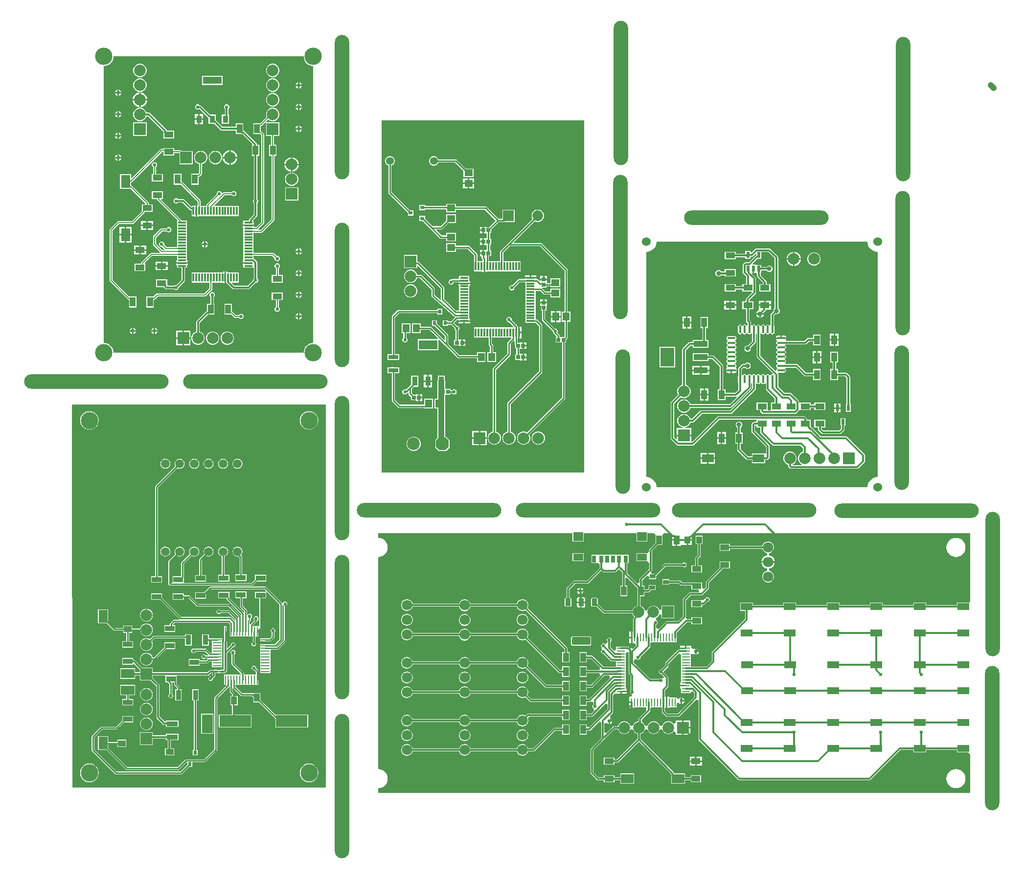
<source format=gbr>
%TF.GenerationSoftware,Altium Limited,Altium Designer,22.10.1 (41)*%
G04 Layer_Physical_Order=1*
G04 Layer_Color=255*
%FSLAX44Y44*%
%MOMM*%
%TF.SameCoordinates,2DC90FC9-1629-497B-A590-D759EEAB8EEE*%
%TF.FilePolarity,Positive*%
%TF.FileFunction,Copper,L1,Top,Signal*%
%TF.Part,CustomerPanel*%
G01*
G75*
%TA.AperFunction,NonConductor*%
%ADD10C,1.0000*%
%TA.AperFunction,SMDPad,CuDef*%
G04:AMPARAMS|DCode=11|XSize=0.4mm|YSize=1.4mm|CornerRadius=0.2mm|HoleSize=0mm|Usage=FLASHONLY|Rotation=0.000|XOffset=0mm|YOffset=0mm|HoleType=Round|Shape=RoundedRectangle|*
%AMROUNDEDRECTD11*
21,1,0.4000,1.0000,0,0,0.0*
21,1,0.0000,1.4000,0,0,0.0*
1,1,0.4000,0.0000,-0.5000*
1,1,0.4000,0.0000,-0.5000*
1,1,0.4000,0.0000,0.5000*
1,1,0.4000,0.0000,0.5000*
%
%ADD11ROUNDEDRECTD11*%
G04:AMPARAMS|DCode=12|XSize=0.4mm|YSize=1.4mm|CornerRadius=0.2mm|HoleSize=0mm|Usage=FLASHONLY|Rotation=270.000|XOffset=0mm|YOffset=0mm|HoleType=Round|Shape=RoundedRectangle|*
%AMROUNDEDRECTD12*
21,1,0.4000,1.0000,0,0,270.0*
21,1,0.0000,1.4000,0,0,270.0*
1,1,0.4000,-0.5000,0.0000*
1,1,0.4000,-0.5000,0.0000*
1,1,0.4000,0.5000,0.0000*
1,1,0.4000,0.5000,0.0000*
%
%ADD12ROUNDEDRECTD12*%
%ADD13R,0.6000X1.0000*%
%ADD14R,1.0000X1.6000*%
%ADD15R,1.6000X1.0000*%
%ADD16R,2.4000X1.0000*%
%ADD17R,2.4000X3.3000*%
%ADD18R,2.0000X1.4000*%
%TA.AperFunction,Conductor*%
%ADD19C,0.3000*%
%TA.AperFunction,SMDPad,CuDef*%
%ADD20R,0.9500X1.3000*%
%ADD21R,3.2500X1.3000*%
%ADD22R,1.4750X0.3000*%
%ADD23R,0.3000X1.4750*%
%ADD24R,1.6000X2.1800*%
%TA.AperFunction,Conductor*%
%ADD25C,0.2000*%
%TA.AperFunction,SMDPad,CuDef*%
%ADD26R,1.9800X3.2300*%
%ADD27R,1.9800X0.9300*%
%ADD28R,1.3800X1.0500*%
%ADD29R,1.7300X0.9700*%
%ADD30R,1.5600X0.2800*%
%ADD31R,0.2800X1.5600*%
%ADD32R,0.9700X1.7300*%
%ADD33R,1.0500X1.3800*%
%ADD34R,2.4000X1.6000*%
%ADD35R,0.6000X0.7000*%
%ADD36R,5.5000X2.0000*%
%TA.AperFunction,Conductor*%
%ADD37C,0.2540*%
%ADD38C,0.3500*%
%ADD39C,0.2500*%
%TA.AperFunction,SMDPad,CuDef*%
%ADD40R,0.7000X0.6000*%
%ADD41R,1.4000X1.2000*%
%ADD42R,0.9500X1.6500*%
%ADD43R,3.2500X1.6500*%
%ADD44R,1.8000X0.7000*%
%ADD45R,0.6500X0.6400*%
%ADD46R,1.2000X1.4000*%
%ADD47R,0.6400X0.6500*%
%TA.AperFunction,Conductor*%
%ADD48C,1.0000*%
%TA.AperFunction,SMDPad,CuDef*%
G04:AMPARAMS|DCode=49|XSize=1.31mm|YSize=0.93mm|CornerRadius=0.0698mm|HoleSize=0mm|Usage=FLASHONLY|Rotation=270.000|XOffset=0mm|YOffset=0mm|HoleType=Round|Shape=RoundedRectangle|*
%AMROUNDEDRECTD49*
21,1,1.3100,0.7905,0,0,270.0*
21,1,1.1705,0.9300,0,0,270.0*
1,1,0.1395,-0.3953,-0.5853*
1,1,0.1395,-0.3953,0.5853*
1,1,0.1395,0.3953,0.5853*
1,1,0.1395,0.3953,-0.5853*
%
%ADD49ROUNDEDRECTD49*%
G04:AMPARAMS|DCode=50|XSize=1.31mm|YSize=3.24mm|CornerRadius=0.0983mm|HoleSize=0mm|Usage=FLASHONLY|Rotation=270.000|XOffset=0mm|YOffset=0mm|HoleType=Round|Shape=RoundedRectangle|*
%AMROUNDEDRECTD50*
21,1,1.3100,3.0435,0,0,270.0*
21,1,1.1135,3.2400,0,0,270.0*
1,1,0.1965,-1.5218,-0.5568*
1,1,0.1965,-1.5218,0.5568*
1,1,0.1965,1.5218,0.5568*
1,1,0.1965,1.5218,-0.5568*
%
%ADD50ROUNDEDRECTD50*%
%ADD51R,1.7000X1.2000*%
%ADD52R,1.7000X1.6000*%
%ADD53R,0.8000X1.3000*%
%ADD54R,0.7600X1.3000*%
%ADD55R,0.7000X1.3000*%
%ADD56R,2.2000X1.6000*%
%ADD57R,0.2794X1.4732*%
%ADD58R,1.4732X0.2794*%
%ADD59R,2.0000X1.2000*%
%ADD60R,1.0000X0.7000*%
%ADD61R,1.0000X1.2500*%
%TA.AperFunction,ConnectorPad*%
%ADD62R,2.0000X1.2000*%
%TA.AperFunction,WasherPad*%
%ADD63O,25.0000X2.5000*%
%ADD64O,2.5000X25.0000*%
%TA.AperFunction,ComponentPad*%
%ADD65C,2.0000*%
%ADD66R,2.0000X2.0000*%
%TA.AperFunction,ViaPad*%
%ADD67C,1.5240*%
%TA.AperFunction,ComponentPad*%
%ADD68R,2.0000X2.0000*%
%TA.AperFunction,ViaPad*%
%ADD69C,0.8000*%
%ADD70C,3.0000*%
%ADD71C,0.6000*%
%TA.AperFunction,ComponentPad*%
%ADD72C,1.5000*%
%TA.AperFunction,WasherPad*%
%ADD73C,3.0000*%
%TA.AperFunction,ComponentPad*%
%ADD74C,1.3580*%
%ADD75C,2.2000*%
G04:AMPARAMS|DCode=76|XSize=2.2mm|YSize=2.2mm|CornerRadius=0mm|HoleSize=0mm|Usage=FLASHONLY|Rotation=180.000|XOffset=0mm|YOffset=0mm|HoleType=Round|Shape=Octagon|*
%AMOCTAGOND76*
4,1,8,-1.1000,0.5500,-1.1000,-0.5500,-0.5500,-1.1000,0.5500,-1.1000,1.1000,-0.5500,1.1000,0.5500,0.5500,1.1000,-0.5500,1.1000,-1.1000,0.5500,0.0*
%
%ADD76OCTAGOND76*%

%ADD77C,1.8500*%
%ADD78R,1.8500X1.8500*%
%ADD79C,1.8000*%
G36*
X421000Y1298375D02*
X421634Y1295187D01*
X422878Y1292184D01*
X424684Y1289482D01*
X426982Y1287184D01*
X429684Y1285378D01*
X432687Y1284134D01*
X435875Y1283500D01*
X437500D01*
Y804000D01*
X435875D01*
X432687Y803366D01*
X429684Y802122D01*
X426982Y800316D01*
X424684Y798018D01*
X422878Y795316D01*
X421634Y792313D01*
X421000Y789125D01*
Y787500D01*
X91500D01*
Y789125D01*
X90866Y792313D01*
X89622Y795316D01*
X87816Y798018D01*
X85518Y800316D01*
X82816Y802122D01*
X79813Y803366D01*
X76625Y804000D01*
X75000D01*
Y1283500D01*
X76625D01*
X79813Y1284134D01*
X82816Y1285378D01*
X85518Y1287184D01*
X87816Y1289482D01*
X89622Y1292184D01*
X90866Y1295187D01*
X91500Y1298375D01*
Y1300000D01*
X421000D01*
Y1298375D01*
D02*
G37*
G36*
X906000Y579500D02*
X556000D01*
Y1189500D01*
X906000D01*
Y579500D01*
D02*
G37*
G36*
X1396500Y977776D02*
X1397173Y974395D01*
X1398492Y971211D01*
X1400407Y968344D01*
X1402844Y965907D01*
X1405711Y963992D01*
X1408895Y962673D01*
X1412276Y962000D01*
X1414000D01*
Y572000D01*
X1412276D01*
X1408895Y571328D01*
X1405711Y570008D01*
X1402844Y568093D01*
X1400407Y565656D01*
X1398492Y562789D01*
X1397173Y559605D01*
X1396500Y556224D01*
Y554500D01*
X1031500D01*
Y556224D01*
X1030827Y559605D01*
X1029508Y562789D01*
X1027593Y565656D01*
X1025156Y568093D01*
X1022289Y570008D01*
X1019105Y571328D01*
X1015724Y572000D01*
X1014000D01*
Y962000D01*
X1015724D01*
X1019105Y962673D01*
X1022289Y963992D01*
X1025156Y965907D01*
X1027593Y968344D01*
X1029508Y971211D01*
X1030827Y974395D01*
X1031500Y977776D01*
Y979500D01*
X1396500D01*
Y977776D01*
D02*
G37*
G36*
X1030000Y472250D02*
X1030000Y471000D01*
Y457855D01*
X1019198Y447052D01*
X1018645Y446225D01*
X1018451Y445250D01*
Y443110D01*
X1015700Y440250D01*
X1014451Y440250D01*
X996700D01*
Y426250D01*
X1014451D01*
X1015700Y426250D01*
X1018451Y423390D01*
Y412556D01*
X1002698Y396802D01*
X1002145Y395975D01*
X1001951Y395000D01*
Y389380D01*
X998255Y387849D01*
X981049Y405056D01*
Y422850D01*
X983500D01*
Y437850D01*
X973500D01*
Y437850D01*
X971000D01*
Y437850D01*
X961400Y437850D01*
X957400Y437850D01*
X951500Y437850D01*
X947500Y437850D01*
X941500Y437850D01*
X937500Y437850D01*
X928500Y437850D01*
X927000Y437850D01*
X918500D01*
Y422850D01*
X930423Y422850D01*
X933251Y420022D01*
Y414756D01*
X911044Y392549D01*
X889500D01*
X888524Y392355D01*
X887698Y391802D01*
X876298Y380402D01*
X875745Y379575D01*
X875551Y378600D01*
Y362840D01*
X874147D01*
X872848Y362302D01*
X872310Y361003D01*
Y349297D01*
X872848Y347998D01*
X874147Y347460D01*
X882053D01*
X883352Y347998D01*
X883890Y349297D01*
Y361003D01*
X883352Y362302D01*
X882053Y362840D01*
X880649D01*
Y377544D01*
X890556Y387451D01*
X912100D01*
X913075Y387645D01*
X913902Y388198D01*
X935800Y410095D01*
X937698Y408198D01*
X938524Y407645D01*
X939500Y407451D01*
X959500D01*
X960475Y407645D01*
X961302Y408198D01*
X966200Y413095D01*
X971951Y407344D01*
Y384000D01*
X968500D01*
Y366000D01*
X980500D01*
Y384000D01*
X977049D01*
Y396620D01*
X980744Y398151D01*
X998500Y380395D01*
Y371746D01*
X998451Y371500D01*
Y349062D01*
X997728Y348967D01*
X995052Y347859D01*
X992755Y346095D01*
X990992Y343797D01*
X989883Y341121D01*
X989841Y340799D01*
X941856D01*
X930752Y351902D01*
X929925Y352455D01*
X929690Y352502D01*
Y361003D01*
X929152Y362302D01*
X927852Y362840D01*
X919948D01*
X918648Y362302D01*
X918110Y361003D01*
Y349297D01*
X918648Y347998D01*
X919948Y347460D01*
X927852D01*
X927946Y347499D01*
X938998Y336448D01*
X939825Y335895D01*
X940800Y335701D01*
X989841D01*
X989883Y335378D01*
X990992Y332702D01*
X992755Y330405D01*
X992816Y329470D01*
X991686Y328340D01*
X991133Y327513D01*
X990939Y326538D01*
Y304290D01*
X989678D01*
Y284478D01*
X992345D01*
Y284478D01*
X995330Y283839D01*
X995813Y279918D01*
X991332Y275437D01*
X990543Y275313D01*
X986172Y275933D01*
X984460Y277644D01*
X983633Y278197D01*
X982658Y278391D01*
X969866D01*
X969102Y278239D01*
X961500D01*
X961500Y272918D01*
X957500Y271262D01*
X952049Y276713D01*
Y286892D01*
X952384Y287116D01*
X953268Y288439D01*
X953578Y290000D01*
X953268Y291561D01*
X952384Y292884D01*
X951061Y293768D01*
X949500Y294078D01*
X947939Y293768D01*
X946616Y292884D01*
X945732Y291561D01*
X945422Y290000D01*
X945732Y288439D01*
X946616Y287116D01*
X945276Y284072D01*
X942384Y282884D01*
X941061Y283768D01*
X939500Y284078D01*
X937939Y283768D01*
X936616Y282884D01*
X935732Y281561D01*
X935422Y280000D01*
X935732Y278439D01*
X936518Y277263D01*
X936616Y277022D01*
Y272978D01*
X936518Y272737D01*
X935732Y271561D01*
X935422Y270000D01*
X935732Y268439D01*
X936616Y267116D01*
X937939Y266232D01*
X939500Y265922D01*
X939895Y266000D01*
X951922Y253974D01*
X952748Y253421D01*
X953724Y253227D01*
X957555D01*
X961500Y253093D01*
Y243473D01*
X957555Y243339D01*
X939766D01*
X921090Y262015D01*
X920263Y262568D01*
X919287Y262762D01*
X910500D01*
Y269213D01*
X898500D01*
Y251213D01*
X910500D01*
Y257664D01*
X918232D01*
X934176Y241719D01*
X932519Y237719D01*
X910500D01*
Y244170D01*
X898500D01*
Y226170D01*
X910500D01*
Y232621D01*
X932859D01*
X934516Y228621D01*
X918572Y212677D01*
X910500D01*
Y219128D01*
X898500D01*
Y201128D01*
X910500D01*
Y207579D01*
X918859D01*
X919500Y207451D01*
X920475Y207645D01*
X921302Y208198D01*
X941186Y228081D01*
X949426D01*
X951083Y224081D01*
X914636Y187634D01*
X910500D01*
Y194085D01*
X898500D01*
Y176085D01*
X910500D01*
Y182536D01*
X915692D01*
X916667Y182730D01*
X917494Y183283D01*
X917951Y183739D01*
X921951Y182082D01*
Y178108D01*
X921616Y177884D01*
X920732Y176561D01*
X920422Y175000D01*
X920732Y173439D01*
X921616Y172116D01*
X922059Y171820D01*
X923002Y168429D01*
X923031Y167136D01*
X918487Y162591D01*
X910500D01*
Y169042D01*
X898500D01*
Y151042D01*
X910500D01*
Y157493D01*
X919542D01*
X920518Y157688D01*
X921345Y158240D01*
X936302Y173198D01*
X936302Y173198D01*
X943255Y180151D01*
X946951Y178620D01*
Y171056D01*
X914500Y138605D01*
X910500Y140098D01*
Y144000D01*
X898500D01*
Y126000D01*
X910500D01*
Y132451D01*
X914500D01*
X915475Y132645D01*
X916302Y133198D01*
X932076Y148971D01*
X936076Y147314D01*
Y120181D01*
X917698Y101802D01*
X917145Y100975D01*
X916951Y100000D01*
Y60000D01*
X917145Y59025D01*
X917698Y58198D01*
X927698Y48198D01*
X928524Y47645D01*
X929500Y47451D01*
X940500D01*
Y44000D01*
X958500D01*
Y47451D01*
X968500D01*
Y41000D01*
X992500D01*
Y59000D01*
X968500D01*
Y52549D01*
X958500D01*
Y56000D01*
X940500D01*
Y52549D01*
X930556D01*
X922049Y61056D01*
Y98944D01*
X940427Y117323D01*
X940427Y117323D01*
X958806Y135701D01*
X964841D01*
X964883Y135378D01*
X965992Y132703D01*
X967755Y130405D01*
X970052Y128642D01*
X972728Y127533D01*
X975600Y127155D01*
X978472Y127533D01*
X981147Y128642D01*
X983445Y130405D01*
X985209Y132703D01*
X986317Y135378D01*
X990283D01*
X991392Y132703D01*
X993155Y130405D01*
X995452Y128642D01*
X998128Y127533D01*
X998451Y127491D01*
Y118556D01*
X962500Y82605D01*
X958500Y82684D01*
Y86000D01*
X940500D01*
Y74000D01*
X958500D01*
Y77451D01*
X963500D01*
X964475Y77645D01*
X965302Y78198D01*
X1001000Y113895D01*
X1056451Y58444D01*
Y56500D01*
X1056500Y56254D01*
Y41000D01*
X1080500D01*
Y47451D01*
X1090500D01*
Y44000D01*
X1108500D01*
Y56000D01*
X1090500D01*
Y52549D01*
X1080500D01*
Y59000D01*
X1061549D01*
Y59500D01*
X1061355Y60475D01*
X1060802Y61302D01*
X1003549Y118556D01*
Y127491D01*
X1003872Y127533D01*
X1006547Y128642D01*
X1008845Y130405D01*
X1010609Y132703D01*
X1011717Y135378D01*
X1015683D01*
X1016792Y132703D01*
X1018555Y130405D01*
X1020853Y128642D01*
X1023528Y127533D01*
X1026400Y127155D01*
X1029272Y127533D01*
X1031947Y128642D01*
X1034245Y130405D01*
X1036009Y132703D01*
X1037117Y135378D01*
X1041083D01*
X1042191Y132703D01*
X1043955Y130405D01*
X1046253Y128642D01*
X1048928Y127533D01*
X1051800Y127155D01*
X1054672Y127533D01*
X1057347Y128642D01*
X1059645Y130405D01*
X1060660Y131727D01*
X1064660Y130559D01*
Y125710D01*
X1075930D01*
Y150790D01*
X1064660D01*
Y145941D01*
X1060660Y144773D01*
X1059645Y146095D01*
X1057347Y147858D01*
X1054672Y148967D01*
X1051800Y149345D01*
X1048928Y148967D01*
X1046253Y147858D01*
X1043955Y146095D01*
X1042191Y143797D01*
X1041083Y141122D01*
X1037117D01*
X1036009Y143797D01*
X1034245Y146095D01*
X1031947Y147858D01*
X1029272Y148967D01*
X1026400Y149345D01*
X1023528Y148967D01*
X1020853Y147858D01*
X1018555Y146095D01*
X1016792Y143797D01*
X1015683Y141122D01*
X1011717D01*
X1010609Y143797D01*
X1008845Y146095D01*
X1006547Y147858D01*
X1006166Y148017D01*
X1005728Y152035D01*
X1020182Y166489D01*
X1020735Y167316D01*
X1020929Y168292D01*
Y169806D01*
X1021063Y173750D01*
X1040843D01*
X1040977Y169806D01*
Y165974D01*
X1041171Y164998D01*
X1041724Y164172D01*
X1047698Y158198D01*
X1048524Y157645D01*
X1049500Y157451D01*
X1069500D01*
X1070475Y157645D01*
X1071302Y158198D01*
X1099951Y186846D01*
X1103951Y185189D01*
Y118000D01*
X1104145Y117025D01*
X1104698Y116198D01*
X1172698Y48198D01*
X1173524Y47645D01*
X1174500Y47451D01*
X1399500D01*
X1400475Y47645D01*
X1401302Y48198D01*
X1453056Y99951D01*
X1476000D01*
Y95500D01*
X1498000D01*
Y99951D01*
X1551000D01*
Y95500D01*
X1570500D01*
X1574500Y92121D01*
X1574500Y25000D01*
X549500D01*
Y33358D01*
X553807Y33925D01*
X557821Y35587D01*
X561268Y38232D01*
X563913Y41679D01*
X565575Y45693D01*
X566142Y50000D01*
X565575Y54307D01*
X563913Y58321D01*
X561268Y61768D01*
X557821Y64413D01*
X553807Y66075D01*
X549500Y66642D01*
X549500Y433358D01*
X553807Y433925D01*
X557821Y435587D01*
X561268Y438232D01*
X563913Y441679D01*
X565575Y445693D01*
X566142Y450000D01*
X565575Y454307D01*
X563913Y458321D01*
X561268Y461768D01*
X557821Y464413D01*
X553807Y466075D01*
X549500Y466642D01*
Y475000D01*
X886300D01*
Y460250D01*
X905300D01*
Y475000D01*
X996700D01*
Y460250D01*
X1015700D01*
Y475000D01*
X1027139D01*
X1030000Y472250D01*
D02*
G37*
G36*
X1574500Y357879D02*
X1573000Y354500D01*
X1570500Y354500D01*
X1551000D01*
Y350049D01*
X1498000D01*
Y354500D01*
X1476000D01*
Y350049D01*
X1423000D01*
Y354500D01*
X1401000D01*
Y350049D01*
X1348000D01*
Y354500D01*
X1326000D01*
Y350049D01*
X1273000D01*
Y354500D01*
X1251000D01*
Y350049D01*
X1198000D01*
Y354500D01*
X1176000D01*
Y340500D01*
X1184451D01*
Y326306D01*
X1127698Y269552D01*
X1127145Y268725D01*
X1126951Y267750D01*
Y252813D01*
X1117477Y243339D01*
X1094445D01*
X1090500Y243473D01*
Y264996D01*
X1091145Y265437D01*
X1095506Y266006D01*
X1097338Y264781D01*
X1098230Y264604D01*
Y275396D01*
X1097338Y275219D01*
X1096040Y274351D01*
X1093844Y274959D01*
X1092040Y276007D01*
Y279779D01*
X1083404D01*
Y275842D01*
X1082134D01*
Y274572D01*
X1072228D01*
Y273311D01*
X1070262D01*
X1069286Y273117D01*
X1068460Y272564D01*
X1047698Y251802D01*
X1047145Y250975D01*
X1046951Y250000D01*
Y246056D01*
X1039895Y239000D01*
X1039500Y239078D01*
X1037939Y238768D01*
X1036616Y237884D01*
X1035732Y236561D01*
X1035422Y235000D01*
X1035732Y233439D01*
X1036616Y232116D01*
X1037939Y231232D01*
X1039500Y230922D01*
X1039895Y231000D01*
X1044703Y226192D01*
X1044704Y226063D01*
X1042839Y224553D01*
X1041061Y223768D01*
X1039500Y224078D01*
X1037939Y223768D01*
X1036616Y222884D01*
X1036392Y222549D01*
X1020556D01*
X992049Y251056D01*
X992162Y255009D01*
X992841Y255566D01*
X996616Y257116D01*
X997939Y256232D01*
X999500Y255922D01*
X1001061Y256232D01*
X1002384Y257116D01*
X1003268Y258439D01*
X1003578Y260000D01*
X1003500Y260395D01*
X1020182Y277078D01*
X1020735Y277904D01*
X1020929Y278880D01*
Y282073D01*
X1021063Y286018D01*
X1025857D01*
X1030937Y286018D01*
X1030937Y286018D01*
X1031223D01*
Y286018D01*
X1036017Y286018D01*
Y286018D01*
X1036049D01*
Y286018D01*
X1045923Y286018D01*
X1060909D01*
X1065989Y286018D01*
Y293620D01*
X1066141Y294384D01*
Y303036D01*
X1083806Y320701D01*
X1092000D01*
Y317250D01*
X1110000D01*
Y329250D01*
X1092000D01*
Y325799D01*
X1084364D01*
X1082831Y327770D01*
X1082707Y327957D01*
X1082103Y329148D01*
X1081993Y329717D01*
X1082049Y330000D01*
Y358944D01*
X1090556Y367451D01*
X1109500D01*
X1110475Y367645D01*
X1111302Y368198D01*
X1121302Y378198D01*
X1121855Y379025D01*
X1122049Y380000D01*
Y388944D01*
X1144802Y411698D01*
X1145355Y412524D01*
X1145549Y413500D01*
Y414000D01*
X1158500D01*
Y426000D01*
X1140500D01*
Y416746D01*
X1140451Y416500D01*
Y414556D01*
X1117698Y391802D01*
X1117145Y390975D01*
X1116951Y390000D01*
Y381056D01*
X1114000Y378105D01*
X1110000Y379762D01*
X1110000Y379965D01*
X1110000Y379965D01*
X1110000Y380210D01*
Y389250D01*
X1097746D01*
X1097500Y389299D01*
X1075681D01*
X1072677Y392302D01*
X1071850Y392855D01*
X1070875Y393049D01*
X1053500D01*
Y395000D01*
X1041500D01*
Y386000D01*
X1053500D01*
Y387951D01*
X1069819D01*
X1072822Y384948D01*
X1073650Y384395D01*
X1074625Y384201D01*
X1092000D01*
Y377250D01*
X1103436D01*
X1105574Y373250D01*
X1105106Y372549D01*
X1089500D01*
X1088524Y372355D01*
X1087698Y371802D01*
X1077698Y361802D01*
X1077145Y360975D01*
X1076951Y360000D01*
Y331056D01*
X1068444Y322549D01*
X1049500D01*
X1048524Y322355D01*
X1047698Y321802D01*
X1035089Y309194D01*
X1031089Y310851D01*
Y316251D01*
X1032384Y317116D01*
X1033268Y318439D01*
X1033578Y320000D01*
X1033268Y321561D01*
X1032384Y322884D01*
X1031061Y323768D01*
X1030502Y323879D01*
X1029745Y327895D01*
X1031547Y328642D01*
X1033845Y330405D01*
X1035609Y332702D01*
X1036400Y334613D01*
X1040400Y333818D01*
Y327250D01*
X1062400D01*
Y349250D01*
X1040400D01*
Y342682D01*
X1036400Y341886D01*
X1035609Y343797D01*
X1033845Y346095D01*
X1031547Y347859D01*
X1028872Y348967D01*
X1026000Y349345D01*
X1023128Y348967D01*
X1020452Y347859D01*
X1018155Y346095D01*
X1016392Y343797D01*
X1015283Y341122D01*
X1011317D01*
X1010209Y343797D01*
X1008445Y346095D01*
X1006147Y347859D01*
X1003549Y348935D01*
Y366000D01*
X1010500D01*
Y372451D01*
X1016750D01*
X1017725Y372645D01*
X1018552Y373198D01*
X1021855Y376500D01*
X1030250D01*
Y385500D01*
X1018250D01*
Y380105D01*
X1015694Y377549D01*
X1010500D01*
Y384000D01*
X1007049D01*
Y393944D01*
X1014500Y401395D01*
X1018500Y399738D01*
Y395500D01*
X1030500D01*
Y400895D01*
X1047056Y417451D01*
X1076392D01*
X1076616Y417116D01*
X1077939Y416232D01*
X1079500Y415922D01*
X1081061Y416232D01*
X1082384Y417116D01*
X1083268Y418439D01*
X1083578Y420000D01*
X1083268Y421561D01*
X1082384Y422884D01*
X1081061Y423768D01*
X1079500Y424078D01*
X1077939Y423768D01*
X1076616Y422884D01*
X1076392Y422549D01*
X1046000D01*
X1045025Y422355D01*
X1044198Y421802D01*
X1026957Y404562D01*
X1023078Y404942D01*
X1021605Y408500D01*
X1022802Y409698D01*
X1023355Y410524D01*
X1023549Y411500D01*
Y444194D01*
X1033605Y454250D01*
X1042000D01*
Y471000D01*
X1042000Y472250D01*
X1044861Y475000D01*
X1054961D01*
X1058460Y473790D01*
X1058460Y471000D01*
Y464520D01*
X1066000D01*
Y463250D01*
X1067270D01*
Y452710D01*
X1073540D01*
Y454370D01*
X1077503Y454460D01*
X1077540Y454460D01*
X1083773D01*
Y463250D01*
X1085042D01*
Y464520D01*
X1092582D01*
Y471000D01*
X1092582Y472040D01*
X1095094Y475000D01*
X1574500D01*
X1574500Y357879D01*
D02*
G37*
G36*
X982951Y268725D02*
Y232406D01*
X983145Y231430D01*
X983698Y230604D01*
X986951Y227350D01*
Y203108D01*
X986616Y202884D01*
X985732Y201561D01*
X985422Y200000D01*
X985732Y198439D01*
X986616Y197116D01*
X987939Y196232D01*
X988996Y196022D01*
X988602Y192022D01*
X984471D01*
Y183386D01*
X988408D01*
Y182116D01*
X989678D01*
Y172210D01*
X992345D01*
Y173330D01*
X996171Y173750D01*
X1013003D01*
X1014116Y172637D01*
X1014116Y167632D01*
X1001036Y154552D01*
X1000483Y153725D01*
X1000289Y152750D01*
Y149251D01*
X998128Y148967D01*
X995452Y147858D01*
X993155Y146095D01*
X991392Y143797D01*
X990283Y141122D01*
X986317D01*
X985209Y143797D01*
X983445Y146095D01*
X981147Y147858D01*
X978472Y148967D01*
X975600Y149345D01*
X972728Y148967D01*
X970052Y147858D01*
X967755Y146095D01*
X965992Y143797D01*
X964883Y141122D01*
X964841Y140799D01*
X957750D01*
X956775Y140605D01*
X955948Y140052D01*
X944870Y128974D01*
X941174Y130505D01*
Y145289D01*
X945174Y146503D01*
X945506Y146006D01*
X947338Y144781D01*
X948230Y144604D01*
Y150000D01*
X949500D01*
Y151270D01*
X954896D01*
X954718Y152162D01*
X953494Y153994D01*
X952275Y154809D01*
X951389Y157677D01*
X951199Y159389D01*
X955302Y163493D01*
X955855Y164320D01*
X956049Y165295D01*
Y194277D01*
X959474Y196922D01*
X959960Y196721D01*
Y196721D01*
X968596D01*
Y200658D01*
X969866D01*
Y201928D01*
X979772D01*
Y204595D01*
X978652D01*
X978232Y208421D01*
X978232D01*
Y213215D01*
X978232D01*
Y213247D01*
X978232D01*
Y218041D01*
X978232Y218041D01*
Y218327D01*
X978232D01*
X978232Y223121D01*
X978232D01*
Y223407D01*
X978232D01*
Y228201D01*
X978232D01*
Y228233D01*
X978232D01*
Y233027D01*
X978232D01*
Y233313D01*
X978232D01*
Y238107D01*
X978232D01*
Y238393D01*
X978232Y238393D01*
X978232Y243187D01*
Y253093D01*
X978232Y258173D01*
X978232Y258173D01*
Y258459D01*
X978232D01*
Y263253D01*
X978232D01*
Y263285D01*
X978232Y263285D01*
X978232Y267382D01*
X979702Y268528D01*
X982232Y269302D01*
X982951Y268725D01*
D02*
G37*
G36*
X1073768Y265006D02*
Y243473D01*
X1073768Y238393D01*
X1073768Y238393D01*
Y238107D01*
X1073768D01*
Y233313D01*
X1073768D01*
Y233027D01*
X1073768D01*
Y228233D01*
X1073768D01*
Y228201D01*
X1073768D01*
Y223407D01*
X1073768D01*
Y223121D01*
X1073768D01*
Y218327D01*
X1073768Y218327D01*
X1072735Y214755D01*
X1072228D01*
Y212088D01*
X1082134D01*
Y209548D01*
X1072228D01*
Y206881D01*
X1073348D01*
X1073768Y203055D01*
X1073768Y198261D01*
X1090500D01*
Y199564D01*
X1093959Y201045D01*
X1096951Y198620D01*
Y191056D01*
X1068444Y162549D01*
X1050556D01*
X1046075Y167030D01*
Y172210D01*
X1047336D01*
Y192022D01*
X1046075D01*
Y202970D01*
X1051302Y208198D01*
X1051855Y209025D01*
X1052049Y210000D01*
Y225000D01*
X1051855Y225975D01*
X1051302Y226802D01*
X1043500Y234605D01*
X1043578Y235000D01*
X1043500Y235395D01*
X1051302Y243198D01*
X1051855Y244025D01*
X1052049Y245000D01*
Y248944D01*
X1069768Y266663D01*
X1073768Y265006D01*
D02*
G37*
G36*
X459218Y697790D02*
Y34250D01*
X20718D01*
X19970Y696953D01*
X20867Y697851D01*
X459070D01*
X459218Y697790D01*
D02*
G37*
%LPC*%
G36*
X368764Y1287300D02*
X365736D01*
X362811Y1286516D01*
X360189Y1285002D01*
X358048Y1282861D01*
X356534Y1280239D01*
X355750Y1277314D01*
Y1274286D01*
X356534Y1271361D01*
X358048Y1268739D01*
X360189Y1266598D01*
X362811Y1265084D01*
X365736Y1264300D01*
X368764D01*
X371689Y1265084D01*
X374311Y1266598D01*
X376452Y1268739D01*
X377966Y1271361D01*
X378750Y1274286D01*
Y1277314D01*
X377966Y1280239D01*
X376452Y1282861D01*
X374311Y1285002D01*
X371689Y1286516D01*
X368764Y1287300D01*
D02*
G37*
G36*
X139014D02*
X135986D01*
X133061Y1286516D01*
X130439Y1285002D01*
X128298Y1282861D01*
X126784Y1280239D01*
X126000Y1277314D01*
Y1274286D01*
X126784Y1271361D01*
X128298Y1268739D01*
X130439Y1266598D01*
X133061Y1265084D01*
X135986Y1264300D01*
X139014D01*
X141939Y1265084D01*
X144561Y1266598D01*
X146702Y1268739D01*
X148216Y1271361D01*
X149000Y1274286D01*
Y1277314D01*
X148216Y1280239D01*
X146702Y1282861D01*
X144561Y1285002D01*
X141939Y1286516D01*
X139014Y1287300D01*
D02*
G37*
G36*
X413770Y1255470D02*
Y1251270D01*
X417970D01*
X417197Y1253138D01*
X415638Y1254697D01*
X413770Y1255470D01*
D02*
G37*
G36*
X411230D02*
X409362Y1254697D01*
X407803Y1253138D01*
X407030Y1251270D01*
X411230D01*
Y1255470D01*
D02*
G37*
G36*
X280250Y1266500D02*
X244750D01*
Y1250500D01*
X280250D01*
Y1266500D01*
D02*
G37*
G36*
X417970Y1248730D02*
X413770D01*
Y1244530D01*
X415638Y1245303D01*
X417197Y1246862D01*
X417970Y1248730D01*
D02*
G37*
G36*
X411230D02*
X407030D01*
X407803Y1246862D01*
X409362Y1245303D01*
X411230Y1244530D01*
Y1248730D01*
D02*
G37*
G36*
X368764Y1261900D02*
X365736D01*
X362811Y1261116D01*
X360189Y1259602D01*
X358048Y1257461D01*
X356534Y1254839D01*
X355750Y1251914D01*
Y1248886D01*
X356534Y1245961D01*
X358048Y1243339D01*
X360189Y1241198D01*
X362811Y1239684D01*
X365736Y1238900D01*
X368764D01*
X371689Y1239684D01*
X374311Y1241198D01*
X376452Y1243339D01*
X377966Y1245961D01*
X378750Y1248886D01*
Y1251914D01*
X377966Y1254839D01*
X376452Y1257461D01*
X374311Y1259602D01*
X371689Y1261116D01*
X368764Y1261900D01*
D02*
G37*
G36*
X139014D02*
X135986D01*
X133061Y1261116D01*
X130439Y1259602D01*
X128298Y1257461D01*
X126784Y1254839D01*
X126000Y1251914D01*
Y1248886D01*
X126784Y1245961D01*
X128298Y1243339D01*
X130439Y1241198D01*
X133061Y1239684D01*
X135986Y1238900D01*
X139014D01*
X141939Y1239684D01*
X144561Y1241198D01*
X146702Y1243339D01*
X148216Y1245961D01*
X149000Y1248886D01*
Y1251914D01*
X148216Y1254839D01*
X146702Y1257461D01*
X144561Y1259602D01*
X141939Y1261116D01*
X139014Y1261900D01*
D02*
G37*
G36*
X101270Y1242970D02*
Y1238770D01*
X105470D01*
X104697Y1240638D01*
X103138Y1242197D01*
X101270Y1242970D01*
D02*
G37*
G36*
X98730D02*
X96862Y1242197D01*
X95303Y1240638D01*
X94530Y1238770D01*
X98730D01*
Y1242970D01*
D02*
G37*
G36*
X105470Y1236230D02*
X101270D01*
Y1232030D01*
X103138Y1232803D01*
X104697Y1234362D01*
X105470Y1236230D01*
D02*
G37*
G36*
X98730D02*
X94530D01*
X95303Y1234362D01*
X96862Y1232803D01*
X98730Y1232030D01*
Y1236230D01*
D02*
G37*
G36*
X139151Y1237540D02*
X138770D01*
Y1226270D01*
X150040D01*
Y1226651D01*
X149185Y1229840D01*
X147535Y1232700D01*
X145200Y1235034D01*
X142340Y1236685D01*
X139151Y1237540D01*
D02*
G37*
G36*
X136230D02*
X135849D01*
X132660Y1236685D01*
X129800Y1235034D01*
X127465Y1232700D01*
X125815Y1229840D01*
X124960Y1226651D01*
Y1226270D01*
X136230D01*
Y1237540D01*
D02*
G37*
G36*
X413770Y1217970D02*
Y1213770D01*
X417970D01*
X417197Y1215638D01*
X415638Y1217197D01*
X413770Y1217970D01*
D02*
G37*
G36*
X411230D02*
X409362Y1217197D01*
X407803Y1215638D01*
X407030Y1213770D01*
X411230D01*
Y1217970D01*
D02*
G37*
G36*
X368764Y1236500D02*
X365736D01*
X362811Y1235716D01*
X360189Y1234202D01*
X358048Y1232061D01*
X356534Y1229439D01*
X355750Y1226514D01*
Y1223486D01*
X356534Y1220561D01*
X358048Y1217939D01*
X360189Y1215798D01*
X362811Y1214284D01*
X365736Y1213500D01*
X368764D01*
X371689Y1214284D01*
X374311Y1215798D01*
X376452Y1217939D01*
X377966Y1220561D01*
X378750Y1223486D01*
Y1226514D01*
X377966Y1229439D01*
X376452Y1232061D01*
X374311Y1234202D01*
X371689Y1235716D01*
X368764Y1236500D01*
D02*
G37*
G36*
X150040Y1223730D02*
X138770D01*
Y1212460D01*
X139151D01*
X142340Y1213315D01*
X145200Y1214966D01*
X147535Y1217300D01*
X149185Y1220160D01*
X150040Y1223349D01*
Y1223730D01*
D02*
G37*
G36*
X136230D02*
X124960D01*
Y1223349D01*
X125815Y1220160D01*
X127465Y1217300D01*
X129800Y1214966D01*
X132660Y1213315D01*
X135849Y1212460D01*
X136230D01*
Y1223730D01*
D02*
G37*
G36*
X417970Y1211230D02*
X413770D01*
Y1207030D01*
X415638Y1207803D01*
X417197Y1209362D01*
X417970Y1211230D01*
D02*
G37*
G36*
X411230D02*
X407030D01*
X407803Y1209362D01*
X409362Y1207803D01*
X411230Y1207030D01*
Y1211230D01*
D02*
G37*
G36*
X101270Y1205470D02*
Y1201270D01*
X105470D01*
X104697Y1203138D01*
X103138Y1204697D01*
X101270Y1205470D01*
D02*
G37*
G36*
X98730D02*
X96862Y1204697D01*
X95303Y1203138D01*
X94530Y1201270D01*
X98730D01*
Y1205470D01*
D02*
G37*
G36*
X105470Y1198730D02*
X101270D01*
Y1194530D01*
X103138Y1195303D01*
X104697Y1196862D01*
X105470Y1198730D01*
D02*
G37*
G36*
X98730D02*
X94530D01*
X95303Y1196862D01*
X96862Y1195303D01*
X98730Y1194530D01*
Y1198730D01*
D02*
G37*
G36*
X246890Y1200540D02*
X240870D01*
Y1192770D01*
X246890D01*
Y1200540D01*
D02*
G37*
G36*
X238330D02*
X232310D01*
Y1192770D01*
X238330D01*
Y1200540D01*
D02*
G37*
G36*
X368764Y1211100D02*
X365736D01*
X362811Y1210316D01*
X360189Y1208802D01*
X358048Y1206661D01*
X356534Y1204039D01*
X355750Y1201114D01*
Y1198086D01*
X356534Y1195161D01*
X356542Y1195147D01*
X345895Y1184500D01*
X333500D01*
Y1165500D01*
X345895D01*
X347451Y1163944D01*
Y1013556D01*
X338944Y1005049D01*
X334915D01*
Y1006230D01*
X315085D01*
Y1003460D01*
X316125D01*
Y995500D01*
Y985500D01*
Y975500D01*
Y965500D01*
Y955500D01*
Y946540D01*
X315085D01*
Y943770D01*
X325000D01*
Y941230D01*
X315085D01*
Y938460D01*
X316125D01*
Y934500D01*
X333875D01*
X334441Y933465D01*
Y915805D01*
X333685Y915049D01*
X333000Y913395D01*
Y912326D01*
X323733Y903059D01*
X300889D01*
X296376Y907572D01*
X296862Y908745D01*
X308120D01*
Y926495D01*
X289160D01*
Y927535D01*
X286390D01*
Y917620D01*
Y907705D01*
X287713D01*
X287957Y907339D01*
X287957Y907339D01*
X297460Y897837D01*
X298452Y897174D01*
X299622Y896941D01*
X299622Y896941D01*
X325000D01*
X326171Y897174D01*
X327163Y897837D01*
X327163Y897837D01*
X337326Y908000D01*
X338395D01*
X340049Y908685D01*
X341315Y909951D01*
X342000Y911605D01*
Y913395D01*
X341315Y915049D01*
X340559Y915805D01*
Y943118D01*
X340559Y943118D01*
X340326Y944288D01*
X339663Y945281D01*
X335280Y949663D01*
X335280Y949663D01*
X334288Y950326D01*
X333875Y950408D01*
Y954951D01*
X366444D01*
X370500Y950895D01*
X370500Y950895D01*
Y949105D01*
X371185Y947451D01*
X372451Y946185D01*
X374105Y945500D01*
X375895D01*
X377549Y946185D01*
X378815Y947451D01*
X379500Y949105D01*
Y950895D01*
X378815Y952549D01*
X377549Y953815D01*
X375895Y954500D01*
X374105D01*
X374105Y954500D01*
X369302Y959302D01*
X368475Y959855D01*
X367500Y960049D01*
X333875D01*
Y965500D01*
Y975500D01*
Y985500D01*
Y994951D01*
X347500D01*
X348475Y995145D01*
X349302Y995698D01*
X369302Y1015698D01*
X369855Y1016525D01*
X370049Y1017500D01*
Y1128000D01*
X374000D01*
Y1147000D01*
X369799D01*
Y1162700D01*
X378750D01*
Y1185700D01*
X356964D01*
X356101Y1185700D01*
X355482Y1186791D01*
X355536Y1186931D01*
X359596Y1190991D01*
X360189Y1190398D01*
X362811Y1188884D01*
X365736Y1188100D01*
X368764D01*
X371689Y1188884D01*
X374311Y1190398D01*
X376452Y1192539D01*
X377966Y1195161D01*
X378750Y1198086D01*
Y1201114D01*
X377966Y1204039D01*
X376452Y1206661D01*
X374311Y1208802D01*
X371689Y1210316D01*
X368764Y1211100D01*
D02*
G37*
G36*
X288395Y1217000D02*
X286605D01*
X284951Y1216315D01*
X283685Y1215049D01*
X283000Y1213395D01*
Y1211605D01*
X283685Y1209951D01*
X284441Y1209195D01*
Y1199500D01*
X279150D01*
Y1183500D01*
X291650D01*
Y1199500D01*
X290559D01*
Y1209195D01*
X291315Y1209951D01*
X292000Y1211605D01*
Y1213395D01*
X291315Y1215049D01*
X290049Y1216315D01*
X288395Y1217000D01*
D02*
G37*
G36*
X246890Y1190230D02*
X240870D01*
Y1182460D01*
X246890D01*
Y1190230D01*
D02*
G37*
G36*
X238330D02*
X232310D01*
Y1182460D01*
X238330D01*
Y1190230D01*
D02*
G37*
G36*
X413770Y1180470D02*
Y1176270D01*
X417970D01*
X417197Y1178138D01*
X415638Y1179697D01*
X413770Y1180470D01*
D02*
G37*
G36*
X411230D02*
X409362Y1179697D01*
X407803Y1178138D01*
X407030Y1176270D01*
X411230D01*
Y1180470D01*
D02*
G37*
G36*
X417970Y1173730D02*
X413770D01*
Y1169530D01*
X415638Y1170303D01*
X417197Y1171862D01*
X417970Y1173730D01*
D02*
G37*
G36*
X411230D02*
X407030D01*
X407803Y1171862D01*
X409362Y1170303D01*
X411230Y1169530D01*
Y1173730D01*
D02*
G37*
G36*
X101270Y1167970D02*
Y1163770D01*
X105470D01*
X104697Y1165638D01*
X103138Y1167197D01*
X101270Y1167970D01*
D02*
G37*
G36*
X98730D02*
X96862Y1167197D01*
X95303Y1165638D01*
X94530Y1163770D01*
X98730D01*
Y1167970D01*
D02*
G37*
G36*
X149000Y1185700D02*
X126000D01*
Y1162700D01*
X149000D01*
Y1185700D01*
D02*
G37*
G36*
X139014Y1211100D02*
X135986D01*
X133061Y1210316D01*
X130439Y1208802D01*
X128298Y1206661D01*
X126784Y1204039D01*
X126000Y1201114D01*
Y1198086D01*
X126784Y1195161D01*
X128298Y1192539D01*
X130439Y1190398D01*
X133061Y1188884D01*
X135986Y1188100D01*
X139014D01*
X141939Y1188884D01*
X144561Y1190398D01*
X146702Y1192539D01*
X148216Y1195161D01*
X148586Y1196541D01*
X151633D01*
X177941Y1170233D01*
Y1168500D01*
X177941Y1168500D01*
X178000Y1168204D01*
Y1158500D01*
X197000D01*
Y1171500D01*
X184059D01*
X184059Y1171500D01*
X183826Y1172671D01*
X183163Y1173663D01*
X155063Y1201763D01*
X154071Y1202426D01*
X152900Y1202659D01*
X148586D01*
X148216Y1204039D01*
X146702Y1206661D01*
X144561Y1208802D01*
X141939Y1210316D01*
X139014Y1211100D01*
D02*
G37*
G36*
X105470Y1161230D02*
X101270D01*
Y1157030D01*
X103138Y1157803D01*
X104697Y1159362D01*
X105470Y1161230D01*
D02*
G37*
G36*
X98730D02*
X94530D01*
X95303Y1159362D01*
X96862Y1157803D01*
X98730Y1157030D01*
Y1161230D01*
D02*
G37*
G36*
X101270Y1130470D02*
Y1126270D01*
X105470D01*
X104697Y1128138D01*
X103138Y1129697D01*
X101270Y1130470D01*
D02*
G37*
G36*
X98730D02*
X96862Y1129697D01*
X95303Y1128138D01*
X94530Y1126270D01*
X98730D01*
Y1130470D01*
D02*
G37*
G36*
X295071Y1137540D02*
X294690D01*
Y1126270D01*
X305960D01*
Y1126651D01*
X305105Y1129840D01*
X303454Y1132700D01*
X301120Y1135034D01*
X298260Y1136685D01*
X295071Y1137540D01*
D02*
G37*
G36*
X292150D02*
X291769D01*
X288580Y1136685D01*
X285720Y1135034D01*
X283386Y1132700D01*
X281735Y1129840D01*
X280880Y1126651D01*
Y1126270D01*
X292150D01*
Y1137540D01*
D02*
G37*
G36*
X105470Y1123730D02*
X101270D01*
Y1119530D01*
X103138Y1120303D01*
X104697Y1121862D01*
X105470Y1123730D01*
D02*
G37*
G36*
X98730D02*
X94530D01*
X95303Y1121862D01*
X96862Y1120303D01*
X98730Y1119530D01*
Y1123730D01*
D02*
G37*
G36*
X401651Y1125440D02*
X401270D01*
Y1114170D01*
X412540D01*
Y1114551D01*
X411685Y1117740D01*
X410034Y1120600D01*
X407700Y1122934D01*
X404840Y1124585D01*
X401651Y1125440D01*
D02*
G37*
G36*
X398730D02*
X398349D01*
X395160Y1124585D01*
X392300Y1122934D01*
X389966Y1120600D01*
X388315Y1117740D01*
X387460Y1114551D01*
Y1114170D01*
X398730D01*
Y1125440D01*
D02*
G37*
G36*
X269534Y1136500D02*
X266506D01*
X263581Y1135716D01*
X260959Y1134202D01*
X258818Y1132061D01*
X257304Y1129439D01*
X256520Y1126514D01*
Y1123486D01*
X257304Y1120561D01*
X258818Y1117939D01*
X260959Y1115798D01*
X263581Y1114284D01*
X266506Y1113500D01*
X269534D01*
X272459Y1114284D01*
X275081Y1115798D01*
X277222Y1117939D01*
X278736Y1120561D01*
X279520Y1123486D01*
Y1126514D01*
X278736Y1129439D01*
X277222Y1132061D01*
X275081Y1134202D01*
X272459Y1135716D01*
X269534Y1136500D01*
D02*
G37*
G36*
X197000Y1141500D02*
X178000D01*
Y1140049D01*
X175000D01*
X174025Y1139855D01*
X173198Y1139302D01*
X123173Y1089278D01*
X122000Y1089764D01*
Y1095900D01*
X103000D01*
Y1071100D01*
X121295D01*
X147125Y1045270D01*
X146665Y1044000D01*
X140500D01*
Y1031605D01*
X123944Y1015049D01*
X100000D01*
X99024Y1014855D01*
X98198Y1014302D01*
X85698Y1001802D01*
X85145Y1000975D01*
X84951Y1000000D01*
Y912500D01*
X85145Y911525D01*
X85698Y910698D01*
X116576Y879819D01*
X117403Y879266D01*
X118379Y879072D01*
X118500D01*
Y865500D01*
X131500D01*
Y884500D01*
X119105D01*
X90049Y913556D01*
Y998944D01*
X101056Y1009951D01*
X125000D01*
X125975Y1010145D01*
X126802Y1010698D01*
X145181Y1029076D01*
X145734Y1029903D01*
X145928Y1030879D01*
Y1031000D01*
X159500D01*
Y1044000D01*
X152549D01*
Y1046000D01*
X152355Y1046975D01*
X151802Y1047802D01*
X123874Y1075731D01*
X123047Y1076284D01*
X122071Y1076478D01*
X122000D01*
Y1082280D01*
X122328D01*
X123304Y1082474D01*
X124131Y1083026D01*
X176056Y1134951D01*
X178000D01*
Y1128500D01*
X197000D01*
Y1132451D01*
X205720D01*
Y1113500D01*
X228720D01*
Y1136500D01*
X209325D01*
X209022Y1136802D01*
X208195Y1137355D01*
X207220Y1137549D01*
X197000D01*
Y1141500D01*
D02*
G37*
G36*
X305960Y1123730D02*
X294690D01*
Y1112460D01*
X295071D01*
X298260Y1113315D01*
X301120Y1114966D01*
X303454Y1117300D01*
X305105Y1120160D01*
X305960Y1123349D01*
Y1123730D01*
D02*
G37*
G36*
X292150D02*
X280880D01*
Y1123349D01*
X281735Y1120160D01*
X283386Y1117300D01*
X285720Y1114966D01*
X288580Y1113315D01*
X291769Y1112460D01*
X292150D01*
Y1123730D01*
D02*
G37*
G36*
X412540Y1111630D02*
X401270D01*
Y1100360D01*
X401651D01*
X404840Y1101215D01*
X407700Y1102866D01*
X410034Y1105200D01*
X411685Y1108060D01*
X412540Y1111249D01*
Y1111630D01*
D02*
G37*
G36*
X398730D02*
X387460D01*
Y1111249D01*
X388315Y1108060D01*
X389966Y1105200D01*
X392300Y1102866D01*
X395160Y1101215D01*
X398349Y1100360D01*
X398730D01*
Y1111630D01*
D02*
G37*
G36*
X163395Y1117000D02*
X161605D01*
X159951Y1116315D01*
X158685Y1115049D01*
X158000Y1113395D01*
Y1111605D01*
X158685Y1109951D01*
X159951Y1108685D01*
X159951Y1108685D01*
Y1096500D01*
X158120D01*
Y1083500D01*
X177120D01*
Y1096500D01*
X165049D01*
Y1108685D01*
X165049Y1108685D01*
X166315Y1109951D01*
X167000Y1111605D01*
Y1113395D01*
X166315Y1115049D01*
X165049Y1116315D01*
X163395Y1117000D01*
D02*
G37*
G36*
X244134Y1136500D02*
X241106D01*
X238181Y1135716D01*
X235559Y1134202D01*
X233418Y1132061D01*
X231904Y1129439D01*
X231120Y1126514D01*
Y1123486D01*
X231904Y1120561D01*
X233418Y1117939D01*
X235559Y1115798D01*
X238181Y1114284D01*
X240071Y1113777D01*
Y1098556D01*
X238515Y1097000D01*
X226120D01*
Y1078000D01*
X239120D01*
Y1091572D01*
X239241D01*
X240217Y1091766D01*
X241044Y1092319D01*
X244422Y1095698D01*
X244975Y1096525D01*
X245169Y1097500D01*
Y1113777D01*
X247059Y1114284D01*
X249681Y1115798D01*
X251822Y1117939D01*
X253336Y1120561D01*
X254120Y1123486D01*
Y1126514D01*
X253336Y1129439D01*
X251822Y1132061D01*
X249681Y1134202D01*
X247059Y1135716D01*
X244134Y1136500D01*
D02*
G37*
G36*
X401514Y1099000D02*
X398486D01*
X395561Y1098216D01*
X392939Y1096702D01*
X390798Y1094561D01*
X389284Y1091939D01*
X388500Y1089014D01*
Y1085986D01*
X389284Y1083061D01*
X390798Y1080439D01*
X392939Y1078298D01*
X395561Y1076784D01*
X398486Y1076000D01*
X401514D01*
X404439Y1076784D01*
X407061Y1078298D01*
X409202Y1080439D01*
X410716Y1083061D01*
X411500Y1085986D01*
Y1089014D01*
X410716Y1091939D01*
X409202Y1094561D01*
X407061Y1096702D01*
X404439Y1098216D01*
X401514Y1099000D01*
D02*
G37*
G36*
X209120Y1097000D02*
X196120D01*
Y1078000D01*
X208515D01*
X237571Y1048944D01*
Y1042295D01*
X236390D01*
Y1032380D01*
Y1022465D01*
X239160D01*
Y1023505D01*
X308120D01*
Y1041255D01*
X266849D01*
X266363Y1042428D01*
X283885Y1059951D01*
X296185D01*
X296185Y1059951D01*
X297451Y1058685D01*
X299105Y1058000D01*
X300895D01*
X302549Y1058685D01*
X303815Y1059951D01*
X304500Y1061605D01*
Y1063395D01*
X303815Y1065049D01*
X302549Y1066315D01*
X300895Y1067000D01*
X299105D01*
X297451Y1066315D01*
X296185Y1065049D01*
X296185Y1065049D01*
X282829D01*
X281854Y1064855D01*
X281027Y1064302D01*
X280653Y1063929D01*
X279155Y1064227D01*
X278815Y1065049D01*
X277549Y1066315D01*
X275895Y1067000D01*
X274105D01*
X272451Y1066315D01*
X271185Y1065049D01*
X270500Y1063395D01*
Y1061605D01*
X270500Y1061605D01*
X253318Y1044422D01*
X252765Y1043595D01*
X252571Y1042620D01*
Y1041255D01*
X242669D01*
Y1050000D01*
X242475Y1050975D01*
X241922Y1051802D01*
X211044Y1082681D01*
X210217Y1083234D01*
X209241Y1083428D01*
X209120D01*
Y1097000D01*
D02*
G37*
G36*
X411500Y1073600D02*
X388500D01*
Y1050600D01*
X411500D01*
Y1073600D01*
D02*
G37*
G36*
X200895Y1054500D02*
X199105D01*
X197451Y1053815D01*
X196185Y1052549D01*
X195500Y1050895D01*
Y1049105D01*
X196185Y1047451D01*
X197451Y1046185D01*
X199105Y1045500D01*
X200895D01*
X202549Y1046185D01*
X203305Y1046941D01*
X211233D01*
X223715Y1034460D01*
X224707Y1033797D01*
X225877Y1033564D01*
X227061Y1033501D01*
Y1032380D01*
X227120Y1032085D01*
Y1023505D01*
X231080D01*
Y1022465D01*
X233850D01*
Y1032380D01*
Y1042295D01*
X231080D01*
Y1041255D01*
X227120D01*
Y1041255D01*
X226024Y1040801D01*
X214663Y1052163D01*
X214663Y1052163D01*
X213671Y1052826D01*
X212500Y1053059D01*
X212500Y1053059D01*
X203305D01*
X202549Y1053815D01*
X200895Y1054500D01*
D02*
G37*
G36*
X238395Y1217000D02*
X236605D01*
X234951Y1216315D01*
X233685Y1215049D01*
X233000Y1213395D01*
Y1211605D01*
X233685Y1209951D01*
X234951Y1208685D01*
X236605Y1208000D01*
X238395D01*
X240049Y1208685D01*
X240502Y1209138D01*
X240536D01*
X255337Y1194337D01*
X256250Y1193727D01*
Y1183500D01*
X265454D01*
X265750Y1183441D01*
X265750Y1183441D01*
X266233D01*
X276837Y1172837D01*
X277829Y1172174D01*
X279000Y1171941D01*
X279000Y1171941D01*
X303500D01*
Y1165500D01*
X313204D01*
X313500Y1165441D01*
X313500Y1165441D01*
X315233D01*
X332501Y1148173D01*
X332015Y1147000D01*
X331000D01*
Y1128000D01*
X334441D01*
Y1053305D01*
X333685Y1052549D01*
X333000Y1050895D01*
Y1049105D01*
X333685Y1047451D01*
X334441Y1046695D01*
Y1026267D01*
X327080Y1018906D01*
X327080Y1018905D01*
X326417Y1017913D01*
X326184Y1016743D01*
Y1015559D01*
X325000D01*
X324705Y1015500D01*
X316125D01*
Y1011540D01*
X315085D01*
Y1008770D01*
X334915D01*
Y1011540D01*
X333875D01*
Y1015500D01*
X333875D01*
X333421Y1016596D01*
X339663Y1022837D01*
X340326Y1023829D01*
X340559Y1025000D01*
X340559Y1025000D01*
Y1046695D01*
X341315Y1047451D01*
X342000Y1049105D01*
Y1050895D01*
X341315Y1052549D01*
X340559Y1053305D01*
Y1128000D01*
X344000D01*
Y1147000D01*
X339816D01*
Y1148242D01*
X339816Y1148243D01*
X339583Y1149413D01*
X338920Y1150406D01*
X318663Y1170663D01*
X318663Y1170663D01*
X317671Y1171326D01*
X316500Y1171559D01*
Y1184500D01*
X303500D01*
Y1178059D01*
X280267D01*
X269663Y1188663D01*
X269663Y1188663D01*
X268750Y1189273D01*
Y1199500D01*
X259546D01*
X259250Y1199559D01*
X259250Y1199559D01*
X258767D01*
X243966Y1214360D01*
X242974Y1215023D01*
X241803Y1215256D01*
X241108D01*
X240049Y1216315D01*
X238395Y1217000D01*
D02*
G37*
G36*
X160540Y1015040D02*
X151270D01*
Y1008770D01*
X160540D01*
Y1015040D01*
D02*
G37*
G36*
X148730D02*
X139460D01*
Y1008770D01*
X148730D01*
Y1015040D01*
D02*
G37*
G36*
X160540Y1006230D02*
X151270D01*
Y999960D01*
X160540D01*
Y1006230D01*
D02*
G37*
G36*
X148730D02*
X139460D01*
Y999960D01*
X148730D01*
Y1006230D01*
D02*
G37*
G36*
X177120Y1066500D02*
X158120D01*
Y1053500D01*
X167020D01*
Y1053172D01*
X167213Y1052196D01*
X167766Y1051369D01*
X202462Y1016673D01*
X201976Y1015500D01*
X201365D01*
Y1010500D01*
Y1000500D01*
Y990500D01*
Y980500D01*
Y970049D01*
X183556D01*
X179500Y974105D01*
X179500Y974105D01*
Y975895D01*
X178815Y977549D01*
X177549Y978815D01*
X175895Y979500D01*
X174105D01*
X172451Y978815D01*
X171185Y977549D01*
X170500Y975895D01*
Y974105D01*
X171185Y972451D01*
X172451Y971185D01*
X174105Y970500D01*
X175895D01*
X175895Y970500D01*
X180076Y966319D01*
X179550Y965049D01*
X176056D01*
X165049Y976056D01*
Y986444D01*
X176056Y997451D01*
X183685D01*
X183685Y997451D01*
X184951Y996185D01*
X186605Y995500D01*
X188395D01*
X190049Y996185D01*
X191315Y997451D01*
X192000Y999105D01*
Y1000895D01*
X191315Y1002549D01*
X190049Y1003815D01*
X188395Y1004500D01*
X186605D01*
X184951Y1003815D01*
X183685Y1002549D01*
X183685Y1002549D01*
X175000D01*
X174025Y1002355D01*
X173198Y1001802D01*
X160698Y989302D01*
X160145Y988475D01*
X159951Y987500D01*
Y975000D01*
X160145Y974025D01*
X160698Y973198D01*
X172576Y961319D01*
X172050Y960049D01*
X157500D01*
X156525Y959855D01*
X155698Y959302D01*
X140026Y943631D01*
X139473Y942804D01*
X139279Y941828D01*
Y941500D01*
X128000D01*
Y928500D01*
X147000D01*
Y941500D01*
X146764D01*
X146278Y942673D01*
X158556Y954951D01*
X201365D01*
Y946540D01*
X200325D01*
Y943770D01*
X220155D01*
Y946540D01*
X219115D01*
Y955500D01*
Y965500D01*
Y975500D01*
Y985500D01*
Y995500D01*
Y1005500D01*
Y1015500D01*
X209461D01*
Y1015828D01*
X209266Y1016804D01*
X208714Y1017631D01*
X174018Y1052327D01*
X174504Y1053500D01*
X177120D01*
Y1066500D01*
D02*
G37*
G36*
X123040Y1004940D02*
X113770D01*
Y992770D01*
X123040D01*
Y1004940D01*
D02*
G37*
G36*
X111230D02*
X101960D01*
Y992770D01*
X111230D01*
Y1004940D01*
D02*
G37*
G36*
X123040Y990230D02*
X113770D01*
Y978060D01*
X123040D01*
Y990230D01*
D02*
G37*
G36*
X111230D02*
X101960D01*
Y978060D01*
X111230D01*
Y990230D01*
D02*
G37*
G36*
X251270Y980470D02*
Y976270D01*
X255470D01*
X254697Y978138D01*
X253138Y979697D01*
X251270Y980470D01*
D02*
G37*
G36*
X248730D02*
X246862Y979697D01*
X245303Y978138D01*
X244530Y976270D01*
X248730D01*
Y980470D01*
D02*
G37*
G36*
X255470Y973730D02*
X251270D01*
Y969530D01*
X253138Y970303D01*
X254697Y971862D01*
X255470Y973730D01*
D02*
G37*
G36*
X248730D02*
X244530D01*
X245303Y971862D01*
X246862Y970303D01*
X248730Y969530D01*
Y973730D01*
D02*
G37*
G36*
X148040Y972540D02*
X138770D01*
Y966270D01*
X148040D01*
Y972540D01*
D02*
G37*
G36*
X136230D02*
X126960D01*
Y966270D01*
X136230D01*
Y972540D01*
D02*
G37*
G36*
X413770Y967970D02*
Y963770D01*
X417970D01*
X417197Y965638D01*
X415638Y967197D01*
X413770Y967970D01*
D02*
G37*
G36*
X411230D02*
X409362Y967197D01*
X407803Y965638D01*
X407030Y963770D01*
X411230D01*
Y967970D01*
D02*
G37*
G36*
X148040Y963730D02*
X138770D01*
Y957460D01*
X148040D01*
Y963730D01*
D02*
G37*
G36*
X136230D02*
X126960D01*
Y957460D01*
X136230D01*
Y963730D01*
D02*
G37*
G36*
X417970Y961230D02*
X413770D01*
Y957030D01*
X415638Y957803D01*
X417197Y959362D01*
X417970Y961230D01*
D02*
G37*
G36*
X411230D02*
X407030D01*
X407803Y959362D01*
X409362Y957803D01*
X411230Y957030D01*
Y961230D01*
D02*
G37*
G36*
X185540Y945040D02*
X176270D01*
Y938770D01*
X185540D01*
Y945040D01*
D02*
G37*
G36*
X173730D02*
X164460D01*
Y938770D01*
X173730D01*
Y945040D01*
D02*
G37*
G36*
X185540Y936230D02*
X176270D01*
Y929960D01*
X185540D01*
Y936230D01*
D02*
G37*
G36*
X173730D02*
X164460D01*
Y929960D01*
X173730D01*
Y936230D01*
D02*
G37*
G36*
X413770Y930470D02*
Y926270D01*
X417970D01*
X417197Y928138D01*
X415638Y929697D01*
X413770Y930470D01*
D02*
G37*
G36*
X411230D02*
X409362Y929697D01*
X407803Y928138D01*
X407030Y926270D01*
X411230D01*
Y930470D01*
D02*
G37*
G36*
X417970Y923730D02*
X413770D01*
Y919530D01*
X415638Y920303D01*
X417197Y921862D01*
X417970Y923730D01*
D02*
G37*
G36*
X411230D02*
X407030D01*
X407803Y921862D01*
X409362Y920303D01*
X411230Y919530D01*
Y923730D01*
D02*
G37*
G36*
X375895Y942000D02*
X374105D01*
X372451Y941315D01*
X371185Y940049D01*
X370500Y938395D01*
Y936605D01*
X371185Y934951D01*
X372451Y933685D01*
X372451Y933685D01*
Y921500D01*
X365500D01*
Y908500D01*
X384500D01*
Y921500D01*
X377549D01*
Y933685D01*
X377549Y933685D01*
X378815Y934951D01*
X379500Y936605D01*
Y938395D01*
X378815Y940049D01*
X377549Y941315D01*
X375895Y942000D01*
D02*
G37*
G36*
X283850Y927535D02*
X281080D01*
Y926495D01*
X227120D01*
Y908745D01*
X257571D01*
Y898676D01*
X248944Y890049D01*
X167500D01*
X166525Y889855D01*
X165698Y889302D01*
X160895Y884500D01*
X148500D01*
Y865500D01*
X161500D01*
Y879072D01*
X161621D01*
X162597Y879266D01*
X163424Y879819D01*
X168556Y884951D01*
X250000D01*
X250975Y885145D01*
X251802Y885698D01*
X261922Y895818D01*
X262475Y896645D01*
X262669Y897620D01*
Y908745D01*
X281080D01*
Y907705D01*
X283850D01*
Y917620D01*
Y927535D01*
D02*
G37*
G36*
X220155Y941230D02*
X200325D01*
Y938460D01*
X201365D01*
Y934500D01*
X209441D01*
Y913767D01*
X200174Y904500D01*
X199105D01*
X197451Y903815D01*
X196695Y903059D01*
X185341D01*
X184559Y904000D01*
X184500Y904296D01*
Y914000D01*
X165500D01*
Y901000D01*
X178592D01*
X178674Y900587D01*
X179337Y899594D01*
X179337Y899594D01*
X181094Y897837D01*
X182087Y897174D01*
X183257Y896941D01*
X183258Y896941D01*
X196695D01*
X197451Y896185D01*
X199105Y895500D01*
X200895D01*
X202549Y896185D01*
X203815Y897451D01*
X204500Y899105D01*
Y900174D01*
X214663Y910337D01*
X215326Y911329D01*
X215559Y912500D01*
X215559Y912500D01*
Y934500D01*
X219115D01*
Y938460D01*
X220155D01*
Y941230D01*
D02*
G37*
G36*
X413770Y892970D02*
Y888770D01*
X417970D01*
X417197Y890638D01*
X415638Y892197D01*
X413770Y892970D01*
D02*
G37*
G36*
X411230D02*
X409362Y892197D01*
X407803Y890638D01*
X407030Y888770D01*
X411230D01*
Y892970D01*
D02*
G37*
G36*
X417970Y886230D02*
X413770D01*
Y882030D01*
X415638Y882803D01*
X417197Y884362D01*
X417970Y886230D01*
D02*
G37*
G36*
X411230D02*
X407030D01*
X407803Y884362D01*
X409362Y882803D01*
X411230Y882030D01*
Y886230D01*
D02*
G37*
G36*
X384500Y891500D02*
X365500D01*
Y878500D01*
X372451D01*
Y866315D01*
X372451Y866315D01*
X371185Y865049D01*
X370500Y863395D01*
Y861605D01*
X371185Y859951D01*
X372451Y858685D01*
X374105Y858000D01*
X375895D01*
X377549Y858685D01*
X378815Y859951D01*
X379500Y861605D01*
Y863395D01*
X378815Y865049D01*
X377549Y866315D01*
X377549Y866315D01*
Y878500D01*
X384500D01*
Y891500D01*
D02*
G37*
G36*
X263395Y892000D02*
X261605D01*
X259951Y891315D01*
X258685Y890049D01*
X258000Y888395D01*
Y886605D01*
X258685Y884951D01*
X259441Y884195D01*
Y872000D01*
X253500D01*
Y859059D01*
X253500Y859059D01*
X252329Y858826D01*
X251337Y858163D01*
X235737Y842563D01*
X235737Y842563D01*
X235074Y841571D01*
X234841Y840400D01*
X234841Y840400D01*
Y823586D01*
X233461Y823216D01*
X230839Y821702D01*
X228698Y819561D01*
X227184Y816939D01*
X226400Y814014D01*
Y810986D01*
X227184Y808061D01*
X228698Y805439D01*
X230839Y803298D01*
X233461Y801784D01*
X236386Y801000D01*
X239414D01*
X242339Y801784D01*
X244961Y803298D01*
X247102Y805439D01*
X248616Y808061D01*
X249400Y810986D01*
Y814014D01*
X248616Y816939D01*
X247102Y819561D01*
X244961Y821702D01*
X242339Y823216D01*
X240959Y823586D01*
Y839133D01*
X254767Y852941D01*
X256500D01*
X256500Y852941D01*
X256796Y853000D01*
X266500D01*
Y872000D01*
X265559D01*
Y884195D01*
X266315Y884951D01*
X267000Y886605D01*
Y888395D01*
X266315Y890049D01*
X265049Y891315D01*
X263395Y892000D01*
D02*
G37*
G36*
X413770Y855470D02*
Y851270D01*
X417970D01*
X417197Y853138D01*
X415638Y854697D01*
X413770Y855470D01*
D02*
G37*
G36*
X411230D02*
X409362Y854697D01*
X407803Y853138D01*
X407030Y851270D01*
X411230D01*
Y855470D01*
D02*
G37*
G36*
X296500Y872000D02*
X283500D01*
Y853000D01*
X295895D01*
X300698Y848198D01*
X301525Y847645D01*
X302500Y847451D01*
X308685D01*
X308685Y847451D01*
X309951Y846185D01*
X311605Y845500D01*
X313395D01*
X315049Y846185D01*
X316315Y847451D01*
X317000Y849105D01*
Y850895D01*
X316315Y852549D01*
X315049Y853815D01*
X313395Y854500D01*
X311605D01*
X309951Y853815D01*
X308685Y852549D01*
X308685Y852549D01*
X303556D01*
X298424Y857681D01*
X297597Y858234D01*
X296621Y858428D01*
X296500D01*
Y872000D01*
D02*
G37*
G36*
X417970Y848730D02*
X413770D01*
Y844530D01*
X415638Y845303D01*
X417197Y846862D01*
X417970Y848730D01*
D02*
G37*
G36*
X411230D02*
X407030D01*
X407803Y846862D01*
X409362Y845303D01*
X411230Y844530D01*
Y848730D01*
D02*
G37*
G36*
X163770Y830470D02*
Y826270D01*
X167970D01*
X167197Y828138D01*
X165638Y829697D01*
X163770Y830470D01*
D02*
G37*
G36*
X161230D02*
X159362Y829697D01*
X157803Y828138D01*
X157030Y826270D01*
X161230D01*
Y830470D01*
D02*
G37*
G36*
X126270D02*
Y826270D01*
X130470D01*
X129697Y828138D01*
X128138Y829697D01*
X126270Y830470D01*
D02*
G37*
G36*
X123730D02*
X121862Y829697D01*
X120303Y828138D01*
X119530Y826270D01*
X123730D01*
Y830470D01*
D02*
G37*
G36*
X167970Y823730D02*
X163770D01*
Y819530D01*
X165638Y820303D01*
X167197Y821862D01*
X167970Y823730D01*
D02*
G37*
G36*
X161230D02*
X157030D01*
X157803Y821862D01*
X159362Y820303D01*
X161230Y819530D01*
Y823730D01*
D02*
G37*
G36*
X130470D02*
X126270D01*
Y819530D01*
X128138Y820303D01*
X129697Y821862D01*
X130470Y823730D01*
D02*
G37*
G36*
X123730D02*
X119530D01*
X120303Y821862D01*
X121862Y820303D01*
X123730Y819530D01*
Y823730D01*
D02*
G37*
G36*
X225040Y825040D02*
X213770D01*
Y813770D01*
X225040D01*
Y825040D01*
D02*
G37*
G36*
X211230D02*
X199960D01*
Y813770D01*
X211230D01*
Y825040D01*
D02*
G37*
G36*
X290214Y824000D02*
X287186D01*
X284261Y823216D01*
X281639Y821702D01*
X279498Y819561D01*
X277984Y816939D01*
X277200Y814014D01*
Y810986D01*
X277984Y808061D01*
X279498Y805439D01*
X281639Y803298D01*
X284261Y801784D01*
X287186Y801000D01*
X290214D01*
X293139Y801784D01*
X295761Y803298D01*
X297902Y805439D01*
X299416Y808061D01*
X300200Y810986D01*
Y814014D01*
X299416Y816939D01*
X297902Y819561D01*
X295761Y821702D01*
X293139Y823216D01*
X290214Y824000D01*
D02*
G37*
G36*
X264814D02*
X261786D01*
X258861Y823216D01*
X256239Y821702D01*
X254098Y819561D01*
X252584Y816939D01*
X251800Y814014D01*
Y810986D01*
X252584Y808061D01*
X254098Y805439D01*
X256239Y803298D01*
X258861Y801784D01*
X261786Y801000D01*
X264814D01*
X267739Y801784D01*
X270361Y803298D01*
X272502Y805439D01*
X274016Y808061D01*
X274800Y810986D01*
Y814014D01*
X274016Y816939D01*
X272502Y819561D01*
X270361Y821702D01*
X267739Y823216D01*
X264814Y824000D01*
D02*
G37*
G36*
X225040Y811230D02*
X213770D01*
Y799960D01*
X225040D01*
Y811230D01*
D02*
G37*
G36*
X211230D02*
X199960D01*
Y799960D01*
X211230D01*
Y811230D01*
D02*
G37*
%LPD*%
G36*
X355750Y1185349D02*
X355750Y1184575D01*
Y1162700D01*
X364701D01*
Y1147000D01*
X361000D01*
Y1128000D01*
X364951D01*
Y1018556D01*
X346444Y1000049D01*
X342950D01*
X342424Y1001319D01*
X351802Y1010698D01*
X352355Y1011525D01*
X352549Y1012500D01*
Y1165000D01*
X352355Y1165975D01*
X351802Y1166802D01*
X348424Y1170181D01*
X347597Y1170734D01*
X346621Y1170928D01*
X346500D01*
Y1179072D01*
X346621D01*
X347597Y1179266D01*
X348424Y1179819D01*
X354519Y1185914D01*
X354659Y1185968D01*
X355750Y1185349D01*
D02*
G37*
%LPC*%
G36*
X647091Y1127583D02*
X644909D01*
X642800Y1127018D01*
X640910Y1125926D01*
X639366Y1124383D01*
X638275Y1122492D01*
X637710Y1120384D01*
Y1118201D01*
X638275Y1116093D01*
X639366Y1114202D01*
X640910Y1112659D01*
X642800Y1111568D01*
X644909Y1111003D01*
X647091D01*
X649200Y1111568D01*
X651090Y1112659D01*
X652634Y1114202D01*
X653725Y1116093D01*
X653831Y1116489D01*
X683046D01*
X697500Y1102035D01*
Y1091000D01*
X714500D01*
Y1106000D01*
X701465D01*
X686190Y1121275D01*
X685280Y1121883D01*
X684207Y1122096D01*
X653831D01*
X653725Y1122492D01*
X652634Y1124383D01*
X651090Y1125926D01*
X649200Y1127018D01*
X647091Y1127583D01*
D02*
G37*
G36*
X715540Y1089040D02*
X707270D01*
Y1081770D01*
X715540D01*
Y1089040D01*
D02*
G37*
G36*
X704730D02*
X696460D01*
Y1081770D01*
X704730D01*
Y1089040D01*
D02*
G37*
G36*
X715540Y1079230D02*
X707270D01*
Y1071960D01*
X715540D01*
Y1079230D01*
D02*
G37*
G36*
X704730D02*
X696460D01*
Y1071960D01*
X704730D01*
Y1079230D01*
D02*
G37*
G36*
X684500Y1045000D02*
X667500D01*
Y1041304D01*
X631000D01*
Y1043000D01*
X621000D01*
Y1034000D01*
X631000D01*
Y1035696D01*
X667500D01*
Y1030000D01*
X684500D01*
Y1034696D01*
X734589D01*
X753185Y1016100D01*
X741285Y1004200D01*
X737290D01*
Y1005240D01*
X732770D01*
Y999500D01*
Y993760D01*
X737290D01*
X737696Y992658D01*
Y986342D01*
X737290Y985240D01*
X732770D01*
Y979500D01*
Y973760D01*
X737290D01*
X737696Y972658D01*
Y966342D01*
X737290Y965240D01*
X732770D01*
Y959500D01*
X731500D01*
Y958230D01*
X725710D01*
Y953760D01*
X728696D01*
Y951152D01*
X728910Y950079D01*
X729517Y949170D01*
X730622Y948065D01*
X730518Y946795D01*
X729460D01*
Y945755D01*
X721304D01*
Y957000D01*
X721090Y958073D01*
X720483Y958983D01*
X707983Y971483D01*
X707073Y972091D01*
X706000Y972304D01*
X684500D01*
Y977000D01*
X667500D01*
Y962000D01*
X684500D01*
Y966696D01*
X704839D01*
X715696Y955839D01*
Y945755D01*
X715500D01*
Y928005D01*
X729460D01*
Y926965D01*
X732230D01*
Y936880D01*
X734770D01*
Y926965D01*
X737540D01*
Y928005D01*
X796500D01*
Y945755D01*
X766304D01*
Y960439D01*
X777361Y971496D01*
X830039D01*
X872196Y929339D01*
Y858000D01*
X867500D01*
Y841000D01*
X872196D01*
Y815111D01*
X871285Y814200D01*
X864254D01*
Y816450D01*
X864041Y817523D01*
X863433Y818433D01*
X859935Y821931D01*
X859955Y821951D01*
X860640Y823605D01*
Y825395D01*
X859955Y827049D01*
X858689Y828315D01*
X857035Y829000D01*
X855465D01*
X838804Y845661D01*
Y860250D01*
X840700D01*
Y868210D01*
X841740D01*
Y872730D01*
X830260D01*
Y868210D01*
X831300D01*
Y860250D01*
X833196D01*
Y844500D01*
X833410Y843427D01*
X834017Y842517D01*
X851640Y824895D01*
Y823605D01*
X852325Y821951D01*
X853400Y820876D01*
X853410Y820827D01*
X854017Y819917D01*
X858465Y815470D01*
X858208Y814200D01*
X856750D01*
Y804800D01*
X867696D01*
Y709761D01*
X807305Y649370D01*
X805839Y650216D01*
X802914Y651000D01*
X799886D01*
X796961Y650216D01*
X794339Y648702D01*
X792198Y646561D01*
X790684Y643939D01*
X789900Y641014D01*
Y637986D01*
X790684Y635061D01*
X792198Y632439D01*
X794339Y630298D01*
X796961Y628784D01*
X799886Y628000D01*
X802914D01*
X805839Y628784D01*
X808461Y630298D01*
X810602Y632439D01*
X812116Y635061D01*
X812900Y637986D01*
Y641014D01*
X812116Y643939D01*
X811270Y645405D01*
X872483Y706617D01*
X873090Y707527D01*
X873304Y708600D01*
Y804800D01*
X875250D01*
Y810235D01*
X876983Y811967D01*
X877590Y812877D01*
X877804Y813950D01*
Y841000D01*
X882500D01*
Y858000D01*
X877804D01*
Y930500D01*
X877590Y931573D01*
X876983Y932483D01*
X833183Y976283D01*
X832273Y976890D01*
X831200Y977104D01*
X784629D01*
X784142Y978277D01*
X820644Y1014779D01*
X821851Y1014083D01*
X824585Y1013350D01*
X827415D01*
X830149Y1014083D01*
X832601Y1015498D01*
X834602Y1017499D01*
X836017Y1019951D01*
X836750Y1022685D01*
Y1025515D01*
X836017Y1028249D01*
X834602Y1030701D01*
X832601Y1032702D01*
X830149Y1034117D01*
X827415Y1034850D01*
X824585D01*
X821851Y1034117D01*
X819399Y1032702D01*
X817398Y1030701D01*
X815983Y1028249D01*
X815250Y1025515D01*
Y1022685D01*
X815983Y1019951D01*
X816679Y1018744D01*
X774217Y976283D01*
X761517Y963583D01*
X760910Y962673D01*
X760696Y961600D01*
Y945755D01*
X741304D01*
Y954800D01*
X745250D01*
Y964200D01*
X743304D01*
Y974800D01*
X745250D01*
Y984200D01*
X743304D01*
Y994800D01*
X745250D01*
Y1000235D01*
X758311Y1013296D01*
X767200D01*
X767471Y1013350D01*
X785950D01*
Y1034850D01*
X764450D01*
Y1018904D01*
X758311D01*
X737733Y1039483D01*
X736823Y1040090D01*
X735750Y1040304D01*
X684500D01*
Y1045000D01*
D02*
G37*
G36*
X571091Y1127583D02*
X568909D01*
X566800Y1127018D01*
X564910Y1125926D01*
X563366Y1124383D01*
X562275Y1122492D01*
X561710Y1120384D01*
Y1118201D01*
X562275Y1116093D01*
X563366Y1114202D01*
X564910Y1112659D01*
X566800Y1111568D01*
X567196Y1111461D01*
Y1064500D01*
X567410Y1063427D01*
X568017Y1062517D01*
X601000Y1029535D01*
Y1024500D01*
X611000D01*
Y1033500D01*
X604965D01*
X572804Y1065661D01*
Y1111461D01*
X573200Y1111568D01*
X575090Y1112659D01*
X576634Y1114202D01*
X577725Y1116093D01*
X578290Y1118201D01*
Y1120384D01*
X577725Y1122492D01*
X576634Y1124383D01*
X575090Y1125926D01*
X573200Y1127018D01*
X571091Y1127583D01*
D02*
G37*
G36*
X684500Y1027000D02*
X667500D01*
Y1015965D01*
X657839Y1006304D01*
X643661D01*
X631000Y1018965D01*
Y1024000D01*
X621000D01*
Y1015000D01*
X627035D01*
X640517Y1001517D01*
X656517Y985517D01*
X657427Y984910D01*
X658500Y984696D01*
X667500D01*
Y980000D01*
X684500D01*
Y995000D01*
X667500D01*
Y990304D01*
X659661D01*
X650443Y999523D01*
X650928Y1000696D01*
X659000D01*
X660073Y1000910D01*
X660983Y1001517D01*
X671465Y1012000D01*
X684500D01*
Y1027000D01*
D02*
G37*
G36*
X730230Y1005240D02*
X725710D01*
Y1000770D01*
X730230D01*
Y1005240D01*
D02*
G37*
G36*
Y998230D02*
X725710D01*
Y993760D01*
X730230D01*
Y998230D01*
D02*
G37*
G36*
X730230Y985240D02*
X725710D01*
Y980770D01*
X730230D01*
Y985240D01*
D02*
G37*
G36*
Y978230D02*
X725710D01*
Y973760D01*
X730230D01*
Y978230D01*
D02*
G37*
G36*
Y965240D02*
X725710D01*
Y960770D01*
X730230D01*
Y965240D01*
D02*
G37*
G36*
X823295Y921040D02*
X814650D01*
Y918270D01*
X823295D01*
Y921040D01*
D02*
G37*
G36*
X812110D02*
X803465D01*
Y918270D01*
X812110D01*
Y921040D01*
D02*
G37*
G36*
X841740Y919790D02*
X837270D01*
Y915270D01*
X841740D01*
Y919790D01*
D02*
G37*
G36*
X834730D02*
X830260D01*
Y915270D01*
X834730D01*
Y919790D01*
D02*
G37*
G36*
X707495Y920000D02*
X689745D01*
Y914804D01*
X678500D01*
X677427Y914590D01*
X676543Y914000D01*
X675105D01*
X673451Y913315D01*
X672185Y912049D01*
X671500Y910395D01*
Y908605D01*
X672185Y906951D01*
X673451Y905685D01*
X675105Y905000D01*
X676895D01*
X678549Y905685D01*
X679815Y906951D01*
X680500Y908605D01*
Y909196D01*
X688705D01*
Y908270D01*
X708535D01*
Y911040D01*
X707495D01*
Y920000D01*
D02*
G37*
G36*
X864500Y916000D02*
X847500D01*
Y907804D01*
X842842D01*
X841740Y908210D01*
Y912730D01*
X830260D01*
Y911870D01*
X829087Y911384D01*
X826488Y913983D01*
X825578Y914590D01*
X824505Y914804D01*
X823295D01*
Y915730D01*
X803465D01*
Y914804D01*
X793500D01*
X792427Y914590D01*
X791517Y913983D01*
X781535Y904000D01*
X780105D01*
X778451Y903315D01*
X777185Y902049D01*
X776500Y900395D01*
Y898605D01*
X777185Y896951D01*
X778451Y895685D01*
X780105Y895000D01*
X781895D01*
X783549Y895685D01*
X784815Y896951D01*
X785500Y898605D01*
Y900035D01*
X794661Y909196D01*
X804505D01*
Y839000D01*
X822255D01*
X823235Y838300D01*
X828196Y833339D01*
Y755661D01*
X774017Y701483D01*
X773410Y700573D01*
X773196Y699500D01*
Y650654D01*
X771561Y650216D01*
X768939Y648702D01*
X766798Y646561D01*
X765284Y643939D01*
X764500Y641014D01*
Y637986D01*
X765284Y635061D01*
X766798Y632439D01*
X768939Y630298D01*
X771561Y628784D01*
X774486Y628000D01*
X777514D01*
X780439Y628784D01*
X783061Y630298D01*
X785202Y632439D01*
X786716Y635061D01*
X787500Y637986D01*
Y641014D01*
X786716Y643939D01*
X785202Y646561D01*
X783061Y648702D01*
X780439Y650216D01*
X778804Y650654D01*
Y698339D01*
X832983Y752517D01*
X833590Y753427D01*
X833804Y754500D01*
Y834500D01*
X833590Y835573D01*
X832983Y836483D01*
X825483Y843983D01*
X824573Y844590D01*
X823500Y844804D01*
X822255D01*
Y894196D01*
X830341D01*
X836020Y888517D01*
X836929Y887910D01*
X838002Y887696D01*
X847500D01*
Y883000D01*
X864500D01*
Y898000D01*
X847500D01*
Y893304D01*
X839164D01*
X833488Y898980D01*
X833488Y898991D01*
X833874Y900250D01*
X840700D01*
Y902196D01*
X847500D01*
Y901000D01*
X864500D01*
Y916000D01*
D02*
G37*
G36*
X607514Y905600D02*
X604486D01*
X601561Y904816D01*
X598939Y903302D01*
X596798Y901161D01*
X595284Y898539D01*
X594500Y895614D01*
Y892586D01*
X595284Y889661D01*
X596798Y887039D01*
X598939Y884898D01*
X601561Y883384D01*
X604486Y882600D01*
X607514D01*
X610439Y883384D01*
X613061Y884898D01*
X615202Y887039D01*
X616716Y889661D01*
X617500Y892586D01*
Y895614D01*
X616716Y898539D01*
X615202Y901161D01*
X613061Y903302D01*
X610439Y904816D01*
X607514Y905600D01*
D02*
G37*
G36*
X617500Y956400D02*
X594500D01*
Y933400D01*
X617500D01*
Y937375D01*
X618673Y937861D01*
X658196Y898339D01*
Y879500D01*
X658291Y879025D01*
X657129Y878353D01*
X647346Y886903D01*
Y898042D01*
X647132Y899115D01*
X646524Y900024D01*
X625066Y921483D01*
X624157Y922090D01*
X623084Y922304D01*
X617154D01*
X616716Y923939D01*
X615202Y926561D01*
X613061Y928702D01*
X610439Y930216D01*
X607514Y931000D01*
X604486D01*
X601561Y930216D01*
X598939Y928702D01*
X596798Y926561D01*
X595284Y923939D01*
X594500Y921014D01*
Y917986D01*
X595284Y915061D01*
X596798Y912439D01*
X598939Y910298D01*
X601561Y908784D01*
X604486Y908000D01*
X607514D01*
X610439Y908784D01*
X613061Y910298D01*
X615202Y912439D01*
X616716Y915061D01*
X617154Y916696D01*
X621922D01*
X641738Y896880D01*
Y885630D01*
X641757Y885536D01*
X641744Y885442D01*
X641863Y885003D01*
X641951Y884557D01*
X642004Y884477D01*
X642029Y884385D01*
X642307Y884025D01*
X642559Y883647D01*
X642638Y883594D01*
X642697Y883519D01*
X679748Y851139D01*
X679917Y851042D01*
X680056Y850905D01*
X681963Y849655D01*
X682208Y849556D01*
X682209Y849555D01*
X682544Y848441D01*
X682557Y848331D01*
X682517Y848068D01*
X675796Y841346D01*
X670500D01*
Y843543D01*
X661500D01*
Y833543D01*
X670500D01*
Y835739D01*
X675796D01*
X681500Y830035D01*
Y828605D01*
X682185Y826951D01*
X683196Y825940D01*
Y809207D01*
X681250D01*
Y799808D01*
X689210D01*
Y798767D01*
X693730D01*
Y804508D01*
Y810247D01*
X689210D01*
X688804Y811349D01*
Y825940D01*
X689815Y826951D01*
X690500Y828605D01*
Y830395D01*
X689815Y832049D01*
X688549Y833315D01*
X686895Y834000D01*
X685465D01*
X680923Y838543D01*
X686576Y844196D01*
X688705D01*
Y843270D01*
X708535D01*
Y846040D01*
X707495D01*
Y902960D01*
X708535D01*
Y905730D01*
X688705D01*
Y902960D01*
X689745D01*
Y860054D01*
X684411D01*
X663804Y880661D01*
Y899500D01*
X663590Y900573D01*
X662983Y901483D01*
X620268Y944197D01*
X619358Y944805D01*
X618285Y945018D01*
X617500D01*
Y956400D01*
D02*
G37*
G36*
X841740Y879790D02*
X837270D01*
Y875270D01*
X841740D01*
Y879790D01*
D02*
G37*
G36*
X834730D02*
X830260D01*
Y875270D01*
X834730D01*
Y879790D01*
D02*
G37*
G36*
X661000Y863543D02*
X652000D01*
Y861346D01*
X585043D01*
X583970Y861133D01*
X583060Y860525D01*
X574017Y851483D01*
X573410Y850573D01*
X573196Y849500D01*
Y784500D01*
X565500D01*
Y774500D01*
X586500D01*
Y784500D01*
X578804D01*
Y848339D01*
X586204Y855739D01*
X652000D01*
Y853543D01*
X661000D01*
Y863543D01*
D02*
G37*
G36*
X865540Y859040D02*
X858270D01*
Y850770D01*
X865540D01*
Y859040D01*
D02*
G37*
G36*
X855730D02*
X848460D01*
Y850770D01*
X855730D01*
Y859040D01*
D02*
G37*
G36*
X865540Y848230D02*
X858270D01*
Y839960D01*
X865540D01*
Y848230D01*
D02*
G37*
G36*
X855730D02*
X848460D01*
Y839960D01*
X855730D01*
Y848230D01*
D02*
G37*
G36*
X708535Y840730D02*
X699890D01*
Y837960D01*
X708535D01*
Y840730D01*
D02*
G37*
G36*
X697350D02*
X688705D01*
Y837960D01*
X697350D01*
Y840730D01*
D02*
G37*
G36*
X797540Y832035D02*
X794770D01*
Y823390D01*
X797540D01*
Y832035D01*
D02*
G37*
G36*
Y820850D02*
X794770D01*
Y812205D01*
X797540D01*
Y820850D01*
D02*
G37*
G36*
X651500Y843543D02*
X642500D01*
Y833543D01*
X647535D01*
X665144Y815933D01*
Y809877D01*
X663971Y809391D01*
X641879Y831483D01*
X640969Y832090D01*
X639896Y832304D01*
X623500D01*
Y838000D01*
X608500D01*
Y821000D01*
X623500D01*
Y826696D01*
X638735D01*
X653419Y812012D01*
X652892Y810742D01*
X618250D01*
Y791243D01*
X653750D01*
Y809885D01*
X655020Y810411D01*
X665965Y799465D01*
X686914Y778517D01*
X687823Y777910D01*
X688896Y777696D01*
X720500D01*
Y771000D01*
X735500D01*
Y788000D01*
X720500D01*
Y783304D01*
X690058D01*
X670752Y802609D01*
Y817094D01*
X670539Y818167D01*
X669931Y819077D01*
X651500Y837508D01*
Y843543D01*
D02*
G37*
G36*
X700790Y810247D02*
X696270D01*
Y805778D01*
X700790D01*
Y810247D01*
D02*
G37*
G36*
X605500Y838000D02*
X590500D01*
Y821000D01*
X593196D01*
Y813060D01*
X592185Y812049D01*
X591500Y810395D01*
Y808605D01*
X592185Y806951D01*
X593451Y805685D01*
X595105Y805000D01*
X596895D01*
X598549Y805685D01*
X599815Y806951D01*
X600500Y808605D01*
Y810395D01*
X599815Y812049D01*
X598804Y813060D01*
Y821000D01*
X605500D01*
Y838000D01*
D02*
G37*
G36*
X806290Y805240D02*
X801770D01*
Y800770D01*
X806290D01*
Y805240D01*
D02*
G37*
G36*
X700790Y803238D02*
X696270D01*
Y798767D01*
X700790D01*
Y803238D01*
D02*
G37*
G36*
X806290Y798230D02*
X801770D01*
Y793760D01*
X806290D01*
Y798230D01*
D02*
G37*
G36*
Y785240D02*
X801770D01*
Y780770D01*
X806290D01*
Y785240D01*
D02*
G37*
G36*
Y778230D02*
X801770D01*
Y773760D01*
X806290D01*
Y778230D01*
D02*
G37*
G36*
X776895Y849000D02*
X775105D01*
X773451Y848315D01*
X772185Y847049D01*
X771500Y845395D01*
Y843605D01*
X772185Y841951D01*
X773451Y840685D01*
X775105Y840000D01*
X776535D01*
X784270Y832265D01*
X783744Y830995D01*
X715500D01*
Y813245D01*
X740696D01*
Y801998D01*
X740910Y800925D01*
X741517Y800015D01*
X743196Y798336D01*
Y788000D01*
X738500D01*
Y771000D01*
X753500D01*
Y788000D01*
X748804D01*
Y799498D01*
X748590Y800571D01*
X747983Y801480D01*
X746304Y803159D01*
Y813245D01*
X780121D01*
X780378Y811975D01*
X774017Y805615D01*
X773410Y804705D01*
X773196Y803632D01*
Y785661D01*
X748617Y761083D01*
X748010Y760173D01*
X747796Y759100D01*
Y650654D01*
X746161Y650216D01*
X743539Y648702D01*
X741398Y646561D01*
X739884Y643939D01*
X739100Y641014D01*
Y637986D01*
X739884Y635061D01*
X741398Y632439D01*
X743539Y630298D01*
X746161Y628784D01*
X749086Y628000D01*
X752114D01*
X755039Y628784D01*
X757661Y630298D01*
X759802Y632439D01*
X761316Y635061D01*
X762100Y637986D01*
Y641014D01*
X761316Y643939D01*
X759802Y646561D01*
X757661Y648702D01*
X755039Y650216D01*
X753404Y650654D01*
Y757939D01*
X777983Y782517D01*
X778590Y783427D01*
X778804Y784500D01*
Y802471D01*
X784426Y808093D01*
X785696Y807567D01*
Y802450D01*
X785910Y801377D01*
X786517Y800467D01*
X786750Y800235D01*
Y794800D01*
X788696D01*
Y784200D01*
X786750D01*
Y774800D01*
X794710D01*
Y773760D01*
X799230D01*
Y779500D01*
Y785240D01*
X794710D01*
X794304Y786342D01*
Y792658D01*
X794710Y793760D01*
X799230D01*
Y799500D01*
Y805240D01*
X794710D01*
Y804200D01*
X791304D01*
Y812205D01*
X792230D01*
Y832035D01*
X791297D01*
X791090Y833073D01*
X790483Y833983D01*
X780500Y843965D01*
Y845395D01*
X779815Y847049D01*
X778549Y848315D01*
X776895Y849000D01*
D02*
G37*
G36*
X643290Y748783D02*
X637270D01*
Y739263D01*
X643290D01*
Y748783D01*
D02*
G37*
G36*
X634730D02*
X628710D01*
Y739263D01*
X634730D01*
Y748783D01*
D02*
G37*
G36*
X643290Y736723D02*
X637270D01*
Y727203D01*
X643290D01*
Y736723D01*
D02*
G37*
G36*
X634730D02*
X628710D01*
Y727203D01*
X634730D01*
Y736723D01*
D02*
G37*
G36*
X619250Y747742D02*
X606750D01*
Y732208D01*
X598060Y723518D01*
X596895Y724000D01*
X595105D01*
X593451Y723315D01*
X592185Y722049D01*
X591500Y720395D01*
Y718605D01*
X592185Y716951D01*
X593451Y715685D01*
X595105Y715000D01*
X596895D01*
X598549Y715685D01*
X599815Y716951D01*
X600200Y717880D01*
X600660Y718187D01*
X601090Y718617D01*
X602263Y718131D01*
Y715890D01*
X602477Y714817D01*
X603085Y713908D01*
X606707Y710285D01*
Y704800D01*
X614667D01*
Y703760D01*
X619187D01*
Y709500D01*
Y715240D01*
X614667D01*
Y714200D01*
X610723D01*
X607871Y717052D01*
Y725398D01*
X610715Y728243D01*
X619250D01*
Y747742D01*
D02*
G37*
G36*
X665250D02*
X652750D01*
Y739889D01*
X652667Y739689D01*
X652444Y737993D01*
Y708000D01*
X647500D01*
Y691000D01*
X652444D01*
Y639694D01*
X648500Y635750D01*
Y623250D01*
X654750Y617000D01*
X667250D01*
X673500Y623250D01*
Y635750D01*
X667250Y642000D01*
X665556D01*
Y714800D01*
X675250D01*
Y716696D01*
X677440D01*
X678451Y715685D01*
X680105Y715000D01*
X681895D01*
X683549Y715685D01*
X684815Y716951D01*
X685500Y718605D01*
Y720395D01*
X684815Y722049D01*
X683549Y723315D01*
X681895Y724000D01*
X680105D01*
X678451Y723315D01*
X677440Y722304D01*
X675250D01*
Y724200D01*
X665556D01*
Y737993D01*
X665333Y739689D01*
X665250Y739889D01*
Y747742D01*
D02*
G37*
G36*
X626247Y715240D02*
X621727D01*
Y710770D01*
X626247D01*
Y715240D01*
D02*
G37*
G36*
Y708230D02*
X621727D01*
Y703760D01*
X626247D01*
Y708230D01*
D02*
G37*
G36*
X576000Y762304D02*
X573250D01*
X572177Y762090D01*
X572042Y762000D01*
X565500D01*
Y752000D01*
X573196D01*
Y704500D01*
X573410Y703427D01*
X574017Y702517D01*
X584017Y692517D01*
X584927Y691910D01*
X586000Y691696D01*
X629500D01*
Y691000D01*
X644500D01*
Y708000D01*
X629500D01*
Y697304D01*
X587161D01*
X578804Y705661D01*
Y752000D01*
X586500D01*
Y762000D01*
X577208D01*
X577073Y762090D01*
X576000Y762304D01*
D02*
G37*
G36*
X737740Y652040D02*
X726470D01*
Y640770D01*
X737740D01*
Y652040D01*
D02*
G37*
G36*
X723930D02*
X712660D01*
Y640770D01*
X723930D01*
Y652040D01*
D02*
G37*
G36*
X828314Y651000D02*
X825286D01*
X822361Y650216D01*
X819739Y648702D01*
X817598Y646561D01*
X816084Y643939D01*
X815300Y641014D01*
Y637986D01*
X816084Y635061D01*
X817598Y632439D01*
X819739Y630298D01*
X822361Y628784D01*
X825286Y628000D01*
X828314D01*
X831239Y628784D01*
X833861Y630298D01*
X836002Y632439D01*
X837516Y635061D01*
X838300Y637986D01*
Y641014D01*
X837516Y643939D01*
X836002Y646561D01*
X833861Y648702D01*
X831239Y650216D01*
X828314Y651000D01*
D02*
G37*
G36*
X737740Y638230D02*
X726470D01*
Y626960D01*
X737740D01*
Y638230D01*
D02*
G37*
G36*
X723930D02*
X712660D01*
Y626960D01*
X723930D01*
Y638230D01*
D02*
G37*
G36*
X612646Y642000D02*
X609354D01*
X606175Y641148D01*
X603325Y639502D01*
X600998Y637175D01*
X599352Y634325D01*
X598500Y631146D01*
Y627854D01*
X599352Y624675D01*
X600998Y621825D01*
X603325Y619497D01*
X606175Y617852D01*
X609354Y617000D01*
X612646D01*
X615825Y617852D01*
X618675Y619497D01*
X621003Y621825D01*
X622648Y624675D01*
X623500Y627854D01*
Y631146D01*
X622648Y634325D01*
X621003Y637175D01*
X618675Y639502D01*
X615825Y641148D01*
X612646Y642000D01*
D02*
G37*
G36*
X1226500Y967559D02*
X1226500Y967559D01*
X1204257D01*
X1203087Y967326D01*
X1202094Y966663D01*
X1195500Y960068D01*
X1194000Y960690D01*
Y963000D01*
X1185000D01*
Y958559D01*
X1168500D01*
Y962000D01*
X1149500D01*
Y949000D01*
X1168500D01*
Y952441D01*
X1185000D01*
Y950000D01*
X1194000D01*
Y953441D01*
X1196257D01*
X1196257Y953441D01*
X1197428Y953674D01*
X1198420Y954337D01*
X1202614Y958531D01*
X1204000Y957957D01*
Y955860D01*
X1203829Y955826D01*
X1202837Y955163D01*
X1191233Y943559D01*
X1185257D01*
X1185257Y943559D01*
X1184087Y943326D01*
X1183094Y942663D01*
X1183094Y942663D01*
X1181337Y940906D01*
X1180674Y939913D01*
X1180441Y938743D01*
X1180441Y938743D01*
Y926257D01*
X1180441Y926257D01*
X1180674Y925087D01*
X1181337Y924094D01*
X1186441Y918990D01*
Y906000D01*
X1180000D01*
Y902559D01*
X1168500D01*
Y906000D01*
X1149500D01*
Y893000D01*
X1168500D01*
Y896441D01*
X1180000D01*
Y893000D01*
X1196053D01*
X1196674Y891500D01*
X1186837Y881663D01*
X1186174Y880671D01*
X1185941Y879500D01*
X1185941Y879500D01*
Y876000D01*
X1180000D01*
Y863000D01*
X1186441D01*
Y842000D01*
X1186441Y842000D01*
X1186674Y840829D01*
X1187337Y839837D01*
X1188941Y838233D01*
Y835002D01*
X1188484Y834666D01*
X1186542Y834996D01*
X1186523Y835023D01*
X1185366Y835797D01*
X1184000Y836069D01*
X1182634Y835797D01*
X1181477Y835023D01*
X1180798Y834008D01*
X1180000Y833932D01*
X1179202Y834008D01*
X1178523Y835023D01*
X1177366Y835797D01*
X1176000Y836069D01*
X1174634Y835797D01*
X1173477Y835023D01*
X1172703Y833866D01*
X1172431Y832500D01*
Y822500D01*
X1172703Y821134D01*
X1173477Y819977D01*
X1174634Y819203D01*
X1176000Y818931D01*
X1177366Y819203D01*
X1178523Y819977D01*
X1179202Y820992D01*
X1180000Y821068D01*
X1180798Y820992D01*
X1181477Y819977D01*
X1182634Y819203D01*
X1184000Y818931D01*
X1185366Y819203D01*
X1186523Y819977D01*
X1187202Y820992D01*
X1188000Y821068D01*
X1188798Y820992D01*
X1189477Y819977D01*
X1190634Y819203D01*
X1192000Y818931D01*
X1193366Y819203D01*
X1194523Y819977D01*
X1194541Y820004D01*
X1196484Y820334D01*
X1196941Y819998D01*
Y806767D01*
X1190151Y799977D01*
X1190094Y800000D01*
X1187906D01*
X1185884Y799163D01*
X1184337Y797616D01*
X1183500Y795594D01*
Y793406D01*
X1184337Y791385D01*
X1185884Y789837D01*
X1187906Y789000D01*
X1190094D01*
X1192115Y789837D01*
X1193663Y791385D01*
X1194500Y793406D01*
Y795594D01*
X1194476Y795651D01*
X1202163Y803337D01*
X1202826Y804330D01*
X1203059Y805500D01*
X1203059Y805500D01*
Y819568D01*
X1204000Y820157D01*
X1204941Y819568D01*
Y780500D01*
X1204941Y780500D01*
X1205174Y779330D01*
X1205837Y778337D01*
X1232719Y751455D01*
X1232000Y750069D01*
X1230634Y749797D01*
X1229477Y749023D01*
X1228798Y748008D01*
X1228000Y747932D01*
X1227202Y748008D01*
X1226523Y749023D01*
X1225366Y749797D01*
X1224000Y750069D01*
X1222634Y749797D01*
X1221477Y749023D01*
X1220798Y748008D01*
X1220000Y747932D01*
X1219202Y748008D01*
X1218523Y749023D01*
X1217366Y749797D01*
X1216000Y750069D01*
X1214634Y749797D01*
X1213477Y749023D01*
X1212798Y748008D01*
X1212000Y747932D01*
X1211202Y748008D01*
X1210523Y749023D01*
X1209366Y749797D01*
X1208000Y750069D01*
X1206634Y749797D01*
X1205477Y749023D01*
X1204798Y748008D01*
X1204000Y747932D01*
X1203202Y748008D01*
X1202523Y749023D01*
X1201366Y749797D01*
X1200000Y750069D01*
X1198634Y749797D01*
X1197477Y749023D01*
X1196798Y748008D01*
X1196000Y747932D01*
X1195202Y748008D01*
X1194523Y749023D01*
X1193366Y749797D01*
X1192000Y750069D01*
X1190634Y749797D01*
X1189477Y749023D01*
X1188798Y748008D01*
X1188000Y747932D01*
X1187202Y748008D01*
X1186523Y749023D01*
X1185366Y749797D01*
X1184000Y750069D01*
X1182634Y749797D01*
X1181477Y749023D01*
X1181459Y748996D01*
X1179516Y748666D01*
X1179059Y749002D01*
Y758233D01*
X1182267Y761441D01*
X1184314D01*
X1184337Y761385D01*
X1185884Y759837D01*
X1187906Y759000D01*
X1190094D01*
X1192115Y759837D01*
X1193663Y761385D01*
X1194500Y763406D01*
Y765594D01*
X1193663Y767616D01*
X1192115Y769163D01*
X1190094Y770000D01*
X1187906D01*
X1185884Y769163D01*
X1184337Y767616D01*
X1184314Y767559D01*
X1181000D01*
X1179829Y767326D01*
X1178837Y766663D01*
X1178837Y766663D01*
X1173837Y761663D01*
X1173174Y760670D01*
X1172941Y759500D01*
X1172941Y759500D01*
Y748222D01*
X1172703Y747866D01*
X1172431Y746500D01*
Y736500D01*
X1172703Y735134D01*
X1172941Y734778D01*
Y722767D01*
X1167733Y717559D01*
X1150500D01*
Y724000D01*
X1147059D01*
Y764500D01*
X1146826Y765671D01*
X1146163Y766663D01*
X1146163Y766663D01*
X1131163Y781663D01*
X1130171Y782326D01*
X1129000Y782559D01*
X1129000Y782559D01*
X1121500D01*
Y786000D01*
X1094500D01*
Y773000D01*
X1121500D01*
Y776441D01*
X1127733D01*
X1140941Y763233D01*
Y724000D01*
X1137500D01*
Y705000D01*
X1150500D01*
Y711441D01*
X1169000D01*
X1169000Y711441D01*
X1169617Y711564D01*
X1170356Y710182D01*
X1158133Y697959D01*
X1090086D01*
X1089716Y699339D01*
X1088202Y701961D01*
X1086061Y704102D01*
X1083439Y705616D01*
X1080514Y706400D01*
X1077486D01*
X1074561Y705616D01*
X1071939Y704102D01*
X1069798Y701961D01*
X1068284Y699339D01*
X1067500Y696414D01*
Y693386D01*
X1068284Y690461D01*
X1069798Y687839D01*
X1071939Y685698D01*
X1074561Y684184D01*
X1077486Y683400D01*
X1080514D01*
X1083439Y684184D01*
X1086061Y685698D01*
X1088202Y687839D01*
X1089716Y690461D01*
X1090086Y691841D01*
X1159400D01*
X1159400Y691841D01*
X1160571Y692074D01*
X1161563Y692737D01*
X1194163Y725337D01*
X1194826Y726329D01*
X1195059Y727500D01*
X1195059Y727500D01*
Y733568D01*
X1196000Y734157D01*
X1196941Y733568D01*
Y725767D01*
X1158733Y687559D01*
X1109000D01*
X1107829Y687326D01*
X1106837Y686663D01*
X1106837Y686663D01*
X1092733Y672559D01*
X1090086D01*
X1089716Y673939D01*
X1088202Y676561D01*
X1086061Y678702D01*
X1083439Y680216D01*
X1080514Y681000D01*
X1077486D01*
X1074561Y680216D01*
X1071939Y678702D01*
X1069798Y676561D01*
X1068284Y673939D01*
X1067500Y671014D01*
Y667986D01*
X1068284Y665061D01*
X1069798Y662439D01*
X1071939Y660298D01*
X1074561Y658784D01*
X1076964Y658140D01*
X1076766Y656640D01*
X1066460D01*
Y645370D01*
X1079000D01*
X1091540D01*
Y656640D01*
X1081234D01*
X1081037Y658140D01*
X1083439Y658784D01*
X1086061Y660298D01*
X1088202Y662439D01*
X1089716Y665061D01*
X1090086Y666441D01*
X1094000D01*
X1094000Y666441D01*
X1095171Y666674D01*
X1096163Y667337D01*
X1110267Y681441D01*
X1160000D01*
X1160000Y681441D01*
X1161171Y681674D01*
X1162163Y682337D01*
X1202163Y722337D01*
X1202163Y722337D01*
X1202826Y723329D01*
X1203059Y724500D01*
X1203059Y724500D01*
Y733998D01*
X1203516Y734334D01*
X1205459Y734004D01*
X1205477Y733977D01*
X1206634Y733203D01*
X1208000Y732932D01*
X1209366Y733203D01*
X1210523Y733977D01*
X1211202Y734992D01*
X1212000Y735068D01*
X1212798Y734992D01*
X1213477Y733977D01*
X1214634Y733203D01*
X1216000Y732932D01*
X1217366Y733203D01*
X1218523Y733977D01*
X1218541Y734004D01*
X1220484Y734334D01*
X1220941Y733998D01*
Y724500D01*
X1220941Y724500D01*
X1221174Y723329D01*
X1221837Y722337D01*
X1235941Y708233D01*
Y701000D01*
X1229500D01*
X1229500Y688000D01*
X1228183Y687559D01*
X1224817D01*
X1223500Y688000D01*
Y701000D01*
X1204500D01*
Y688000D01*
X1210941D01*
Y686257D01*
X1210941Y686257D01*
X1211174Y685087D01*
X1211837Y684094D01*
X1213594Y682337D01*
X1213595Y682337D01*
X1214587Y681674D01*
X1215757Y681441D01*
X1215758Y681441D01*
X1271243D01*
X1271243Y681441D01*
X1272413Y681674D01*
X1273406Y682337D01*
X1277163Y686094D01*
X1277163Y686095D01*
X1277826Y687087D01*
X1277875Y687335D01*
X1279100Y688000D01*
X1279452Y688000D01*
X1298100D01*
Y691441D01*
X1304500D01*
Y688000D01*
X1323500D01*
Y701000D01*
X1304500D01*
Y697559D01*
X1298100D01*
Y701000D01*
X1279559D01*
X1279100Y701000D01*
X1278059Y702069D01*
Y702500D01*
X1277826Y703671D01*
X1277163Y704663D01*
X1277163Y704663D01*
X1265163Y716663D01*
X1264171Y717326D01*
X1263000Y717559D01*
X1263000Y717559D01*
X1253267D01*
X1242059Y728767D01*
Y749500D01*
X1241826Y750670D01*
X1241236Y751554D01*
X1241350Y751946D01*
X1241968Y752882D01*
X1242016Y752931D01*
X1252000D01*
X1253366Y753203D01*
X1254523Y753977D01*
X1255297Y755134D01*
X1255568Y756500D01*
X1255297Y757866D01*
X1254523Y759023D01*
X1254496Y759042D01*
X1254166Y760984D01*
X1254502Y761441D01*
X1272733D01*
X1286837Y747337D01*
X1286837Y747337D01*
X1287829Y746674D01*
X1289000Y746441D01*
X1289000Y746441D01*
X1302500D01*
Y740000D01*
X1315500D01*
Y759000D01*
X1302500D01*
Y752559D01*
X1290267D01*
X1276163Y766663D01*
X1275171Y767326D01*
X1274000Y767559D01*
X1274000Y767559D01*
X1254502D01*
X1254166Y768016D01*
X1254496Y769958D01*
X1254523Y769977D01*
X1255297Y771134D01*
X1255568Y772500D01*
X1255297Y773866D01*
X1254523Y775023D01*
X1253508Y775702D01*
X1253432Y776500D01*
X1253508Y777298D01*
X1254523Y777977D01*
X1255297Y779134D01*
X1255568Y780500D01*
X1255297Y781866D01*
X1254523Y783023D01*
X1253508Y783702D01*
X1253432Y784500D01*
X1253508Y785298D01*
X1254523Y785977D01*
X1255297Y787134D01*
X1255568Y788500D01*
X1255297Y789866D01*
X1254523Y791023D01*
X1253508Y791702D01*
X1253432Y792500D01*
X1253508Y793298D01*
X1254523Y793977D01*
X1255297Y795134D01*
X1255568Y796500D01*
X1255297Y797866D01*
X1254523Y799023D01*
X1254496Y799042D01*
X1254166Y800984D01*
X1254502Y801441D01*
X1289000D01*
X1289000Y801441D01*
X1290170Y801674D01*
X1291163Y802337D01*
X1295267Y806441D01*
X1302500D01*
Y800000D01*
X1315500D01*
Y819000D01*
X1302500D01*
Y812559D01*
X1294000D01*
X1294000Y812559D01*
X1292829Y812326D01*
X1291837Y811663D01*
X1287733Y807559D01*
X1255477D01*
X1255022Y809059D01*
X1255273Y809227D01*
X1256277Y810729D01*
X1256376Y811230D01*
X1247000D01*
X1237624D01*
X1237723Y810729D01*
X1238727Y809227D01*
X1239401Y808777D01*
X1239477Y807023D01*
X1238703Y805866D01*
X1238431Y804500D01*
X1238703Y803134D01*
X1239477Y801977D01*
X1240492Y801298D01*
X1240568Y800500D01*
X1240492Y799702D01*
X1239477Y799023D01*
X1238703Y797866D01*
X1238431Y796500D01*
X1238703Y795134D01*
X1239477Y793977D01*
X1240492Y793298D01*
X1240568Y792500D01*
X1240492Y791702D01*
X1239477Y791023D01*
X1238703Y789866D01*
X1238431Y788500D01*
X1238703Y787134D01*
X1239477Y785977D01*
X1240492Y785298D01*
X1240568Y784500D01*
X1240492Y783702D01*
X1239477Y783023D01*
X1238703Y781866D01*
X1238431Y780500D01*
X1238703Y779134D01*
X1239477Y777977D01*
X1240492Y777298D01*
X1240568Y776500D01*
X1240492Y775702D01*
X1239477Y775023D01*
X1238703Y773866D01*
X1238431Y772500D01*
X1238703Y771134D01*
X1239477Y769977D01*
X1240492Y769298D01*
X1240568Y768500D01*
X1240492Y767702D01*
X1239477Y767023D01*
X1238703Y765866D01*
X1238431Y764500D01*
X1238703Y763134D01*
X1239477Y761977D01*
X1240492Y761298D01*
X1240568Y760500D01*
X1240492Y759702D01*
X1239477Y759023D01*
X1238703Y757866D01*
X1238431Y756500D01*
X1237045Y755781D01*
X1211059Y781767D01*
Y819998D01*
X1211516Y820334D01*
X1213458Y820004D01*
X1213477Y819977D01*
X1214634Y819203D01*
X1216000Y818931D01*
X1217366Y819203D01*
X1218523Y819977D01*
X1219202Y820992D01*
X1220000Y821068D01*
X1220798Y820992D01*
X1221477Y819977D01*
X1222634Y819203D01*
X1224000Y818931D01*
X1225366Y819203D01*
X1226523Y819977D01*
X1227202Y820992D01*
X1228000Y821068D01*
X1228798Y820992D01*
X1229477Y819977D01*
X1230634Y819203D01*
X1232000Y818931D01*
X1233366Y819203D01*
X1234523Y819977D01*
X1235297Y821134D01*
X1235568Y822500D01*
Y832500D01*
X1235297Y833866D01*
X1235059Y834222D01*
Y851233D01*
X1237849Y854024D01*
X1237906Y854000D01*
X1240094D01*
X1242115Y854837D01*
X1243663Y856385D01*
X1244500Y858406D01*
Y860594D01*
X1243663Y862616D01*
X1242115Y864163D01*
X1242059Y864186D01*
Y952000D01*
X1241826Y953171D01*
X1241163Y954163D01*
X1241163Y954163D01*
X1228663Y966663D01*
X1227671Y967326D01*
X1226500Y967559D01*
D02*
G37*
G36*
X1270651Y962040D02*
X1270270D01*
Y950770D01*
X1281540D01*
Y951151D01*
X1280685Y954340D01*
X1279035Y957200D01*
X1276700Y959535D01*
X1273840Y961185D01*
X1270651Y962040D01*
D02*
G37*
G36*
X1267730D02*
X1267349D01*
X1264160Y961185D01*
X1261300Y959535D01*
X1258966Y957200D01*
X1257315Y954340D01*
X1256460Y951151D01*
Y950770D01*
X1267730D01*
Y962040D01*
D02*
G37*
G36*
X1305514Y961000D02*
X1302486D01*
X1299561Y960216D01*
X1296939Y958702D01*
X1294798Y956561D01*
X1293284Y953939D01*
X1292500Y951014D01*
Y947986D01*
X1293284Y945061D01*
X1294798Y942439D01*
X1296939Y940298D01*
X1299561Y938784D01*
X1302486Y938000D01*
X1305514D01*
X1308439Y938784D01*
X1311061Y940298D01*
X1313202Y942439D01*
X1314716Y945061D01*
X1315500Y947986D01*
Y951014D01*
X1314716Y953939D01*
X1313202Y956561D01*
X1311061Y958702D01*
X1308439Y960216D01*
X1305514Y961000D01*
D02*
G37*
G36*
X1281540Y948230D02*
X1270270D01*
Y936960D01*
X1270651D01*
X1273840Y937815D01*
X1276700Y939465D01*
X1279035Y941800D01*
X1280685Y944660D01*
X1281540Y947849D01*
Y948230D01*
D02*
G37*
G36*
X1267730D02*
X1256460D01*
Y947849D01*
X1257315Y944660D01*
X1258966Y941800D01*
X1261300Y939465D01*
X1264160Y937815D01*
X1267349Y936960D01*
X1267730D01*
Y948230D01*
D02*
G37*
G36*
X1168500Y932000D02*
X1149500D01*
Y927559D01*
X1143686D01*
X1143663Y927616D01*
X1142115Y929163D01*
X1140094Y930000D01*
X1137906D01*
X1135884Y929163D01*
X1134337Y927616D01*
X1133500Y925594D01*
Y923406D01*
X1134337Y921385D01*
X1135884Y919837D01*
X1137906Y919000D01*
X1140094D01*
X1142115Y919837D01*
X1143663Y921385D01*
X1143686Y921441D01*
X1149500D01*
Y919000D01*
X1168500D01*
Y932000D01*
D02*
G37*
G36*
X1169540Y877040D02*
X1160270D01*
Y870770D01*
X1169540D01*
Y877040D01*
D02*
G37*
G36*
X1157730D02*
X1148460D01*
Y870770D01*
X1157730D01*
Y877040D01*
D02*
G37*
G36*
X1169540Y868230D02*
X1160270D01*
Y861960D01*
X1169540D01*
Y868230D01*
D02*
G37*
G36*
X1157730D02*
X1148460D01*
Y861960D01*
X1157730D01*
Y868230D01*
D02*
G37*
G36*
X1091540Y850040D02*
X1085270D01*
Y840770D01*
X1091540D01*
Y850040D01*
D02*
G37*
G36*
X1082730D02*
X1076460D01*
Y840770D01*
X1082730D01*
Y850040D01*
D02*
G37*
G36*
X1091540Y838230D02*
X1085270D01*
Y828960D01*
X1091540D01*
Y838230D01*
D02*
G37*
G36*
X1082730D02*
X1076460D01*
Y828960D01*
X1082730D01*
Y838230D01*
D02*
G37*
G36*
X1252000Y817129D02*
X1248270D01*
Y813770D01*
X1256376D01*
X1256277Y814271D01*
X1255273Y815773D01*
X1253771Y816777D01*
X1252000Y817129D01*
D02*
G37*
G36*
X1245730D02*
X1242000D01*
X1240229Y816777D01*
X1238727Y815773D01*
X1237723Y814271D01*
X1237624Y813770D01*
X1245730D01*
Y817129D01*
D02*
G37*
G36*
X1346540Y820040D02*
X1340270D01*
Y810770D01*
X1346540D01*
Y820040D01*
D02*
G37*
G36*
X1337730D02*
X1331460D01*
Y810770D01*
X1337730D01*
Y820040D01*
D02*
G37*
G36*
X1346540Y808230D02*
X1340270D01*
Y798960D01*
X1346540D01*
Y808230D01*
D02*
G37*
G36*
X1337730D02*
X1331460D01*
Y798960D01*
X1337730D01*
Y808230D01*
D02*
G37*
G36*
X1120500Y849000D02*
X1107500D01*
Y830000D01*
X1110941D01*
Y809000D01*
X1094500D01*
Y805559D01*
X1089000D01*
X1087829Y805326D01*
X1086837Y804663D01*
X1086837Y804663D01*
X1076837Y794663D01*
X1076174Y793671D01*
X1075941Y792500D01*
X1075941Y792500D01*
Y731386D01*
X1074561Y731016D01*
X1071939Y729502D01*
X1069798Y727361D01*
X1068284Y724739D01*
X1067500Y721814D01*
Y718786D01*
X1068284Y715861D01*
X1068998Y714624D01*
X1056837Y702463D01*
X1056174Y701470D01*
X1055941Y700300D01*
X1055941Y700300D01*
Y639500D01*
X1055941Y639500D01*
X1056174Y638330D01*
X1056837Y637337D01*
X1066837Y627337D01*
X1066837Y627337D01*
X1067829Y626674D01*
X1069000Y626441D01*
X1094000D01*
X1094000Y626441D01*
X1095171Y626674D01*
X1096163Y627337D01*
X1116163Y647337D01*
X1116163Y647337D01*
X1140267Y671441D01*
X1203183D01*
X1204500Y671000D01*
X1204500Y669941D01*
Y667559D01*
X1200757D01*
X1200757Y667559D01*
X1199587Y667326D01*
X1198594Y666663D01*
X1198594Y666663D01*
X1196837Y664905D01*
X1196174Y663913D01*
X1195941Y662743D01*
X1195941Y662742D01*
Y650735D01*
X1195941Y650734D01*
X1196174Y649564D01*
X1196837Y648572D01*
X1220941Y624467D01*
Y613142D01*
X1219500Y613000D01*
Y613000D01*
X1196500D01*
Y607559D01*
X1190267D01*
X1177059Y620767D01*
Y630000D01*
X1180500D01*
Y649000D01*
X1177059D01*
Y658056D01*
X1177115Y658080D01*
X1178663Y659627D01*
X1179500Y661649D01*
Y663837D01*
X1178663Y665858D01*
X1177115Y667405D01*
X1175094Y668243D01*
X1172906D01*
X1170884Y667405D01*
X1169337Y665858D01*
X1168500Y663837D01*
Y661649D01*
X1169337Y659627D01*
X1170884Y658080D01*
X1170941Y658056D01*
Y649000D01*
X1167500D01*
Y630000D01*
X1170941D01*
Y619500D01*
X1170941Y619500D01*
X1171174Y618330D01*
X1171837Y617337D01*
X1186837Y602337D01*
X1186837Y602337D01*
X1187830Y601674D01*
X1189000Y601441D01*
X1189000Y601441D01*
X1196500D01*
Y596000D01*
X1219500D01*
Y601441D01*
X1222243D01*
X1222243Y601441D01*
X1223413Y601674D01*
X1224406Y602337D01*
X1226163Y604094D01*
X1226163Y604095D01*
X1226826Y605087D01*
X1227059Y606257D01*
X1227059Y606258D01*
Y625734D01*
X1226826Y626905D01*
X1226163Y627897D01*
X1226163Y627897D01*
X1202059Y652001D01*
Y661441D01*
X1204500D01*
Y658000D01*
X1210941D01*
Y649500D01*
X1210941Y649500D01*
X1211174Y648329D01*
X1211837Y647337D01*
X1231837Y627337D01*
X1232829Y626674D01*
X1234000Y626441D01*
X1280569D01*
X1284741Y622269D01*
Y615586D01*
X1283361Y615216D01*
X1280739Y613702D01*
X1278598Y611561D01*
X1277084Y608939D01*
X1276300Y606014D01*
Y602986D01*
X1277084Y600061D01*
X1278598Y597439D01*
X1280739Y595298D01*
X1282885Y594059D01*
X1282483Y592559D01*
X1267717D01*
X1267315Y594059D01*
X1269461Y595298D01*
X1271602Y597439D01*
X1273116Y600061D01*
X1273900Y602986D01*
Y606014D01*
X1273116Y608939D01*
X1271602Y611561D01*
X1269461Y613702D01*
X1266839Y615216D01*
X1263914Y616000D01*
X1260886D01*
X1257961Y615216D01*
X1255339Y613702D01*
X1253198Y611561D01*
X1251684Y608939D01*
X1250900Y606014D01*
Y602986D01*
X1251684Y600061D01*
X1253198Y597439D01*
X1255339Y595298D01*
X1257961Y593784D01*
X1259341Y593414D01*
Y591258D01*
X1259341Y591257D01*
X1259574Y590087D01*
X1260237Y589095D01*
X1261994Y587337D01*
X1261994Y587337D01*
X1262987Y586674D01*
X1264157Y586441D01*
X1264157Y586441D01*
X1379000D01*
X1379000Y586441D01*
X1380170Y586674D01*
X1381163Y587337D01*
X1391163Y597337D01*
X1391826Y598330D01*
X1392059Y599500D01*
X1392059Y599500D01*
Y609500D01*
X1392059Y609500D01*
X1391826Y610671D01*
X1391163Y611663D01*
X1361163Y641663D01*
X1360170Y642326D01*
X1359000Y642559D01*
X1359000Y642559D01*
X1315831D01*
X1302227Y656163D01*
X1301235Y656826D01*
X1300442Y656984D01*
X1298159Y659267D01*
Y661000D01*
X1298159Y661000D01*
X1298100Y661296D01*
Y671000D01*
X1291659D01*
Y672742D01*
X1291659Y672743D01*
X1291426Y673913D01*
X1290763Y674905D01*
X1290763Y674906D01*
X1289005Y676663D01*
X1288013Y677326D01*
X1286843Y677559D01*
X1286842Y677559D01*
X1139000D01*
X1137829Y677326D01*
X1136837Y676663D01*
X1111837Y651663D01*
X1111837Y651663D01*
X1093040Y632866D01*
X1091540Y633300D01*
Y642830D01*
X1079000D01*
X1066460D01*
Y638326D01*
X1065074Y637752D01*
X1062059Y640767D01*
Y699033D01*
X1073324Y710298D01*
X1074561Y709584D01*
X1077486Y708800D01*
X1080514D01*
X1083439Y709584D01*
X1086061Y711098D01*
X1088202Y713239D01*
X1089716Y715861D01*
X1090500Y718786D01*
Y721814D01*
X1089716Y724739D01*
X1088202Y727361D01*
X1086061Y729502D01*
X1083439Y731016D01*
X1082059Y731386D01*
Y791233D01*
X1090267Y799441D01*
X1094500D01*
Y796000D01*
X1121500D01*
Y809000D01*
X1117059D01*
Y830000D01*
X1120500D01*
Y849000D01*
D02*
G37*
G36*
X1316540Y790040D02*
X1310270D01*
Y780770D01*
X1316540D01*
Y790040D01*
D02*
G37*
G36*
X1307730D02*
X1301460D01*
Y780770D01*
X1307730D01*
Y790040D01*
D02*
G37*
G36*
X1316540Y778230D02*
X1310270D01*
Y768960D01*
X1316540D01*
Y778230D01*
D02*
G37*
G36*
X1307730D02*
X1301460D01*
Y768960D01*
X1307730D01*
Y778230D01*
D02*
G37*
G36*
X1063500Y797500D02*
X1036500D01*
Y761500D01*
X1063500D01*
Y797500D01*
D02*
G37*
G36*
X1122540Y764040D02*
X1109270D01*
Y757770D01*
X1122540D01*
Y764040D01*
D02*
G37*
G36*
X1106730D02*
X1093460D01*
Y757770D01*
X1106730D01*
Y764040D01*
D02*
G37*
G36*
X1166000Y816069D02*
X1156000D01*
X1154634Y815797D01*
X1153477Y815023D01*
X1152703Y813866D01*
X1152431Y812500D01*
X1152703Y811134D01*
X1153477Y809977D01*
X1154492Y809298D01*
X1154568Y808500D01*
X1154492Y807702D01*
X1153477Y807023D01*
X1152703Y805866D01*
X1152431Y804500D01*
X1152703Y803134D01*
X1153477Y801977D01*
X1154492Y801298D01*
X1154568Y800500D01*
X1154492Y799702D01*
X1153477Y799023D01*
X1152703Y797866D01*
X1152431Y796500D01*
X1152703Y795134D01*
X1153477Y793977D01*
X1154492Y793298D01*
X1154568Y792500D01*
X1154492Y791702D01*
X1153477Y791023D01*
X1152703Y789866D01*
X1152431Y788500D01*
X1152703Y787134D01*
X1153477Y785977D01*
X1154492Y785298D01*
X1154568Y784500D01*
X1154492Y783702D01*
X1153477Y783023D01*
X1152703Y781866D01*
X1152431Y780500D01*
X1152703Y779134D01*
X1153477Y777977D01*
X1154492Y777298D01*
X1154568Y776500D01*
X1154492Y775702D01*
X1153477Y775023D01*
X1152703Y773866D01*
X1152431Y772500D01*
X1152703Y771134D01*
X1153477Y769977D01*
X1154492Y769298D01*
X1154568Y768500D01*
X1154492Y767702D01*
X1153477Y767023D01*
X1152703Y765866D01*
X1152431Y764500D01*
X1152703Y763134D01*
X1153477Y761977D01*
X1153401Y760223D01*
X1152727Y759773D01*
X1151723Y758271D01*
X1151624Y757770D01*
X1161000D01*
X1170376D01*
X1170277Y758271D01*
X1169273Y759773D01*
X1168599Y760223D01*
X1168523Y761977D01*
X1169297Y763134D01*
X1169569Y764500D01*
X1169297Y765866D01*
X1168523Y767023D01*
X1167508Y767702D01*
X1167432Y768500D01*
X1167508Y769298D01*
X1168523Y769977D01*
X1169297Y771134D01*
X1169569Y772500D01*
X1169297Y773866D01*
X1168523Y775023D01*
X1167508Y775702D01*
X1167432Y776500D01*
X1167508Y777298D01*
X1168523Y777977D01*
X1169297Y779134D01*
X1169569Y780500D01*
X1169297Y781866D01*
X1168523Y783023D01*
X1167508Y783702D01*
X1167432Y784500D01*
X1167508Y785298D01*
X1168523Y785977D01*
X1169297Y787134D01*
X1169569Y788500D01*
X1169297Y789866D01*
X1168523Y791023D01*
X1167508Y791702D01*
X1167432Y792500D01*
X1167508Y793298D01*
X1168523Y793977D01*
X1169297Y795134D01*
X1169569Y796500D01*
X1169297Y797866D01*
X1168523Y799023D01*
X1167508Y799702D01*
X1167432Y800500D01*
X1167508Y801298D01*
X1168523Y801977D01*
X1169297Y803134D01*
X1169569Y804500D01*
X1169297Y805866D01*
X1168523Y807023D01*
X1167508Y807702D01*
X1167432Y808500D01*
X1167508Y809298D01*
X1168523Y809977D01*
X1169297Y811134D01*
X1169569Y812500D01*
X1169297Y813866D01*
X1168523Y815023D01*
X1167366Y815797D01*
X1166000Y816069D01*
D02*
G37*
G36*
X1170376Y755230D02*
X1162270D01*
Y751871D01*
X1166000D01*
X1167771Y752223D01*
X1169273Y753227D01*
X1170277Y754729D01*
X1170376Y755230D01*
D02*
G37*
G36*
X1159730D02*
X1151624D01*
X1151723Y754729D01*
X1152727Y753227D01*
X1154229Y752223D01*
X1156000Y751871D01*
X1159730D01*
Y755230D01*
D02*
G37*
G36*
X1122540Y755230D02*
X1109270D01*
Y748960D01*
X1122540D01*
Y755230D01*
D02*
G37*
G36*
X1106730D02*
X1093460D01*
Y748960D01*
X1106730D01*
Y755230D01*
D02*
G37*
G36*
X1121540Y725040D02*
X1115270D01*
Y715770D01*
X1121540D01*
Y725040D01*
D02*
G37*
G36*
X1112730D02*
X1106460D01*
Y715770D01*
X1112730D01*
Y725040D01*
D02*
G37*
G36*
X1121540Y713230D02*
X1115270D01*
Y703960D01*
X1121540D01*
Y713230D01*
D02*
G37*
G36*
X1112730D02*
X1106460D01*
Y703960D01*
X1112730D01*
Y713230D01*
D02*
G37*
G36*
X1350040Y699040D02*
X1345770D01*
Y692770D01*
X1350040D01*
Y699040D01*
D02*
G37*
G36*
X1343230D02*
X1338960D01*
Y692770D01*
X1343230D01*
Y699040D01*
D02*
G37*
G36*
X1345500Y789000D02*
X1332500D01*
Y770000D01*
X1335941D01*
Y759000D01*
X1332500D01*
Y740000D01*
X1345500D01*
Y746441D01*
X1357733D01*
X1360441Y743733D01*
Y698000D01*
X1359000D01*
Y685000D01*
X1368000D01*
Y698000D01*
X1366559D01*
Y745000D01*
X1366326Y746171D01*
X1365663Y747163D01*
X1361163Y751663D01*
X1360170Y752326D01*
X1359000Y752559D01*
X1359000Y752559D01*
X1345500D01*
Y759000D01*
X1342059D01*
Y770000D01*
X1345500D01*
Y789000D01*
D02*
G37*
G36*
X1350040Y690230D02*
X1345770D01*
Y683960D01*
X1350040D01*
Y690230D01*
D02*
G37*
G36*
X1343230D02*
X1338960D01*
Y683960D01*
X1343230D01*
Y690230D01*
D02*
G37*
G36*
X1358500Y674000D02*
X1349500D01*
Y661000D01*
X1350941D01*
Y655767D01*
X1347733Y652559D01*
X1320267D01*
X1317059Y655767D01*
Y658000D01*
X1323500D01*
Y671000D01*
X1304500D01*
Y658000D01*
X1310941D01*
Y654500D01*
X1310941Y654500D01*
X1311174Y653329D01*
X1311837Y652337D01*
X1316837Y647337D01*
X1317829Y646674D01*
X1319000Y646441D01*
X1319000Y646441D01*
X1349000D01*
X1349000Y646441D01*
X1350170Y646674D01*
X1351163Y647337D01*
X1356163Y652337D01*
X1356163Y652337D01*
X1356826Y653329D01*
X1357059Y654500D01*
Y661000D01*
X1358500D01*
Y674000D01*
D02*
G37*
G36*
X1151540Y650040D02*
X1145270D01*
Y640770D01*
X1151540D01*
Y650040D01*
D02*
G37*
G36*
X1142730D02*
X1136460D01*
Y640770D01*
X1142730D01*
Y650040D01*
D02*
G37*
G36*
X1151540Y638230D02*
X1145270D01*
Y628960D01*
X1151540D01*
Y638230D01*
D02*
G37*
G36*
X1142730D02*
X1136460D01*
Y628960D01*
X1142730D01*
Y638230D01*
D02*
G37*
G36*
X1132540Y614040D02*
X1121270D01*
Y605770D01*
X1132540D01*
Y614040D01*
D02*
G37*
G36*
X1118730D02*
X1107460D01*
Y605770D01*
X1118730D01*
Y614040D01*
D02*
G37*
G36*
X1132540Y603230D02*
X1121270D01*
Y594960D01*
X1132540D01*
Y603230D01*
D02*
G37*
G36*
X1118730D02*
X1107460D01*
Y594960D01*
X1118730D01*
Y603230D01*
D02*
G37*
%LPD*%
G36*
X1235941Y950733D02*
Y864186D01*
X1235884Y864163D01*
X1234337Y862616D01*
X1233500Y860594D01*
Y858406D01*
X1233523Y858349D01*
X1229837Y854663D01*
X1229174Y853671D01*
X1228941Y852500D01*
X1228941Y852500D01*
Y835002D01*
X1228484Y834666D01*
X1226542Y834996D01*
X1226523Y835023D01*
X1225366Y835797D01*
X1224000Y836069D01*
X1222634Y835797D01*
X1221477Y835023D01*
X1220798Y834008D01*
X1220000Y833932D01*
X1219202Y834008D01*
X1218523Y835023D01*
X1217366Y835797D01*
X1216000Y836069D01*
X1214634Y835797D01*
X1213477Y835023D01*
X1212798Y834008D01*
X1212000Y833932D01*
X1211202Y834008D01*
X1210523Y835023D01*
X1209366Y835797D01*
X1208000Y836069D01*
X1206634Y835797D01*
X1205477Y835023D01*
X1204798Y834008D01*
X1204000Y833932D01*
X1203202Y834008D01*
X1202523Y835023D01*
X1201366Y835797D01*
X1200000Y836069D01*
X1198634Y835797D01*
X1197477Y835023D01*
X1197458Y834996D01*
X1195516Y834666D01*
X1195059Y835002D01*
Y839500D01*
X1194826Y840671D01*
X1194163Y841663D01*
X1194163Y841663D01*
X1192559Y843267D01*
Y863000D01*
X1199000D01*
Y876000D01*
X1192059D01*
Y878233D01*
X1202663Y888837D01*
X1202663Y888837D01*
X1203326Y889829D01*
X1203559Y891000D01*
Y915621D01*
X1203326Y916792D01*
X1202663Y917784D01*
X1202663Y917784D01*
X1196873Y923574D01*
X1197447Y924960D01*
X1197730D01*
Y932500D01*
X1200270D01*
Y924960D01*
X1204540D01*
X1205441Y923833D01*
Y920000D01*
X1205441Y920000D01*
X1205674Y918829D01*
X1206337Y917837D01*
X1215941Y908233D01*
Y906000D01*
X1209500D01*
Y893000D01*
X1228500D01*
Y906000D01*
X1222059D01*
Y909500D01*
X1222059Y909500D01*
X1221826Y910670D01*
X1221163Y911663D01*
X1221163Y911663D01*
X1211559Y921267D01*
Y926000D01*
X1213000D01*
Y929441D01*
X1221814D01*
X1221837Y929385D01*
X1223384Y927837D01*
X1225406Y927000D01*
X1227594D01*
X1229615Y927837D01*
X1231163Y929385D01*
X1232000Y931406D01*
Y933594D01*
X1231163Y935615D01*
X1229615Y937163D01*
X1227594Y938000D01*
X1225406D01*
X1223384Y937163D01*
X1221837Y935615D01*
X1221814Y935559D01*
X1213000D01*
Y939000D01*
X1204540D01*
Y940040D01*
X1198326D01*
X1197751Y941426D01*
X1206267Y949941D01*
X1207000D01*
X1207000Y949941D01*
X1207296Y950000D01*
X1213000D01*
Y961441D01*
X1225233D01*
X1235941Y950733D01*
D02*
G37*
%LPC*%
G36*
X1229540Y877040D02*
X1220270D01*
Y870770D01*
X1229540D01*
Y877040D01*
D02*
G37*
G36*
X1217730D02*
X1208460D01*
Y870770D01*
X1217730D01*
Y877040D01*
D02*
G37*
G36*
X1229540Y868230D02*
X1219000D01*
X1208460D01*
Y861960D01*
X1208460Y861960D01*
X1208460D01*
X1208018Y860599D01*
X1207999Y860594D01*
X1206508Y859733D01*
X1205290Y858516D01*
X1204429Y857024D01*
X1204093Y855770D01*
X1216954D01*
X1216777Y856428D01*
X1219943Y859594D01*
X1219944Y859594D01*
X1220607Y860587D01*
X1220839Y861757D01*
Y861960D01*
X1229540D01*
Y868230D01*
D02*
G37*
G36*
X1216954Y853230D02*
X1211793D01*
Y848070D01*
X1213048Y848406D01*
X1214539Y849267D01*
X1215757Y850484D01*
X1216618Y851976D01*
X1216954Y853230D01*
D02*
G37*
G36*
X1209253D02*
X1204093D01*
X1204429Y851976D01*
X1205290Y850484D01*
X1206508Y849267D01*
X1207999Y848406D01*
X1209253Y848070D01*
Y853230D01*
D02*
G37*
G36*
X905300Y440250D02*
X886300D01*
Y426250D01*
X905300D01*
Y440250D01*
D02*
G37*
G36*
X900770Y380396D02*
Y376270D01*
X904896D01*
X904718Y377162D01*
X903494Y378994D01*
X901662Y380219D01*
X900770Y380396D01*
D02*
G37*
G36*
X898230D02*
X897338Y380219D01*
X895506Y378994D01*
X894281Y377162D01*
X894104Y376270D01*
X898230D01*
Y380396D01*
D02*
G37*
G36*
X904896Y373730D02*
X900770D01*
Y369604D01*
X901662Y369781D01*
X903494Y371006D01*
X904718Y372838D01*
X904896Y373730D01*
D02*
G37*
G36*
X898230D02*
X894104D01*
X894281Y372838D01*
X895506Y371006D01*
X897338Y369781D01*
X898230Y369604D01*
Y373730D01*
D02*
G37*
G36*
X904952Y364303D02*
X902270D01*
Y356420D01*
X908253D01*
Y361003D01*
X908002Y362266D01*
X907287Y363337D01*
X906216Y364052D01*
X904952Y364303D01*
D02*
G37*
G36*
X899730D02*
X897048D01*
X895784Y364052D01*
X894713Y363337D01*
X893998Y362266D01*
X893746Y361003D01*
Y356420D01*
X899730D01*
Y364303D01*
D02*
G37*
G36*
X799500Y360596D02*
X795598Y359820D01*
X792290Y357609D01*
X790080Y354302D01*
X789771Y352749D01*
X709149D01*
X708920Y353902D01*
X706710Y357210D01*
X703402Y359420D01*
X699500Y360196D01*
X695598Y359420D01*
X692290Y357210D01*
X690080Y353902D01*
X689851Y352749D01*
X609229D01*
X608920Y354302D01*
X606710Y357609D01*
X603402Y359820D01*
X599500Y360596D01*
X595598Y359820D01*
X592290Y357609D01*
X590080Y354302D01*
X589304Y350400D01*
X590080Y346498D01*
X592290Y343190D01*
X595598Y340980D01*
X599500Y340204D01*
X603402Y340980D01*
X606710Y343190D01*
X608920Y346498D01*
X609149Y347651D01*
X689771D01*
X690080Y346098D01*
X692290Y342790D01*
X695598Y340580D01*
X699500Y339804D01*
X703402Y340580D01*
X706710Y342790D01*
X708920Y346098D01*
X709229Y347651D01*
X789851D01*
X790080Y346498D01*
X792290Y343190D01*
X795598Y340980D01*
X799500Y340204D01*
X803402Y340980D01*
X804549Y341746D01*
X871951Y274344D01*
Y269213D01*
X868500D01*
Y251213D01*
X880500D01*
Y269213D01*
X877049D01*
Y275400D01*
X876855Y276375D01*
X876302Y277202D01*
X808153Y345351D01*
X808920Y346498D01*
X809696Y350400D01*
X808920Y354302D01*
X806710Y357609D01*
X803402Y359820D01*
X799500Y360596D01*
D02*
G37*
G36*
X908253Y353880D02*
X902270D01*
Y345997D01*
X904952D01*
X906216Y346248D01*
X907287Y346963D01*
X908002Y348034D01*
X908253Y349297D01*
Y353880D01*
D02*
G37*
G36*
X899730D02*
X893746D01*
Y349297D01*
X893998Y348034D01*
X894713Y346963D01*
X895784Y346248D01*
X897048Y345997D01*
X899730D01*
Y353880D01*
D02*
G37*
G36*
X799500Y335196D02*
X795598Y334420D01*
X792290Y332210D01*
X790080Y328902D01*
X789304Y325000D01*
X790080Y321098D01*
X792290Y317790D01*
X795598Y315580D01*
X799500Y314804D01*
X803402Y315580D01*
X806710Y317790D01*
X808920Y321098D01*
X809696Y325000D01*
X808920Y328902D01*
X806710Y332210D01*
X803402Y334420D01*
X799500Y335196D01*
D02*
G37*
G36*
X599500D02*
X595598Y334420D01*
X592290Y332210D01*
X590080Y328902D01*
X589304Y325000D01*
X590080Y321098D01*
X592290Y317790D01*
X595598Y315580D01*
X599500Y314804D01*
X603402Y315580D01*
X606710Y317790D01*
X608920Y321098D01*
X609696Y325000D01*
X608920Y328902D01*
X606710Y332210D01*
X603402Y334420D01*
X599500Y335196D01*
D02*
G37*
G36*
X699500Y334796D02*
X695598Y334020D01*
X692290Y331810D01*
X690080Y328502D01*
X689304Y324600D01*
X690080Y320698D01*
X692290Y317390D01*
X695598Y315180D01*
X699500Y314404D01*
X703402Y315180D01*
X706710Y317390D01*
X708920Y320698D01*
X709696Y324600D01*
X708920Y328502D01*
X706710Y331810D01*
X703402Y334020D01*
X699500Y334796D01*
D02*
G37*
G36*
X799500Y309796D02*
X795598Y309020D01*
X792290Y306810D01*
X790080Y303502D01*
X789771Y301949D01*
X709149D01*
X708920Y303102D01*
X706710Y306409D01*
X703402Y308620D01*
X699500Y309396D01*
X695598Y308620D01*
X692290Y306409D01*
X690080Y303102D01*
X689851Y301949D01*
X609229D01*
X608920Y303502D01*
X606710Y306810D01*
X603402Y309020D01*
X599500Y309796D01*
X595598Y309020D01*
X592290Y306810D01*
X590080Y303502D01*
X589304Y299600D01*
X590080Y295698D01*
X592290Y292390D01*
X595598Y290180D01*
X599500Y289404D01*
X603402Y290180D01*
X606710Y292390D01*
X608920Y295698D01*
X609149Y296851D01*
X689771D01*
X690080Y295298D01*
X692290Y291990D01*
X695598Y289780D01*
X699500Y289004D01*
X703402Y289780D01*
X706710Y291990D01*
X708920Y295298D01*
X709229Y296851D01*
X789851D01*
X790080Y295698D01*
X792290Y292390D01*
X795598Y290180D01*
X799500Y289404D01*
X803402Y290180D01*
X804549Y290947D01*
X862128Y233368D01*
X862954Y232815D01*
X863930Y232621D01*
X868500D01*
Y226170D01*
X880500D01*
Y244170D01*
X868500D01*
Y238892D01*
X864500Y238205D01*
X808153Y294551D01*
X808920Y295698D01*
X809696Y299600D01*
X808920Y303502D01*
X806710Y306810D01*
X803402Y309020D01*
X799500Y309796D01*
D02*
G37*
G36*
X987138Y304290D02*
X984471D01*
Y295654D01*
X987138D01*
Y304290D01*
D02*
G37*
G36*
Y293114D02*
X984471D01*
Y284478D01*
X987138D01*
Y293114D01*
D02*
G37*
G36*
X916217Y295963D02*
X885782D01*
X884265Y295335D01*
X883637Y293818D01*
Y282682D01*
X884265Y281165D01*
X885782Y280537D01*
X916217D01*
X917735Y281165D01*
X918363Y282682D01*
Y293818D01*
X917735Y295335D01*
X916217Y295963D01*
D02*
G37*
G36*
X799500Y260596D02*
X795598Y259820D01*
X792290Y257610D01*
X790080Y254302D01*
X789811Y252949D01*
X709189D01*
X708920Y254302D01*
X706710Y257610D01*
X703402Y259820D01*
X699500Y260596D01*
X695598Y259820D01*
X692290Y257610D01*
X690080Y254302D01*
X689811Y252949D01*
X609189D01*
X608920Y254302D01*
X606710Y257610D01*
X603402Y259820D01*
X599500Y260596D01*
X595598Y259820D01*
X592290Y257610D01*
X590080Y254302D01*
X589304Y250400D01*
X590080Y246498D01*
X592290Y243190D01*
X595598Y240980D01*
X599500Y240204D01*
X603402Y240980D01*
X606710Y243190D01*
X608920Y246498D01*
X609189Y247851D01*
X689811D01*
X690080Y246498D01*
X692290Y243190D01*
X695598Y240980D01*
X699500Y240204D01*
X703402Y240980D01*
X706710Y243190D01*
X708920Y246498D01*
X709189Y247851D01*
X789811D01*
X790080Y246498D01*
X792290Y243190D01*
X795598Y240980D01*
X799500Y240204D01*
X803402Y240980D01*
X804549Y241747D01*
X837970Y208325D01*
X838797Y207773D01*
X839772Y207579D01*
X868500D01*
Y201128D01*
X880500D01*
Y219128D01*
X868500D01*
Y212677D01*
X840828D01*
X808153Y245351D01*
X808920Y246498D01*
X809696Y250400D01*
X808920Y254302D01*
X806710Y257610D01*
X803402Y259820D01*
X799500Y260596D01*
D02*
G37*
G36*
Y235196D02*
X795598Y234420D01*
X792290Y232209D01*
X790080Y228902D01*
X789304Y225000D01*
X790080Y221098D01*
X792290Y217790D01*
X795598Y215580D01*
X799500Y214804D01*
X803402Y215580D01*
X806710Y217790D01*
X808920Y221098D01*
X809696Y225000D01*
X808920Y228902D01*
X806710Y232209D01*
X803402Y234420D01*
X799500Y235196D01*
D02*
G37*
G36*
X699500D02*
X695598Y234420D01*
X692290Y232209D01*
X690080Y228902D01*
X689304Y225000D01*
X690080Y221098D01*
X692290Y217790D01*
X695598Y215580D01*
X699500Y214804D01*
X703402Y215580D01*
X706710Y217790D01*
X708920Y221098D01*
X709696Y225000D01*
X708920Y228902D01*
X706710Y232209D01*
X703402Y234420D01*
X699500Y235196D01*
D02*
G37*
G36*
X599500D02*
X595598Y234420D01*
X592290Y232209D01*
X590080Y228902D01*
X589304Y225000D01*
X590080Y221098D01*
X592290Y217790D01*
X595598Y215580D01*
X599500Y214804D01*
X603402Y215580D01*
X606710Y217790D01*
X608920Y221098D01*
X609696Y225000D01*
X608920Y228902D01*
X606710Y232209D01*
X603402Y234420D01*
X599500Y235196D01*
D02*
G37*
G36*
X799500Y209796D02*
X795598Y209020D01*
X792290Y206810D01*
X790080Y203502D01*
X789811Y202149D01*
X709189D01*
X708920Y203502D01*
X706710Y206810D01*
X703402Y209020D01*
X699500Y209796D01*
X695598Y209020D01*
X692290Y206810D01*
X690080Y203502D01*
X689811Y202149D01*
X609189D01*
X608920Y203502D01*
X606710Y206810D01*
X603402Y209020D01*
X599500Y209796D01*
X595598Y209020D01*
X592290Y206810D01*
X590080Y203502D01*
X589304Y199600D01*
X590080Y195698D01*
X592290Y192390D01*
X595598Y190180D01*
X599500Y189404D01*
X603402Y190180D01*
X606710Y192390D01*
X608920Y195698D01*
X609189Y197051D01*
X689811D01*
X690080Y195698D01*
X692290Y192390D01*
X695598Y190180D01*
X699500Y189404D01*
X703402Y190180D01*
X706710Y192390D01*
X708920Y195698D01*
X709189Y197051D01*
X789811D01*
X790080Y195698D01*
X792290Y192390D01*
X795598Y190180D01*
X799500Y189404D01*
X803402Y190180D01*
X804549Y190947D01*
X812213Y183283D01*
X813039Y182730D01*
X814015Y182536D01*
X868500D01*
Y176085D01*
X880500D01*
Y194085D01*
X868500D01*
Y187634D01*
X815071D01*
X808153Y194551D01*
X808920Y195698D01*
X809696Y199600D01*
X808920Y203502D01*
X806710Y206810D01*
X803402Y209020D01*
X799500Y209796D01*
D02*
G37*
G36*
X880500Y169042D02*
X868500D01*
Y162591D01*
X809143D01*
X808167Y162397D01*
X807340Y161845D01*
X804549Y159053D01*
X803402Y159820D01*
X799500Y160596D01*
X795598Y159820D01*
X792290Y157610D01*
X790080Y154302D01*
X789811Y152949D01*
X709189D01*
X708920Y154302D01*
X706710Y157610D01*
X703402Y159820D01*
X699500Y160596D01*
X695598Y159820D01*
X692290Y157610D01*
X690080Y154302D01*
X689811Y152949D01*
X609189D01*
X608920Y154302D01*
X606710Y157610D01*
X603402Y159820D01*
X599500Y160596D01*
X595598Y159820D01*
X592290Y157610D01*
X590080Y154302D01*
X589304Y150400D01*
X590080Y146498D01*
X592290Y143190D01*
X595598Y140980D01*
X599500Y140204D01*
X603402Y140980D01*
X606710Y143190D01*
X608920Y146498D01*
X609189Y147851D01*
X689811D01*
X690080Y146498D01*
X692290Y143190D01*
X695598Y140980D01*
X699500Y140204D01*
X703402Y140980D01*
X706710Y143190D01*
X708920Y146498D01*
X709189Y147851D01*
X789811D01*
X790080Y146498D01*
X792290Y143190D01*
X795598Y140980D01*
X799500Y140204D01*
X803402Y140980D01*
X806710Y143190D01*
X808920Y146498D01*
X809696Y150400D01*
X808980Y153998D01*
X810022Y155615D01*
X811598Y157493D01*
X868500D01*
Y151042D01*
X880500D01*
Y169042D01*
D02*
G37*
G36*
X1089740Y150790D02*
X1078470D01*
Y139520D01*
X1089740D01*
Y150790D01*
D02*
G37*
G36*
X880500Y144000D02*
X868500D01*
Y137549D01*
X854500D01*
X853524Y137355D01*
X852698Y136802D01*
X818044Y102149D01*
X809189D01*
X808920Y103502D01*
X806710Y106810D01*
X803402Y109020D01*
X799500Y109796D01*
X795598Y109020D01*
X792290Y106810D01*
X790080Y103502D01*
X789811Y102149D01*
X709189D01*
X708920Y103502D01*
X706710Y106810D01*
X703402Y109020D01*
X699500Y109796D01*
X695598Y109020D01*
X692290Y106810D01*
X690080Y103502D01*
X689811Y102149D01*
X609189D01*
X608920Y103502D01*
X606710Y106810D01*
X603402Y109020D01*
X599500Y109796D01*
X595598Y109020D01*
X592290Y106810D01*
X590080Y103502D01*
X589304Y99600D01*
X590080Y95698D01*
X592290Y92390D01*
X595598Y90180D01*
X599500Y89404D01*
X603402Y90180D01*
X606710Y92390D01*
X608920Y95698D01*
X609189Y97051D01*
X689811D01*
X690080Y95698D01*
X692290Y92390D01*
X695598Y90180D01*
X699500Y89404D01*
X703402Y90180D01*
X706710Y92390D01*
X708920Y95698D01*
X709189Y97051D01*
X789811D01*
X790080Y95698D01*
X792290Y92390D01*
X795598Y90180D01*
X799500Y89404D01*
X803402Y90180D01*
X806710Y92390D01*
X808920Y95698D01*
X809189Y97051D01*
X819100D01*
X820075Y97245D01*
X820902Y97798D01*
X855556Y132451D01*
X868500D01*
Y126000D01*
X880500D01*
Y144000D01*
D02*
G37*
G36*
X1089740Y136980D02*
X1078470D01*
Y125710D01*
X1089740D01*
Y136980D01*
D02*
G37*
G36*
X799500Y135196D02*
X795598Y134420D01*
X792290Y132210D01*
X790080Y128902D01*
X789304Y125000D01*
X790080Y121098D01*
X792290Y117790D01*
X795598Y115580D01*
X799500Y114804D01*
X803402Y115580D01*
X806710Y117790D01*
X808920Y121098D01*
X809696Y125000D01*
X808920Y128902D01*
X806710Y132210D01*
X803402Y134420D01*
X799500Y135196D01*
D02*
G37*
G36*
X699500D02*
X695598Y134420D01*
X692290Y132210D01*
X690080Y128902D01*
X689304Y125000D01*
X690080Y121098D01*
X692290Y117790D01*
X695598Y115580D01*
X699500Y114804D01*
X703402Y115580D01*
X706710Y117790D01*
X708920Y121098D01*
X709696Y125000D01*
X708920Y128902D01*
X706710Y132210D01*
X703402Y134420D01*
X699500Y135196D01*
D02*
G37*
G36*
X599500D02*
X595598Y134420D01*
X592290Y132210D01*
X590080Y128902D01*
X589304Y125000D01*
X590080Y121098D01*
X592290Y117790D01*
X595598Y115580D01*
X599500Y114804D01*
X603402Y115580D01*
X606710Y117790D01*
X608920Y121098D01*
X609696Y125000D01*
X608920Y128902D01*
X606710Y132210D01*
X603402Y134420D01*
X599500Y135196D01*
D02*
G37*
G36*
X1110040Y87540D02*
X1100770D01*
Y81270D01*
X1110040D01*
Y87540D01*
D02*
G37*
G36*
X1098230D02*
X1088960D01*
Y81270D01*
X1098230D01*
Y87540D01*
D02*
G37*
G36*
X1110040Y78730D02*
X1100770D01*
Y72460D01*
X1110040D01*
Y78730D01*
D02*
G37*
G36*
X1098230D02*
X1088960D01*
Y72460D01*
X1098230D01*
Y78730D01*
D02*
G37*
G36*
X1549500Y66642D02*
X1545193Y66075D01*
X1541179Y64413D01*
X1537732Y61768D01*
X1535087Y58321D01*
X1533425Y54307D01*
X1532858Y50000D01*
X1533425Y45693D01*
X1535087Y41679D01*
X1537732Y38232D01*
X1541179Y35587D01*
X1545193Y33925D01*
X1549500Y33358D01*
X1553807Y33925D01*
X1557821Y35587D01*
X1561268Y38232D01*
X1563913Y41679D01*
X1565575Y45693D01*
X1566142Y50000D01*
X1565575Y54307D01*
X1563913Y58321D01*
X1561268Y61768D01*
X1557821Y64413D01*
X1553807Y66075D01*
X1549500Y66642D01*
D02*
G37*
G36*
X1092582Y461980D02*
X1086312D01*
Y454460D01*
X1092582D01*
Y461980D01*
D02*
G37*
G36*
X1224500Y460596D02*
X1220598Y459820D01*
X1217290Y457609D01*
X1215080Y454302D01*
X1214811Y452949D01*
X1158500D01*
Y456000D01*
X1140500D01*
Y444000D01*
X1158500D01*
Y447851D01*
X1214811D01*
X1215080Y446498D01*
X1217290Y443190D01*
X1220598Y440980D01*
X1222050Y440691D01*
X1223078Y440487D01*
X1222946Y436435D01*
X1221487Y436243D01*
X1218680Y435080D01*
X1216270Y433230D01*
X1214420Y430820D01*
X1213257Y428013D01*
X1213028Y426270D01*
X1235972D01*
X1235743Y428013D01*
X1234580Y430820D01*
X1232730Y433230D01*
X1230320Y435080D01*
X1227513Y436243D01*
X1226054Y436435D01*
X1225922Y440487D01*
X1226950Y440691D01*
X1228402Y440980D01*
X1231710Y443190D01*
X1233920Y446498D01*
X1234696Y450400D01*
X1233920Y454302D01*
X1231710Y457609D01*
X1228402Y459820D01*
X1224500Y460596D01*
D02*
G37*
G36*
X1064730Y461980D02*
X1058460D01*
Y452710D01*
X1064730D01*
Y461980D01*
D02*
G37*
G36*
X1549500Y466642D02*
X1545193Y466075D01*
X1541179Y464413D01*
X1537732Y461768D01*
X1535087Y458321D01*
X1533425Y454307D01*
X1532858Y450000D01*
X1533425Y445693D01*
X1535087Y441679D01*
X1537732Y438232D01*
X1541179Y435587D01*
X1545193Y433925D01*
X1549500Y433358D01*
X1553807Y433925D01*
X1557821Y435587D01*
X1561268Y438232D01*
X1563913Y441679D01*
X1565575Y445693D01*
X1566142Y450000D01*
X1565575Y454307D01*
X1563913Y458321D01*
X1561268Y461768D01*
X1557821Y464413D01*
X1553807Y466075D01*
X1549500Y466642D01*
D02*
G37*
G36*
X1111042Y470500D02*
X1099043D01*
Y456000D01*
X1102494D01*
Y436598D01*
X1099198Y433302D01*
X1098645Y432476D01*
X1098451Y431500D01*
Y419250D01*
X1092000D01*
Y407250D01*
X1110000D01*
Y419250D01*
X1103549D01*
Y430444D01*
X1106845Y433740D01*
X1107397Y434567D01*
X1107591Y435542D01*
Y456000D01*
X1111042D01*
Y470500D01*
D02*
G37*
G36*
X1235972Y423730D02*
X1213028D01*
X1213257Y421987D01*
X1214420Y419180D01*
X1216270Y416769D01*
X1218680Y414920D01*
X1221487Y413757D01*
X1222946Y413565D01*
X1223078Y409513D01*
X1222050Y409309D01*
X1220598Y409020D01*
X1217290Y406810D01*
X1215080Y403502D01*
X1214304Y399600D01*
X1215080Y395698D01*
X1217290Y392390D01*
X1220598Y390180D01*
X1224500Y389404D01*
X1228402Y390180D01*
X1231710Y392390D01*
X1233920Y395698D01*
X1234696Y399600D01*
X1233920Y403502D01*
X1231710Y406810D01*
X1228402Y409020D01*
X1226950Y409309D01*
X1225922Y409513D01*
X1226054Y413565D01*
X1227513Y413757D01*
X1230320Y414920D01*
X1232730Y416769D01*
X1234580Y419180D01*
X1235743Y421987D01*
X1235972Y423730D01*
D02*
G37*
G36*
X1119500Y364078D02*
X1117939Y363768D01*
X1116616Y362884D01*
X1115732Y361561D01*
X1115713Y361464D01*
X1112371Y359036D01*
X1111599Y358792D01*
X1110000Y359250D01*
Y359250D01*
X1092000D01*
Y347250D01*
X1110000D01*
Y350701D01*
X1112750D01*
X1113725Y350895D01*
X1114552Y351448D01*
X1119105Y356000D01*
X1119500Y355922D01*
X1121061Y356232D01*
X1122384Y357116D01*
X1123268Y358439D01*
X1123578Y360000D01*
X1123268Y361561D01*
X1122384Y362884D01*
X1121061Y363768D01*
X1119500Y364078D01*
D02*
G37*
G36*
X1080864Y279779D02*
X1072228D01*
Y277112D01*
X1080864D01*
Y279779D01*
D02*
G37*
G36*
X1100770Y275396D02*
Y271270D01*
X1104896D01*
X1104718Y272162D01*
X1103494Y273994D01*
X1101662Y275219D01*
X1100770Y275396D01*
D02*
G37*
G36*
X1104896Y268730D02*
X1100770D01*
Y264604D01*
X1101662Y264781D01*
X1103494Y266006D01*
X1104718Y267838D01*
X1104896Y268730D01*
D02*
G37*
G36*
X979772Y199388D02*
X971136D01*
Y196721D01*
X979772D01*
Y199388D01*
D02*
G37*
G36*
X987138Y180846D02*
X984471D01*
Y172210D01*
X987138D01*
Y180846D01*
D02*
G37*
G36*
X954896Y148730D02*
X950770D01*
Y144604D01*
X951662Y144781D01*
X953494Y146006D01*
X954718Y147838D01*
X954896Y148730D01*
D02*
G37*
G36*
X1075770Y190396D02*
Y186270D01*
X1079896D01*
X1079718Y187162D01*
X1078494Y188994D01*
X1076662Y190219D01*
X1075770Y190396D01*
D02*
G37*
G36*
X1079896Y183730D02*
X1075770D01*
Y179604D01*
X1076662Y179781D01*
X1078494Y181006D01*
X1079718Y182838D01*
X1079896Y183730D01*
D02*
G37*
G36*
X1052543Y192022D02*
X1049876D01*
Y182116D01*
Y172210D01*
X1052543D01*
Y172717D01*
X1056115Y173750D01*
X1060909D01*
X1065989Y173750D01*
Y180566D01*
X1069989Y181779D01*
X1070506Y181006D01*
X1072338Y179781D01*
X1073230Y179604D01*
Y190396D01*
X1072338Y190219D01*
X1070506Y188994D01*
X1069989Y188221D01*
X1065989Y189434D01*
Y190482D01*
X1056115Y190482D01*
X1052543Y191515D01*
Y192022D01*
D02*
G37*
G36*
X430000Y686077D02*
X426863Y685769D01*
X423847Y684854D01*
X421068Y683368D01*
X418632Y681368D01*
X416632Y678932D01*
X415146Y676153D01*
X414231Y673137D01*
X413923Y670000D01*
X414231Y666863D01*
X415146Y663847D01*
X416632Y661068D01*
X418632Y658632D01*
X421068Y656632D01*
X423847Y655146D01*
X426863Y654231D01*
X430000Y653923D01*
X433136Y654231D01*
X436152Y655146D01*
X438932Y656632D01*
X441368Y658632D01*
X443368Y661068D01*
X444854Y663847D01*
X445769Y666863D01*
X446077Y670000D01*
X445769Y673137D01*
X444854Y676153D01*
X443368Y678932D01*
X441368Y681368D01*
X438932Y683368D01*
X436152Y684854D01*
X433136Y685769D01*
X430000Y686077D01*
D02*
G37*
G36*
X50000D02*
X46863Y685769D01*
X43847Y684854D01*
X41068Y683368D01*
X38631Y681368D01*
X36632Y678932D01*
X35146Y676153D01*
X34232Y673137D01*
X33923Y670000D01*
X34232Y666863D01*
X35146Y663847D01*
X36632Y661068D01*
X38631Y658632D01*
X41068Y656632D01*
X43847Y655146D01*
X46863Y654231D01*
X50000Y653923D01*
X53137Y654231D01*
X56153Y655146D01*
X58932Y656632D01*
X61368Y658632D01*
X63368Y661068D01*
X64854Y663847D01*
X65768Y666863D01*
X66077Y670000D01*
X65768Y673137D01*
X64854Y676153D01*
X63368Y678932D01*
X61368Y681368D01*
X58932Y683368D01*
X56153Y684854D01*
X53137Y685769D01*
X50000Y686077D01*
D02*
G37*
G36*
X306250Y603573D02*
X304031Y603281D01*
X301963Y602425D01*
X300188Y601062D01*
X298825Y599287D01*
X297969Y597219D01*
X297677Y595000D01*
X297969Y592781D01*
X298825Y590713D01*
X300188Y588938D01*
X301963Y587575D01*
X304031Y586719D01*
X306250Y586427D01*
X308469Y586719D01*
X310537Y587575D01*
X312312Y588938D01*
X313675Y590713D01*
X314531Y592781D01*
X314823Y595000D01*
X314531Y597219D01*
X313675Y599287D01*
X312312Y601062D01*
X310537Y602425D01*
X308469Y603281D01*
X306250Y603573D01*
D02*
G37*
G36*
X281250D02*
X279031Y603281D01*
X276963Y602425D01*
X275188Y601062D01*
X273825Y599287D01*
X272969Y597219D01*
X272677Y595000D01*
X272969Y592781D01*
X273825Y590713D01*
X275188Y588938D01*
X276963Y587575D01*
X279031Y586719D01*
X281250Y586427D01*
X283469Y586719D01*
X285536Y587575D01*
X287312Y588938D01*
X288675Y590713D01*
X289531Y592781D01*
X289823Y595000D01*
X289531Y597219D01*
X288675Y599287D01*
X287312Y601062D01*
X285536Y602425D01*
X283469Y603281D01*
X281250Y603573D01*
D02*
G37*
G36*
X256250D02*
X254031Y603281D01*
X251964Y602425D01*
X250188Y601062D01*
X248825Y599287D01*
X247969Y597219D01*
X247677Y595000D01*
X247969Y592781D01*
X248825Y590713D01*
X250188Y588938D01*
X251964Y587575D01*
X254031Y586719D01*
X256250Y586427D01*
X258469Y586719D01*
X260537Y587575D01*
X262312Y588938D01*
X263675Y590713D01*
X264531Y592781D01*
X264823Y595000D01*
X264531Y597219D01*
X263675Y599287D01*
X262312Y601062D01*
X260537Y602425D01*
X258469Y603281D01*
X256250Y603573D01*
D02*
G37*
G36*
X231250D02*
X229031Y603281D01*
X226963Y602425D01*
X225188Y601062D01*
X223825Y599287D01*
X222969Y597219D01*
X222677Y595000D01*
X222969Y592781D01*
X223825Y590713D01*
X225188Y588938D01*
X226963Y587575D01*
X229031Y586719D01*
X231250Y586427D01*
X233469Y586719D01*
X235537Y587575D01*
X237312Y588938D01*
X238675Y590713D01*
X239531Y592781D01*
X239823Y595000D01*
X239531Y597219D01*
X238675Y599287D01*
X237312Y601062D01*
X235537Y602425D01*
X233469Y603281D01*
X231250Y603573D01*
D02*
G37*
G36*
X206250D02*
X204031Y603281D01*
X201963Y602425D01*
X200187Y601062D01*
X198825Y599287D01*
X197969Y597219D01*
X197676Y595000D01*
X197969Y592781D01*
X198785Y590809D01*
X164613Y556637D01*
X164112Y555886D01*
X163936Y555000D01*
Y400650D01*
X156600D01*
Y388950D01*
X175900D01*
Y400650D01*
X168564D01*
Y554041D01*
X202059Y587536D01*
X204031Y586719D01*
X206250Y586427D01*
X208469Y586719D01*
X210536Y587575D01*
X212312Y588938D01*
X213675Y590713D01*
X214531Y592781D01*
X214823Y595000D01*
X214531Y597219D01*
X213675Y599287D01*
X212312Y601062D01*
X210536Y602425D01*
X208469Y603281D01*
X206250Y603573D01*
D02*
G37*
G36*
X181250D02*
X179031Y603281D01*
X176963Y602425D01*
X175188Y601062D01*
X173825Y599287D01*
X172969Y597219D01*
X172677Y595000D01*
X172969Y592781D01*
X173825Y590713D01*
X175188Y588938D01*
X176963Y587575D01*
X179031Y586719D01*
X181250Y586427D01*
X183469Y586719D01*
X185537Y587575D01*
X187312Y588938D01*
X188675Y590713D01*
X189531Y592781D01*
X189823Y595000D01*
X189531Y597219D01*
X188675Y599287D01*
X187312Y601062D01*
X185537Y602425D01*
X183469Y603281D01*
X181250Y603573D01*
D02*
G37*
G36*
X256250Y451573D02*
X254031Y451281D01*
X251964Y450424D01*
X250188Y449062D01*
X248825Y447286D01*
X247969Y445219D01*
X247677Y443000D01*
X247969Y440781D01*
X248786Y438809D01*
X240863Y430886D01*
X240362Y430135D01*
X240186Y429250D01*
Y402400D01*
X232850D01*
Y390700D01*
X252150D01*
Y402400D01*
X244814D01*
Y428291D01*
X252059Y435536D01*
X254031Y434719D01*
X256250Y434426D01*
X258469Y434719D01*
X260537Y435575D01*
X262312Y436937D01*
X263675Y438713D01*
X264531Y440781D01*
X264823Y443000D01*
X264531Y445219D01*
X263675Y447286D01*
X262312Y449062D01*
X260537Y450424D01*
X258469Y451281D01*
X256250Y451573D01*
D02*
G37*
G36*
X231250D02*
X229031Y451281D01*
X226963Y450424D01*
X225188Y449062D01*
X223825Y447286D01*
X222969Y445219D01*
X222677Y443000D01*
X222969Y440781D01*
X223786Y438809D01*
X209493Y424516D01*
X208992Y423765D01*
X208815Y422880D01*
Y400650D01*
X194100D01*
X194100Y388950D01*
X192886Y388814D01*
X191196D01*
X191064Y388946D01*
Y424541D01*
X202059Y435536D01*
X204031Y434719D01*
X206250Y434426D01*
X208469Y434719D01*
X210536Y435575D01*
X212312Y436937D01*
X213675Y438713D01*
X214531Y440781D01*
X214823Y443000D01*
X214531Y445219D01*
X213675Y447286D01*
X212312Y449062D01*
X210536Y450424D01*
X208469Y451281D01*
X206250Y451573D01*
X204031Y451281D01*
X201963Y450424D01*
X200187Y449062D01*
X198825Y447286D01*
X197969Y445219D01*
X197676Y443000D01*
X197969Y440781D01*
X198785Y438809D01*
X187113Y427136D01*
X186612Y426386D01*
X186436Y425500D01*
Y387988D01*
X186612Y387102D01*
X187113Y386351D01*
X188601Y384863D01*
X189352Y384362D01*
X190238Y384185D01*
X331650D01*
X332536Y384362D01*
X333287Y384863D01*
X339873Y391450D01*
X355900D01*
Y403150D01*
X336600D01*
Y394723D01*
X330691Y388814D01*
X214614D01*
X213400Y388950D01*
X213400Y390084D01*
Y398156D01*
X213444Y398380D01*
Y421921D01*
X227059Y435536D01*
X229031Y434719D01*
X231250Y434426D01*
X233469Y434719D01*
X235537Y435575D01*
X237312Y436937D01*
X238675Y438713D01*
X239531Y440781D01*
X239823Y443000D01*
X239531Y445219D01*
X238675Y447286D01*
X237312Y449062D01*
X235537Y450424D01*
X233469Y451281D01*
X231250Y451573D01*
D02*
G37*
G36*
X181250D02*
X179031Y451281D01*
X176963Y450424D01*
X175188Y449062D01*
X173825Y447286D01*
X172969Y445219D01*
X172677Y443000D01*
X172969Y440781D01*
X173825Y438713D01*
X175188Y436937D01*
X176963Y435575D01*
X179031Y434719D01*
X181250Y434426D01*
X183469Y434719D01*
X185537Y435575D01*
X187312Y436937D01*
X188675Y438713D01*
X189531Y440781D01*
X189823Y443000D01*
X189531Y445219D01*
X188675Y447286D01*
X187312Y449062D01*
X185537Y450424D01*
X183469Y451281D01*
X181250Y451573D01*
D02*
G37*
G36*
X306250D02*
X304031Y451281D01*
X301963Y450424D01*
X300188Y449062D01*
X298825Y447286D01*
X297969Y445219D01*
X297677Y443000D01*
X297969Y440781D01*
X298825Y438713D01*
X300188Y436937D01*
X301963Y435575D01*
X304031Y434719D01*
X306250Y434426D01*
X307954Y434651D01*
X309935Y432669D01*
Y403400D01*
X302350D01*
Y391700D01*
X321650D01*
Y403400D01*
X314564D01*
Y433628D01*
X314388Y434514D01*
X313887Y435265D01*
X312306Y436845D01*
X312312Y436937D01*
X313675Y438713D01*
X314531Y440781D01*
X314823Y443000D01*
X314531Y445219D01*
X313675Y447286D01*
X312312Y449062D01*
X310537Y450424D01*
X308469Y451281D01*
X306250Y451573D01*
D02*
G37*
G36*
X281250D02*
X279031Y451281D01*
X276963Y450424D01*
X275188Y449062D01*
X273825Y447286D01*
X272969Y445219D01*
X272677Y443000D01*
X272969Y440781D01*
X273825Y438713D01*
X275188Y436937D01*
X276963Y435575D01*
X278935Y434758D01*
Y403150D01*
X272850D01*
Y391450D01*
X292150D01*
Y403150D01*
X283564D01*
Y434758D01*
X285536Y435575D01*
X287312Y436937D01*
X288675Y438713D01*
X289531Y440781D01*
X289823Y443000D01*
X289531Y445219D01*
X288675Y447286D01*
X287312Y449062D01*
X285536Y450424D01*
X283469Y451281D01*
X281250Y451573D01*
D02*
G37*
G36*
X149250Y343929D02*
Y333400D01*
X159779D01*
X159467Y335771D01*
X158358Y338447D01*
X156595Y340745D01*
X154297Y342508D01*
X151622Y343617D01*
X149250Y343929D01*
D02*
G37*
G36*
X148250D02*
X145878Y343617D01*
X143202Y342508D01*
X140905Y340745D01*
X139142Y338447D01*
X138033Y335771D01*
X137721Y333400D01*
X148250D01*
Y343929D01*
D02*
G37*
G36*
X159779Y332400D02*
X149250D01*
Y321871D01*
X151622Y322183D01*
X154297Y323292D01*
X156595Y325055D01*
X158358Y327352D01*
X159467Y330028D01*
X159779Y332400D01*
D02*
G37*
G36*
X148250D02*
X137721D01*
X138033Y330028D01*
X139142Y327352D01*
X140905Y325055D01*
X143202Y323292D01*
X145878Y322183D01*
X148250Y321871D01*
Y332400D01*
D02*
G37*
G36*
X354000Y382314D02*
X259350D01*
X258464Y382138D01*
X257713Y381637D01*
X248877Y372800D01*
X232850D01*
Y361100D01*
X252150D01*
Y369527D01*
X260309Y377686D01*
X353041D01*
X355912Y374815D01*
X355381Y373550D01*
X354845Y373550D01*
X336600D01*
Y361850D01*
X343936D01*
Y312974D01*
X343920Y312964D01*
X342650Y313600D01*
Y313600D01*
X337850Y313600D01*
X336580Y313600D01*
X332850Y313600D01*
X332694Y314805D01*
Y314967D01*
X339887Y322160D01*
X340388Y322910D01*
X340499Y323465D01*
X341134Y323889D01*
X342018Y325212D01*
X342328Y326773D01*
X342018Y328334D01*
X341134Y329657D01*
X339811Y330541D01*
X338250Y330852D01*
X336689Y330541D01*
X335366Y329657D01*
X334482Y328334D01*
X334172Y326773D01*
X334482Y325212D01*
X335247Y324067D01*
X328743Y317562D01*
X328559Y317287D01*
X327289Y317672D01*
Y321405D01*
X328942Y323058D01*
X328942Y323058D01*
X329384Y323720D01*
X329539Y324500D01*
X329539Y324500D01*
Y327552D01*
X330384Y328116D01*
X331268Y329439D01*
X331578Y331000D01*
X331268Y332561D01*
X330384Y333884D01*
X329061Y334768D01*
X327500Y335078D01*
X325939Y334768D01*
X324616Y333884D01*
X324512Y333727D01*
X322818Y333479D01*
X322564Y333689D01*
Y341000D01*
X322388Y341886D01*
X321886Y342637D01*
X315315Y349209D01*
Y362100D01*
X321650D01*
Y373800D01*
X302350D01*
Y362100D01*
X310686D01*
Y348250D01*
X310862Y347364D01*
X311363Y346613D01*
X317935Y340042D01*
Y338597D01*
X317526Y338320D01*
X316665Y338108D01*
X292194Y362579D01*
Y364120D01*
X292150Y364343D01*
Y373550D01*
X272850D01*
Y361850D01*
X287565D01*
Y361620D01*
X287742Y360734D01*
X288243Y359983D01*
X312935Y335291D01*
Y333288D01*
X312050Y332897D01*
X311665Y332858D01*
X292887Y351637D01*
X292136Y352138D01*
X291250Y352314D01*
X238198D01*
X223676Y366837D01*
X222925Y367338D01*
X222040Y367514D01*
X213400D01*
Y371050D01*
X194100D01*
Y359350D01*
X213400D01*
Y362886D01*
X221081D01*
X235603Y348363D01*
X236354Y347862D01*
X237240Y347686D01*
X290291D01*
X307805Y330172D01*
Y327985D01*
X306535Y327488D01*
X293387Y340636D01*
X292636Y341138D01*
X291750Y341314D01*
X277014D01*
X276634Y341884D01*
X275311Y342768D01*
X273750Y343078D01*
X272189Y342768D01*
X270866Y341884D01*
X269982Y340561D01*
X269672Y339000D01*
X269982Y337439D01*
X270866Y336116D01*
X272189Y335232D01*
X273750Y334922D01*
X275311Y335232D01*
X276634Y336116D01*
X277014Y336685D01*
X290791D01*
X302932Y324544D01*
X302866Y323300D01*
X302525Y323069D01*
X301665Y322858D01*
X295387Y329137D01*
X294636Y329638D01*
X293750Y329814D01*
X208709D01*
X175900Y362623D01*
Y371050D01*
X156600D01*
Y359350D01*
X172627D01*
X205892Y326084D01*
X205681Y325224D01*
X205403Y324814D01*
X196250D01*
X195364Y324638D01*
X194613Y324137D01*
X189613Y319137D01*
X189112Y318386D01*
X188936Y317500D01*
Y315650D01*
X179400D01*
Y303950D01*
X198700D01*
Y315650D01*
X194469D01*
X193943Y316920D01*
X197209Y320186D01*
X290291D01*
X292935Y317541D01*
Y313600D01*
X292850D01*
Y296000D01*
X297650Y296000D01*
X298920Y296000D01*
X302650Y296000D01*
X303920Y296000D01*
X307650Y296000D01*
X308920Y296000D01*
X312649Y296000D01*
X313920Y296000D01*
X317650Y296000D01*
X318920Y296000D01*
X322649Y296000D01*
X323919Y296000D01*
X327650Y296000D01*
X328920Y296000D01*
X332649Y296000D01*
X332805Y294794D01*
Y286653D01*
X331781Y285969D01*
X330897Y284646D01*
X330587Y283085D01*
X330897Y281524D01*
X331781Y280201D01*
X333104Y279317D01*
X334665Y279007D01*
X336226Y279317D01*
X337549Y280201D01*
X338433Y281524D01*
X338743Y283085D01*
X338433Y284646D01*
X337549Y285969D01*
X337434Y286045D01*
Y294902D01*
X337850Y296000D01*
X338920Y296000D01*
X342650D01*
Y303927D01*
X347887Y309163D01*
X348388Y309914D01*
X348564Y310800D01*
Y361850D01*
X355900D01*
Y372413D01*
X355900Y373031D01*
X357165Y373562D01*
X378936Y351791D01*
Y290959D01*
X370791Y282814D01*
X363350D01*
Y282900D01*
X345750D01*
X345750Y278100D01*
X345750Y276829D01*
X345750Y273100D01*
X345750Y271830D01*
X345750Y268100D01*
X345750Y266830D01*
X345750Y263100D01*
X345750Y261830D01*
X345750Y258100D01*
X345750Y256830D01*
X345750Y253100D01*
X345750Y251830D01*
X345750Y248100D01*
X345750Y246830D01*
X345750Y243100D01*
X345750Y241830D01*
X345750Y238100D01*
X345750Y236830D01*
Y233100D01*
X363350D01*
X363350Y237900D01*
X363350Y239170D01*
X363350Y242900D01*
X363350Y244170D01*
X363350Y247900D01*
X363350Y249170D01*
X363350Y252900D01*
X363350Y254170D01*
X363350Y257900D01*
X363350Y259170D01*
X363350Y262900D01*
X363350Y264170D01*
X363350Y267900D01*
X363350Y269170D01*
X363350Y272900D01*
X364501Y273185D01*
X375313D01*
X376199Y273361D01*
X376950Y273863D01*
X390137Y287050D01*
X390638Y287801D01*
X390815Y288686D01*
Y349236D01*
X391384Y349616D01*
X392268Y350939D01*
X392578Y352500D01*
X392268Y354061D01*
X391384Y355384D01*
X390061Y356268D01*
X388500Y356578D01*
X386939Y356268D01*
X385616Y355384D01*
X384732Y354061D01*
X384665Y353725D01*
X383549Y353647D01*
X383361Y353677D01*
X382887Y354386D01*
X355637Y381637D01*
X354886Y382138D01*
X354000Y382314D01*
D02*
G37*
G36*
X82750Y342900D02*
X64750D01*
Y319100D01*
X79477D01*
X91594Y306983D01*
X92345Y306481D01*
X93231Y306305D01*
X108350D01*
Y302369D01*
X113935D01*
Y288150D01*
X106600D01*
Y276450D01*
X125900D01*
Y288150D01*
X118565D01*
Y302369D01*
X124150D01*
Y305186D01*
X137960D01*
X138033Y304628D01*
X139142Y301952D01*
X140905Y299655D01*
X143202Y297892D01*
X145878Y296783D01*
X148750Y296405D01*
X151622Y296783D01*
X154297Y297892D01*
X156595Y299655D01*
X158358Y301952D01*
X159467Y304628D01*
X159845Y307500D01*
X159467Y310371D01*
X158358Y313047D01*
X156595Y315345D01*
X154297Y317108D01*
X151622Y318217D01*
X148750Y318595D01*
X145878Y318217D01*
X143202Y317108D01*
X140905Y315345D01*
X139142Y313047D01*
X138033Y310371D01*
X137960Y309814D01*
X124150D01*
Y314869D01*
X108350D01*
Y310934D01*
X94190D01*
X82750Y322373D01*
Y342900D01*
D02*
G37*
G36*
X227300Y299650D02*
X215600D01*
Y297314D01*
X161650D01*
X160764Y297138D01*
X160013Y296637D01*
X154743Y291366D01*
X154297Y291708D01*
X151622Y292817D01*
X148750Y293195D01*
X145878Y292817D01*
X143202Y291708D01*
X140905Y289945D01*
X139142Y287647D01*
X138033Y284972D01*
X137655Y282100D01*
X138033Y279228D01*
X139142Y276553D01*
X140905Y274255D01*
X143202Y272491D01*
X145878Y271383D01*
X148750Y271005D01*
X151622Y271383D01*
X154297Y272491D01*
X156595Y274255D01*
X158358Y276553D01*
X159467Y279228D01*
X159845Y282100D01*
X159467Y284972D01*
X158358Y287647D01*
X158016Y288093D01*
X162609Y292686D01*
X215600D01*
Y280350D01*
X227300D01*
Y299650D01*
D02*
G37*
G36*
X367750Y310328D02*
X366189Y310018D01*
X364866Y309134D01*
X363982Y307811D01*
X363672Y306250D01*
X363982Y304689D01*
X364866Y303366D01*
X365435Y302986D01*
Y296298D01*
X362082Y292944D01*
X354680D01*
X354456Y292899D01*
X345750D01*
Y288100D01*
X363350D01*
Y288377D01*
X363926Y288491D01*
X364677Y288993D01*
X369387Y293703D01*
X369888Y294453D01*
X370065Y295339D01*
Y302986D01*
X370634Y303366D01*
X371518Y304689D01*
X371828Y306250D01*
X371518Y307811D01*
X370634Y309134D01*
X369311Y310018D01*
X367750Y310328D01*
D02*
G37*
G36*
X287650Y313600D02*
X282850D01*
Y296000D01*
X282956D01*
Y287466D01*
X282659Y287022D01*
X282446Y285949D01*
Y238842D01*
X282038Y238434D01*
X277000D01*
X275927Y238220D01*
X275447Y237900D01*
X272308D01*
X272023Y238090D01*
X270950Y238304D01*
X265659D01*
X264779Y238129D01*
X259325Y238129D01*
X258252Y237915D01*
X257342Y237308D01*
X254212Y234177D01*
X159750D01*
Y242300D01*
X141715D01*
X129333Y254683D01*
X128423Y255290D01*
X127350Y255504D01*
X125900D01*
Y258550D01*
X106600D01*
Y246850D01*
X125900D01*
Y248389D01*
X127170Y248915D01*
X137750Y238335D01*
Y234104D01*
X129250D01*
Y240750D01*
X103250D01*
Y222750D01*
X129250D01*
Y228496D01*
X137750D01*
Y220300D01*
X155785D01*
X165946Y210138D01*
Y156250D01*
X166160Y155177D01*
X166767Y154267D01*
X177167Y143867D01*
X178077Y143259D01*
X179150Y143046D01*
X182700D01*
Y139350D01*
X204500D01*
Y150650D01*
X182700D01*
Y148654D01*
X180311D01*
X171554Y157411D01*
Y211300D01*
X171340Y212373D01*
X170733Y213283D01*
X159750Y224265D01*
Y228569D01*
X180338D01*
X181600Y228550D01*
X181600Y227299D01*
Y216850D01*
X185744D01*
X188435Y214159D01*
Y196514D01*
X187866Y196134D01*
X186982Y194811D01*
X186672Y193250D01*
X186982Y191689D01*
X187866Y190366D01*
X189189Y189482D01*
X190750Y189172D01*
X192311Y189482D01*
X193634Y190366D01*
X194518Y191689D01*
X194828Y193250D01*
X194518Y194811D01*
X193634Y196134D01*
X193064Y196514D01*
Y215117D01*
X192973Y215580D01*
X193604Y216633D01*
X193850Y216850D01*
X196315D01*
Y213410D01*
X196492Y212524D01*
X196993Y211773D01*
X201635Y207131D01*
Y204650D01*
X198100D01*
Y185350D01*
X209800D01*
Y204650D01*
X206264D01*
Y208090D01*
X206088Y208976D01*
X205587Y209727D01*
X200944Y214369D01*
Y219120D01*
X200900Y219344D01*
X200900Y228550D01*
X202162Y228569D01*
X255373D01*
X256446Y228783D01*
X257356Y229390D01*
X260486Y232521D01*
X262505Y232521D01*
Y229720D01*
X259844Y227060D01*
X259750Y227078D01*
X258189Y226768D01*
X256866Y225884D01*
X255982Y224561D01*
X255672Y223000D01*
X255982Y221439D01*
X256866Y220116D01*
X258189Y219232D01*
X259750Y218922D01*
X261311Y219232D01*
X262634Y220116D01*
X263518Y221439D01*
X263828Y223000D01*
X263810Y223094D01*
X267291Y226576D01*
X267899Y227486D01*
X268113Y228559D01*
Y232696D01*
X270950D01*
X272023Y232910D01*
X272308Y233100D01*
X275836D01*
X275927Y233039D01*
X277000Y232826D01*
X283200D01*
X284273Y233039D01*
X285182Y233647D01*
X287232Y235697D01*
X287840Y236607D01*
X288054Y237680D01*
Y266944D01*
X298656Y277546D01*
X298750Y277527D01*
X300311Y277837D01*
X301634Y278721D01*
X302518Y280044D01*
X302828Y281605D01*
X302518Y283166D01*
X301634Y284489D01*
X300311Y285373D01*
X298750Y285683D01*
X297189Y285373D01*
X295866Y284489D01*
X294982Y283166D01*
X294672Y281605D01*
X294690Y281511D01*
X289227Y276047D01*
X288054Y276533D01*
Y285949D01*
X287840Y287022D01*
X287544Y287466D01*
Y296000D01*
X287650D01*
Y313600D01*
D02*
G37*
G36*
X256900Y299650D02*
X245200D01*
Y280350D01*
X256900D01*
Y288185D01*
X260998D01*
X262150Y287900D01*
X262150Y286829D01*
X262150Y283100D01*
X262150Y281830D01*
X262150Y278100D01*
X262150Y276829D01*
X262150Y273100D01*
X262150Y271830D01*
X262150Y268100D01*
X260998Y267814D01*
X259209D01*
X252887Y274137D01*
X252136Y274638D01*
X251250Y274814D01*
X231783D01*
X231726Y274853D01*
X230165Y275163D01*
X228604Y274853D01*
X227281Y273969D01*
X226397Y272646D01*
X226087Y271085D01*
X226397Y269524D01*
X227281Y268201D01*
X228604Y267317D01*
X230165Y267007D01*
X231726Y267317D01*
X233049Y268201D01*
X233933Y269524D01*
X234064Y270186D01*
X250291D01*
X256393Y264084D01*
X256182Y263225D01*
X255903Y262814D01*
X251320D01*
X250549Y263969D01*
X249226Y264853D01*
X247665Y265163D01*
X246104Y264853D01*
X244781Y263969D01*
X243897Y262646D01*
X243587Y261085D01*
X243897Y259524D01*
X244781Y258201D01*
X246104Y257317D01*
X247665Y257007D01*
X249226Y257317D01*
X250525Y258185D01*
X254303D01*
X254580Y257776D01*
X254792Y256915D01*
X252441Y254564D01*
X241150D01*
Y256900D01*
X221850D01*
Y245200D01*
X241150D01*
Y249935D01*
X253400D01*
X254286Y250112D01*
X255037Y250613D01*
X257609Y253185D01*
X260998D01*
X262150Y252900D01*
X262150Y251830D01*
X262150Y248100D01*
X262150Y246830D01*
Y243100D01*
X279750D01*
X279750Y247900D01*
X279750Y249170D01*
X279750Y252900D01*
X279750Y254170D01*
X279750Y257900D01*
X279750Y259170D01*
X279750Y262900D01*
X279750Y264170D01*
X279750Y267900D01*
X279750Y269170D01*
X279750Y272900D01*
X279750Y274170D01*
X279750Y277900D01*
X279750Y279170D01*
X279750Y282900D01*
X279750Y284170D01*
X279750Y287900D01*
X279750Y289170D01*
Y292899D01*
X262150D01*
Y292814D01*
X256900D01*
Y299650D01*
D02*
G37*
G36*
X198700Y286050D02*
X179400D01*
Y277623D01*
X161601Y259824D01*
X159362D01*
X158358Y262247D01*
X156595Y264545D01*
X154297Y266308D01*
X151622Y267417D01*
X148750Y267795D01*
X145878Y267417D01*
X143202Y266308D01*
X140905Y264545D01*
X139142Y262247D01*
X138033Y259571D01*
X137655Y256700D01*
X138033Y253828D01*
X139142Y251152D01*
X140905Y248855D01*
X143202Y247092D01*
X145878Y245983D01*
X148750Y245605D01*
X151622Y245983D01*
X154297Y247092D01*
X156595Y248855D01*
X158358Y251152D01*
X159467Y253828D01*
X159647Y255196D01*
X162560D01*
X163446Y255372D01*
X164196Y255873D01*
X182673Y274350D01*
X198700D01*
Y286050D01*
D02*
G37*
G36*
X298500Y272578D02*
X296939Y272268D01*
X295616Y271384D01*
X294732Y270061D01*
X294422Y268500D01*
X294732Y266939D01*
X295616Y265616D01*
X296185Y265236D01*
Y248946D01*
X296362Y248060D01*
X296863Y247309D01*
X312805Y231367D01*
Y231205D01*
X312649Y230000D01*
X311535Y230000D01*
X307850Y230000D01*
X306579Y230000D01*
X302850Y230000D01*
X301580Y230000D01*
X297850Y230000D01*
X296579Y230000D01*
X292850Y230000D01*
X291580Y230000D01*
X287850Y230000D01*
X286580Y230000D01*
X282850D01*
Y212400D01*
X286430D01*
X286956Y211130D01*
X267113Y191287D01*
X266612Y190536D01*
X266436Y189650D01*
Y100959D01*
X248561Y83084D01*
X217020D01*
X216134Y82908D01*
X215383Y82407D01*
X202791Y69814D01*
X115809D01*
X82750Y102873D01*
Y108806D01*
X98350D01*
Y104870D01*
X114150D01*
Y117370D01*
X98350D01*
Y113434D01*
X82750D01*
Y123400D01*
X64750D01*
Y99600D01*
X79477D01*
X113214Y65863D01*
X113965Y65362D01*
X114850Y65185D01*
X203750D01*
X204636Y65362D01*
X205387Y65863D01*
X217979Y78456D01*
X219750D01*
Y74273D01*
X207792Y62314D01*
X97209D01*
X58564Y100959D01*
Y121542D01*
X72208Y135185D01*
X97250D01*
X98136Y135362D01*
X98887Y135863D01*
X109873Y146850D01*
X125900D01*
Y158550D01*
X106600D01*
Y150123D01*
X96291Y139814D01*
X71250D01*
X70364Y139638D01*
X69613Y139137D01*
X54613Y124137D01*
X54112Y123386D01*
X53935Y122500D01*
Y100000D01*
X54112Y99114D01*
X54613Y98363D01*
X94613Y58363D01*
X95364Y57862D01*
X96250Y57685D01*
X208750D01*
X209636Y57862D01*
X210387Y58363D01*
X222523Y70500D01*
X227750D01*
Y78456D01*
X249520D01*
X250406Y78632D01*
X251157Y79133D01*
X270387Y98363D01*
X270888Y99114D01*
X271064Y100000D01*
Y188692D01*
X291665Y209293D01*
X292525Y209081D01*
X292935Y208803D01*
Y201000D01*
X293111Y200114D01*
X293613Y199363D01*
X296436Y196541D01*
Y192900D01*
X293880D01*
Y177100D01*
X296436D01*
Y161000D01*
X273750D01*
Y139000D01*
X330750D01*
Y161000D01*
X301064D01*
Y177100D01*
X306380D01*
Y192900D01*
X301064D01*
Y197500D01*
X300888Y198386D01*
X300387Y199137D01*
X297564Y201959D01*
Y206153D01*
X297973Y206430D01*
X298834Y206642D01*
X311754Y193723D01*
X312505Y193221D01*
X313390Y193045D01*
X331311D01*
X333620Y190736D01*
Y182100D01*
X343627D01*
X343850Y182055D01*
X343922D01*
X371750Y154227D01*
Y139000D01*
X428750D01*
Y161000D01*
X371750D01*
X371750Y161000D01*
Y161000D01*
X370811Y161713D01*
X346517Y186006D01*
X346120Y186271D01*
Y197900D01*
X333620D01*
X333620Y197900D01*
X332350Y197658D01*
X332270Y197674D01*
X314349D01*
X302564Y209459D01*
Y211248D01*
X302850Y212400D01*
X303920Y212400D01*
X307650Y212400D01*
X308920Y212400D01*
X312649Y212400D01*
X313920Y212400D01*
X317650Y212400D01*
X318920Y212400D01*
X322649Y212400D01*
X323919Y212400D01*
X327650Y212400D01*
X328920Y212400D01*
X332649Y212400D01*
X333919Y212400D01*
X337650Y212400D01*
X338920Y212400D01*
X342650D01*
Y230000D01*
X342565D01*
Y236000D01*
X342388Y236886D01*
X341887Y237637D01*
X338695Y240828D01*
X338828Y241500D01*
X338518Y243061D01*
X337634Y244384D01*
X336311Y245268D01*
X334750Y245578D01*
X333189Y245268D01*
X331866Y244384D01*
X330982Y243061D01*
X330672Y241500D01*
X330982Y239939D01*
X331866Y238616D01*
X333189Y237732D01*
X334750Y237422D01*
X335422Y237555D01*
X337935Y235041D01*
Y231151D01*
X337650Y230000D01*
X336580Y230000D01*
X332850Y230000D01*
X331580Y230000D01*
X327850Y230000D01*
X326580Y230000D01*
X322850Y230000D01*
X321580Y230000D01*
X317850Y230000D01*
X317434Y231098D01*
Y232326D01*
X317258Y233211D01*
X316756Y233962D01*
X300814Y249904D01*
Y265236D01*
X301384Y265616D01*
X302268Y266939D01*
X302578Y268500D01*
X302268Y270061D01*
X301384Y271384D01*
X300061Y272268D01*
X298500Y272578D01*
D02*
G37*
G36*
X149250Y206628D02*
Y196099D01*
X159779D01*
X159467Y198471D01*
X158358Y201147D01*
X156595Y203444D01*
X154297Y205208D01*
X151622Y206316D01*
X149250Y206628D01*
D02*
G37*
G36*
X148250D02*
X145878Y206316D01*
X143202Y205208D01*
X140905Y203444D01*
X139142Y201147D01*
X138033Y198471D01*
X137721Y196099D01*
X148250D01*
Y206628D01*
D02*
G37*
G36*
X159779Y195099D02*
X149250D01*
Y184570D01*
X151622Y184882D01*
X154297Y185991D01*
X156595Y187754D01*
X158358Y190052D01*
X159467Y192728D01*
X159779Y195099D01*
D02*
G37*
G36*
X148250D02*
X137721D01*
X138033Y192728D01*
X139142Y190052D01*
X140905Y187754D01*
X143202Y185991D01*
X145878Y184882D01*
X148250Y184570D01*
Y195099D01*
D02*
G37*
G36*
X129250Y212250D02*
X103250D01*
Y194250D01*
X113936D01*
Y188150D01*
X106600D01*
Y176450D01*
X125900D01*
Y188150D01*
X118565D01*
Y194250D01*
X129250D01*
Y212250D01*
D02*
G37*
G36*
X148750Y181294D02*
X145878Y180916D01*
X143202Y179808D01*
X140905Y178044D01*
X139142Y175747D01*
X138033Y173071D01*
X137655Y170199D01*
X138033Y167328D01*
X139142Y164652D01*
X140905Y162354D01*
X143202Y160591D01*
X145878Y159482D01*
X148750Y159104D01*
X151622Y159482D01*
X154297Y160591D01*
X156595Y162354D01*
X158358Y164652D01*
X159467Y167328D01*
X159845Y170199D01*
X159467Y173071D01*
X158358Y175747D01*
X156595Y178044D01*
X154297Y179808D01*
X151622Y180916D01*
X148750Y181294D01*
D02*
G37*
G36*
Y155894D02*
X145878Y155516D01*
X143202Y154408D01*
X140905Y152645D01*
X139142Y150347D01*
X138033Y147671D01*
X137655Y144799D01*
X138033Y141928D01*
X139142Y139252D01*
X140905Y136954D01*
X143202Y135191D01*
X145878Y134082D01*
X148750Y133704D01*
X151622Y134082D01*
X154297Y135191D01*
X156595Y136954D01*
X158358Y139252D01*
X159467Y141928D01*
X159845Y144799D01*
X159467Y147671D01*
X158358Y150347D01*
X156595Y152645D01*
X154297Y154408D01*
X151622Y155516D01*
X148750Y155894D01*
D02*
G37*
G36*
X264800Y162150D02*
X243000D01*
Y127850D01*
X264800D01*
Y162150D01*
D02*
G37*
G36*
X239400Y204650D02*
X227700D01*
Y185350D01*
X230936D01*
Y99500D01*
X229250D01*
Y90500D01*
X237250D01*
Y99500D01*
X235565D01*
Y185350D01*
X239400D01*
Y204650D01*
D02*
G37*
G36*
X159750Y130399D02*
X137750D01*
Y108399D01*
X159750D01*
Y119196D01*
X182700D01*
Y116350D01*
X185546D01*
Y102630D01*
X180850D01*
Y90130D01*
X196650D01*
Y102630D01*
X191154D01*
Y116350D01*
X204500D01*
Y127650D01*
X182700D01*
Y124804D01*
X159750D01*
Y130399D01*
D02*
G37*
G36*
X430000Y76077D02*
X426863Y75768D01*
X423847Y74854D01*
X421068Y73368D01*
X418632Y71368D01*
X416632Y68932D01*
X415146Y66153D01*
X414231Y63137D01*
X413923Y60000D01*
X414231Y56863D01*
X415146Y53847D01*
X416632Y51068D01*
X418632Y48632D01*
X421068Y46632D01*
X423847Y45146D01*
X426863Y44232D01*
X430000Y43923D01*
X433136Y44232D01*
X436152Y45146D01*
X438932Y46632D01*
X441368Y48632D01*
X443368Y51068D01*
X444854Y53847D01*
X445769Y56863D01*
X446077Y60000D01*
X445769Y63137D01*
X444854Y66153D01*
X443368Y68932D01*
X441368Y71368D01*
X438932Y73368D01*
X436152Y74854D01*
X433136Y75768D01*
X430000Y76077D01*
D02*
G37*
G36*
X50000D02*
X46863Y75768D01*
X43847Y74854D01*
X41068Y73368D01*
X38631Y71368D01*
X36632Y68932D01*
X35146Y66153D01*
X34232Y63137D01*
X33923Y60000D01*
X34232Y56863D01*
X35146Y53847D01*
X36632Y51068D01*
X38631Y48632D01*
X41068Y46632D01*
X43847Y45146D01*
X46863Y44232D01*
X50000Y43923D01*
X53137Y44232D01*
X56153Y45146D01*
X58932Y46632D01*
X61368Y48632D01*
X63368Y51068D01*
X64854Y53847D01*
X65768Y56863D01*
X66077Y60000D01*
X65768Y63137D01*
X64854Y66153D01*
X63368Y68932D01*
X61368Y71368D01*
X58932Y73368D01*
X56153Y74854D01*
X53137Y75768D01*
X50000Y76077D01*
D02*
G37*
%LPD*%
G36*
X385512Y349772D02*
X385616Y349616D01*
X386185Y349236D01*
Y289645D01*
X375115Y278575D01*
X374965Y278534D01*
X374878Y278559D01*
X374507Y279984D01*
X382887Y288363D01*
X383388Y289114D01*
X383564Y290000D01*
Y349808D01*
X383820Y350019D01*
X385512Y349772D01*
D02*
G37*
D10*
X1610000Y1250000D02*
X1615000Y1245000D01*
D11*
X1232000Y827500D02*
D03*
X1224000D02*
D03*
X1216000D02*
D03*
X1208000D02*
D03*
X1200000D02*
D03*
X1192000D02*
D03*
X1184000D02*
D03*
X1176000D02*
D03*
Y741500D02*
D03*
X1184000D02*
D03*
X1192000D02*
D03*
X1208000D02*
D03*
X1216000D02*
D03*
X1224000D02*
D03*
X1232000D02*
D03*
X1200000D02*
D03*
D12*
X1161000Y812500D02*
D03*
Y804500D02*
D03*
Y796500D02*
D03*
Y788500D02*
D03*
Y780500D02*
D03*
Y772500D02*
D03*
Y764500D02*
D03*
Y756500D02*
D03*
X1247000D02*
D03*
Y764500D02*
D03*
Y772500D02*
D03*
Y780500D02*
D03*
Y788500D02*
D03*
Y796500D02*
D03*
Y804500D02*
D03*
Y812500D02*
D03*
D13*
X1208500Y932500D02*
D03*
X1199000D02*
D03*
X1189500D02*
D03*
Y956500D02*
D03*
X1208500D02*
D03*
X1363500Y691500D02*
D03*
X1354000Y667500D02*
D03*
X1344500Y691500D02*
D03*
D14*
X1309000Y779500D02*
D03*
X1339000D02*
D03*
X1114000Y839500D02*
D03*
X1084000D02*
D03*
X1339000Y749500D02*
D03*
X1309000D02*
D03*
X1114000Y714500D02*
D03*
X1144000D02*
D03*
X1174000Y639500D02*
D03*
X1144000D02*
D03*
X1339000Y809500D02*
D03*
X1309000D02*
D03*
X310000Y1175000D02*
D03*
X340000D02*
D03*
X290000Y862500D02*
D03*
X260000D02*
D03*
X125000Y875000D02*
D03*
X155000D02*
D03*
X232620Y1087500D02*
D03*
X202620D02*
D03*
X367500Y1137500D02*
D03*
X337500D02*
D03*
X904500Y235170D02*
D03*
X874500D02*
D03*
X904500Y260213D02*
D03*
X874500D02*
D03*
X904500Y210128D02*
D03*
X874500D02*
D03*
X904500Y185085D02*
D03*
X874500D02*
D03*
Y160042D02*
D03*
X904500D02*
D03*
X874500Y135000D02*
D03*
X904500D02*
D03*
X1066000Y463250D02*
D03*
X1036000D02*
D03*
X1004500Y375000D02*
D03*
X974500D02*
D03*
D15*
X1219000Y899500D02*
D03*
Y869500D02*
D03*
X1288600Y664500D02*
D03*
Y694500D02*
D03*
X1159000Y869500D02*
D03*
Y899500D02*
D03*
X1189500Y869500D02*
D03*
Y899500D02*
D03*
X1314000Y694500D02*
D03*
Y664500D02*
D03*
X1214000Y694500D02*
D03*
Y664500D02*
D03*
X1159000Y925500D02*
D03*
Y955500D02*
D03*
X1264000Y694500D02*
D03*
Y664500D02*
D03*
X1239000Y694500D02*
D03*
Y664500D02*
D03*
X375000Y915000D02*
D03*
Y885000D02*
D03*
X175000Y937500D02*
D03*
Y907500D02*
D03*
X187500Y1135000D02*
D03*
Y1165000D02*
D03*
X167620Y1090000D02*
D03*
Y1060000D02*
D03*
X137500Y965000D02*
D03*
Y935000D02*
D03*
X150000Y1007500D02*
D03*
Y1037500D02*
D03*
X1101000Y353250D02*
D03*
Y323250D02*
D03*
X1099500Y80000D02*
D03*
Y50000D02*
D03*
X949500Y80000D02*
D03*
Y50000D02*
D03*
X1101000Y383250D02*
D03*
Y413250D02*
D03*
X1149500Y450000D02*
D03*
Y420000D02*
D03*
D16*
X1108000Y802500D02*
D03*
Y779500D02*
D03*
Y756500D02*
D03*
D17*
X1050000Y779500D02*
D03*
D18*
X1208000Y604500D02*
D03*
X1120000D02*
D03*
D19*
X1189500Y842000D02*
Y869500D01*
X1217781Y868281D02*
X1219000Y869500D01*
X1217781Y861757D02*
Y868281D01*
X1210523Y854500D02*
X1217781Y861757D01*
X1188500Y955500D02*
Y957000D01*
X1239000Y859500D02*
Y952000D01*
X1232000Y827500D02*
Y852500D01*
X1239000Y859500D01*
X1183500Y926257D02*
X1189500Y920257D01*
X1200500Y891000D02*
Y915621D01*
X1192500Y940500D02*
X1205000Y953000D01*
X1183500Y938743D02*
X1185257Y940500D01*
X1192500D01*
X1189000Y879500D02*
X1200500Y891000D01*
X1205000Y953000D02*
X1207000D01*
X1183500Y926257D02*
Y938743D01*
X1189500Y899500D02*
Y920257D01*
X1207000Y953000D02*
X1208500Y954500D01*
X1190743Y925379D02*
X1200500Y915621D01*
X1189000Y870000D02*
Y879500D01*
Y870000D02*
X1189500Y869500D01*
X1190743Y925379D02*
Y931257D01*
X1189500Y932500D02*
X1190743Y931257D01*
X1226500Y964500D02*
X1239000Y952000D01*
X1208500Y932500D02*
X1226500D01*
X1189500Y956500D02*
X1196257D01*
X1204257Y964500D01*
X1226500D01*
X1139000Y924500D02*
X1158000D01*
X1159000Y925500D01*
X1139000Y674500D02*
X1286843D01*
X1288600Y672743D01*
X1174000Y639500D02*
Y662743D01*
X1114000Y806000D02*
Y839500D01*
X1089000Y802500D02*
X1110500D01*
X1114000Y806000D01*
X1174000Y619500D02*
Y639500D01*
X1189000Y604500D02*
X1222243D01*
X1174000Y619500D02*
X1189000Y604500D01*
X1222243D02*
X1224000Y606257D01*
X1199000Y650734D02*
X1224000Y625734D01*
Y606257D02*
Y625734D01*
X1160000Y684500D02*
X1200000Y724500D01*
X1094000Y669500D02*
X1109000Y684500D01*
X1160000D01*
X1114000Y649500D02*
X1139000Y674500D01*
X1288600Y664500D02*
Y672743D01*
X1214000Y686257D02*
Y694500D01*
X1215757Y684500D02*
X1271243D01*
X1214000Y686257D02*
X1215757Y684500D01*
X1271243D02*
X1275000Y688257D01*
Y702500D01*
X1263000Y714500D02*
X1275000Y702500D01*
X1252000Y714500D02*
X1263000D01*
X1288600Y664500D02*
X1291600D01*
X1239000Y727500D02*
X1252000Y714500D01*
X1249000Y709500D02*
X1259000D01*
X1264000Y694500D02*
Y704500D01*
X1232000Y726500D02*
X1249000Y709500D01*
X1259000D02*
X1264000Y704500D01*
X1239000Y727500D02*
Y749500D01*
X1208000Y780500D02*
X1239000Y749500D01*
X1208000Y780500D02*
Y827500D01*
X1208500Y954500D02*
Y956500D01*
X1224000Y724500D02*
Y741500D01*
X1239000Y694500D02*
Y709500D01*
X1224000Y724500D02*
X1239000Y709500D01*
X1232000Y726500D02*
Y741500D01*
X1200000Y805500D02*
Y827500D01*
X1189000Y794500D02*
X1200000Y805500D01*
X1176000Y759500D02*
X1181000Y764500D01*
X1189000D01*
X1176000Y741500D02*
Y759500D01*
X1274000Y764500D02*
X1289000Y749500D01*
X1247000Y764500D02*
X1274000D01*
X1289000Y804500D02*
X1294000Y809500D01*
X1247000Y804500D02*
X1289000D01*
X1289000Y749500D02*
X1309000D01*
X1159000Y955500D02*
X1188500D01*
X1079000Y792500D02*
X1089000Y802500D01*
X1079000Y720300D02*
Y792500D01*
X1144000Y714500D02*
Y764500D01*
X1129000Y779500D02*
X1144000Y764500D01*
X1108000Y779500D02*
X1129000D01*
X1059000Y639500D02*
Y700300D01*
X1079000Y720300D01*
X1059000Y639500D02*
X1069000Y629500D01*
X1094000D01*
X1114000Y649500D01*
Y649500D01*
X1079000Y669500D02*
X1094000D01*
X1200757Y664500D02*
X1214000D01*
X1199000Y650734D02*
Y662743D01*
X1200757Y664500D01*
X1200000Y724500D02*
Y741500D01*
X1169000Y714500D02*
X1176000Y721500D01*
Y741500D01*
X1144000Y714500D02*
X1169000D01*
X1192000Y727500D02*
Y741500D01*
X1159400Y694900D02*
X1192000Y727500D01*
X1079000Y694900D02*
X1159400D01*
X1214000Y649500D02*
Y664500D01*
Y649500D02*
X1234000Y629500D01*
X1379000Y589500D02*
X1389000Y599500D01*
X1264157Y589500D02*
X1379000D01*
X1389000Y599500D02*
Y609500D01*
X1359000Y639500D02*
X1389000Y609500D01*
X1262400Y591257D02*
Y604500D01*
Y591257D02*
X1264157Y589500D01*
X1299100Y654000D02*
X1300064D01*
X1314564Y639500D01*
X1295100Y658000D02*
Y661000D01*
Y658000D02*
X1299100Y654000D01*
X1291600Y664500D02*
X1295100Y661000D01*
X1314564Y639500D02*
X1359000D01*
X1314000Y654500D02*
X1319000Y649500D01*
X1314000Y654500D02*
Y664500D01*
X1319000Y649500D02*
X1349000D01*
X1354000Y654500D01*
X1298200Y649500D02*
X1338600Y609100D01*
X1265757Y649500D02*
X1298200D01*
X1338600Y604500D02*
Y609100D01*
X1311347Y606353D02*
Y621189D01*
X1249000Y639500D02*
X1293036D01*
X1311347Y621189D01*
X1264000Y651257D02*
Y664500D01*
Y651257D02*
X1265757Y649500D01*
X1239000D02*
X1249000Y639500D01*
X1311347Y606353D02*
X1313200Y604500D01*
X1239000Y649500D02*
Y664500D01*
X1234000Y629500D02*
X1281836D01*
X1287800Y623536D01*
X1219000Y899500D02*
Y909500D01*
X1208500Y920000D02*
Y932500D01*
Y920000D02*
X1219000Y909500D01*
X1339000Y749500D02*
Y779500D01*
X1359000Y749500D02*
X1363500Y745000D01*
Y691500D02*
Y745000D01*
X1339000Y749500D02*
X1359000D01*
X1354000Y654500D02*
Y667500D01*
X1287800Y604500D02*
Y623536D01*
X1192000Y827500D02*
Y839500D01*
X1189500Y842000D02*
X1192000Y839500D01*
X1159000Y899500D02*
X1189500D01*
X1294000Y809500D02*
X1309000D01*
X1354000Y667500D02*
X1354000Y667500D01*
X1289000Y694500D02*
X1314000D01*
X225877Y1036623D02*
X212500Y1050000D01*
X230120Y1036623D02*
X225877D01*
X230120D02*
Y1032380D01*
X212500Y1050000D02*
X200000D01*
X333118Y947500D02*
X325000D01*
X337500Y943118D02*
X333118Y947500D01*
X299622Y900000D02*
X290120Y909502D01*
Y917620D02*
Y909502D01*
X337500Y912500D02*
X325000Y900000D01*
X299622D01*
X337500Y943118D02*
Y912500D01*
X183257Y900000D02*
X181500Y901757D01*
X200000Y900000D02*
X183257D01*
X181500Y904000D02*
X178000Y907500D01*
X181500Y904000D02*
Y901757D01*
X178000Y907500D02*
X175000D01*
X212500Y937500D02*
Y912500D01*
X200000Y900000D01*
X212500Y937500D02*
X210240D01*
X262500Y887500D02*
Y865000D01*
X260000Y862500D01*
X253500Y856000D02*
X237900Y840400D01*
X256500Y856000D02*
X253500D01*
X260000Y859500D02*
X256500Y856000D01*
X237900Y840400D02*
Y812500D01*
X260000Y862500D02*
Y859500D01*
X337500Y1050000D02*
Y1025000D01*
Y1137500D02*
Y1050000D01*
X181000Y1171500D02*
Y1168500D01*
X184500Y1165000D02*
X181000Y1168500D01*
X187500Y1165000D02*
X184500D01*
X152900Y1199600D02*
X137500D01*
X181000Y1171500D02*
X152900Y1199600D01*
X329243Y1016743D02*
Y1012500D01*
X325000D01*
X337500Y1025000D02*
X329243Y1016743D01*
X313500Y1168500D02*
X310000Y1172000D01*
X316500Y1168500D02*
X313500D01*
X310000Y1175000D02*
Y1172000D01*
X336757Y1148243D02*
X316500Y1168500D01*
X336757Y1148243D02*
Y1138243D01*
X337500Y1137500D02*
X336757Y1138243D01*
X279000Y1175000D02*
X267500Y1186500D01*
X310000Y1175000D02*
X279000D01*
X262500Y1191500D02*
Y1189750D01*
X265750Y1186500D02*
X262500Y1189750D01*
X267500Y1186500D02*
X265750D01*
X262500Y1193250D02*
X259250Y1196500D01*
X257500D01*
X241803Y1212197D01*
X237803D02*
X237500Y1212500D01*
X262500Y1193250D02*
Y1191500D01*
X241803Y1212197D02*
X237803D01*
X287500Y1212500D02*
Y1193600D01*
X923900Y353250D02*
Y355150D01*
X927050Y350100D02*
X923900Y353250D01*
X928950Y350100D02*
X927050D01*
X940800Y338250D02*
X928950Y350100D01*
X1000600Y338250D02*
X940800D01*
X958644Y260856D02*
X939500Y280000D01*
X959372Y265785D02*
X949500Y275657D01*
Y290000D01*
X969866Y265682D02*
X969763Y265785D01*
X959372D01*
X969866Y260856D02*
X958644D01*
X901000Y355150D02*
X900074Y356076D01*
Y374426D01*
X899500Y375000D01*
X878100Y355150D02*
Y378600D01*
X889500Y390000D01*
X912100D02*
X889500D01*
X912100D02*
X935800Y413700D01*
X969763Y210715D02*
X960215D01*
X914500Y135000D02*
X904500D01*
X949500Y200000D02*
X960215Y210715D01*
X949500Y170000D02*
Y200000D01*
X914500Y135000D02*
X949500Y170000D01*
X945500Y186000D02*
Y201657D01*
X969866Y215644D02*
X964103D01*
X963174Y214715D02*
X964103Y215644D01*
X963174Y214715D02*
X958558D01*
X945500Y201657D02*
X958558Y214715D01*
X969866Y225804D02*
X956411D01*
X915692Y185085D02*
X956411Y225804D01*
X915692Y185085D02*
X904500D01*
X969866Y230630D02*
X940130D01*
X919500Y210000D02*
X919372Y210128D01*
X919500Y210000D02*
X940130Y230630D01*
X919372Y210128D02*
X904500D01*
X599500Y99200D02*
X599900Y99600D01*
X874500Y135000D02*
X854500D01*
X819100Y99600D02*
X854500Y135000D01*
X819100Y99600D02*
X799500D01*
X969866Y235710D02*
X964103D01*
X963563Y235170D02*
X964103Y235710D01*
X963563Y235170D02*
X904500D01*
X599500Y150000D02*
X599700Y150200D01*
X874500Y160042D02*
X809143D01*
X969866Y240790D02*
X938710D01*
X919287Y260213D01*
X904500D01*
X934500Y175000D02*
X945500Y186000D01*
X934500Y175000D02*
Y175000D01*
X919542Y160042D02*
X934500Y175000D01*
X919542Y160042D02*
X904500D01*
X935800Y413700D02*
Y430350D01*
X959500Y410000D02*
X939500D01*
X974500Y408400D02*
X966200Y416700D01*
X974500Y375000D02*
Y408400D01*
X959500Y410000D02*
X966200Y416700D01*
X939500Y410000D02*
X935800Y413700D01*
X699300Y350200D02*
X599700D01*
X874500Y260213D02*
Y275400D01*
X799500Y350400D01*
X978500Y404000D02*
Y430350D01*
X874500Y235170D02*
X863930D01*
X799500Y299600D01*
X699300Y299400D02*
X599700D01*
X799300D02*
X699700D01*
X699500Y299200D02*
X699700Y299400D01*
X799300Y350200D02*
X699700D01*
X699500Y350000D02*
X699700Y350200D01*
X699500Y350000D02*
X699300Y350200D01*
X799300D02*
X799500Y350400D01*
X966200Y416700D02*
Y430350D01*
X699500Y299200D02*
X699300Y299400D01*
X799300D02*
X799500Y299600D01*
X599700Y299400D02*
X599500Y299600D01*
X1004500Y378000D02*
X978500Y404000D01*
X599700Y350200D02*
X599500Y350400D01*
X799500Y150400D02*
X809143Y160042D01*
X839772Y210128D02*
X799500Y250400D01*
X874500Y210128D02*
X839772D01*
X814015Y185085D02*
X799500Y199600D01*
X874500Y185085D02*
X814015D01*
X969763Y210715D02*
X969866Y210818D01*
X953724Y255776D02*
X939500Y270000D01*
X1399500Y50000D02*
X1174500D01*
X1106500Y118000D02*
Y198750D01*
X1174500Y50000D02*
X1106500Y118000D01*
X1487000Y102500D02*
X1452000D01*
X1399500Y50000D02*
X1452000Y102500D01*
X993488Y294384D02*
Y326538D01*
X1000600Y333650D01*
Y338250D01*
X1043526Y165974D02*
Y182116D01*
X1049500Y160000D02*
X1043526Y165974D01*
X1069500Y160000D02*
X1049500D01*
X1069500D02*
X1099500Y190000D01*
Y200000D01*
X1082237Y205635D02*
X1082134Y205738D01*
X1093865Y205635D02*
X1082237D01*
X1099500Y200000D02*
X1093865Y205635D01*
X1039500Y235000D02*
X1049500Y245000D01*
Y250000D01*
X1082134Y270762D02*
X1070262D01*
X1049500Y250000D02*
X1070262Y270762D01*
X1043526Y204026D02*
X1049500Y210000D01*
X1087897Y220621D02*
X1082237D01*
X1091879D02*
X1087897D01*
X1029500Y319188D02*
Y320000D01*
X989500Y270000D02*
X998568Y279068D01*
X969763Y220621D02*
X958807D01*
X988408Y176353D02*
Y182116D01*
X969763Y220621D02*
X969866Y220724D01*
X999500Y260000D02*
X1018380Y278880D01*
X982658Y275842D02*
X969866D01*
X987055Y175000D02*
X974500D01*
X985500Y273000D02*
X982658Y275842D01*
X989500Y200000D02*
Y228406D01*
X985500Y232406D01*
X924500Y186314D02*
X958807Y220621D01*
X1087897Y220724D02*
X1082134D01*
X1043526Y182116D02*
Y204026D01*
X1039500Y220000D02*
X1019500D01*
X998568Y279068D02*
Y294384D01*
X924500Y175000D02*
Y186314D01*
X1019500Y220000D02*
X989500Y250000D01*
X969866Y255776D02*
X953724D01*
X987055Y175000D02*
X988408Y176353D01*
X1028540Y318228D02*
X1029500Y319188D01*
X1049500Y210000D02*
Y225000D01*
X1028540Y294384D02*
Y318228D01*
X1018380Y278880D02*
Y294384D01*
X985500Y232406D02*
Y273000D01*
X989500Y250000D02*
Y270000D01*
X1049500Y225000D02*
X1039500Y235000D01*
X949500Y150000D02*
X974500Y175000D01*
X1013554Y325804D02*
X1026000Y338250D01*
X1013554Y294384D02*
Y325804D01*
X1002838Y152750D02*
X1018380Y168292D01*
X1001000Y138250D02*
X1002838Y140088D01*
Y152750D01*
X953500Y196590D02*
X961464Y204555D01*
X938625Y119125D02*
Y150420D01*
X953500Y165295D02*
Y196590D01*
X938625Y150420D02*
X953500Y165295D01*
X1093696Y225804D02*
X1082134D01*
X1149500Y160000D02*
Y170000D01*
X1269500Y130000D02*
X1179500D01*
X1149500Y160000D01*
Y170000D02*
X1093696Y225804D01*
X1099870Y230630D02*
X1082134D01*
X1183000Y147500D02*
X1099870Y230630D01*
X1187000Y147500D02*
X1183000D01*
X1262000D02*
X1187000D01*
X1129500Y130000D02*
Y183000D01*
X1310500Y80000D02*
X1333000Y102500D01*
X1310500Y80000D02*
X1179500D01*
X1129500Y130000D01*
X1337000Y102500D02*
X1333000D01*
X1412000D02*
X1337000D01*
X1118533Y240790D02*
X1082134D01*
X1187000Y325250D02*
Y347500D01*
X1129500Y267750D02*
X1187000Y325250D01*
X1129500Y251757D02*
Y267750D01*
X1118533Y240790D02*
X1129500Y251757D01*
X1150290Y235710D02*
X1082134D01*
X1183750Y202250D02*
X1150290Y235710D01*
X1187750Y202250D02*
X1183750D01*
X1262750D02*
X1187750D01*
X1101000Y323250D02*
X1082750D01*
X1063592Y304092D02*
X1082750Y323250D01*
X1063592Y294384D02*
Y304092D01*
X1143000Y413500D02*
Y416500D01*
X1119500Y390000D02*
X1143000Y413500D01*
X1079500Y360000D02*
X1089500Y370000D01*
X1109500D02*
X1089500D01*
X1119500Y380000D02*
Y390000D01*
X1079500Y330000D02*
Y360000D01*
X1109500Y370000D02*
X1119500Y380000D01*
X1069500Y320000D02*
X1079500Y330000D01*
X1069500Y320000D02*
X1049500D01*
X1033723Y304223D02*
X1049500Y320000D01*
X1033723Y294487D02*
Y304223D01*
X1033620Y294384D02*
X1033723Y294487D01*
X1129500Y183000D02*
X1091879Y220621D01*
X1082237D02*
X1082134Y220724D01*
X1018380Y168292D02*
Y182116D01*
X962920Y204555D02*
X961464D01*
X962920D02*
X964103Y205738D01*
X969866D02*
X964103D01*
X1106500Y198750D02*
X1089709Y215541D01*
X1082237D01*
X1082134Y215644D01*
X1149500Y420000D02*
X1146500D01*
X1143000Y416500D02*
X1146500Y420000D01*
X975600Y138250D02*
X957750D01*
X938625Y119125D02*
X957750Y138250D01*
X1099500Y115950D02*
X1077200Y138250D01*
X919500Y100000D02*
X938625Y119125D01*
X1039250Y490000D02*
X979500D01*
X1066000Y463250D02*
Y466250D01*
X1062500Y469750D01*
X1059500D01*
X1039250Y490000D01*
X919500Y60000D02*
Y100000D01*
X949500Y50000D02*
X929500D01*
X919500Y60000D01*
X1099500Y270000D02*
X1109500Y280000D01*
Y300000D01*
X1189500Y380000D01*
X1229500D02*
X1189500D01*
X1249500Y400000D02*
Y430000D01*
X1229500Y380000D02*
X1249500Y400000D01*
X1487000Y102500D02*
X1489500Y105000D01*
Y130000D01*
X1487000Y233312D02*
Y247500D01*
X1489500Y230812D02*
X1487000Y233312D01*
X1489500Y230000D02*
Y230812D01*
X1487000Y247500D02*
Y302500D01*
X1415000Y102500D02*
X1412000D01*
X1415000D02*
X1419500Y107000D01*
Y130000D01*
X1412000Y237500D02*
Y247500D01*
X1419500Y230000D02*
X1412000Y237500D01*
X1265000Y102500D02*
X1262000D01*
X1265000D02*
X1269500Y107000D01*
Y130000D01*
X1265000Y247250D02*
X1262750D01*
X1269500Y242750D02*
X1265000Y247250D01*
X1269500Y230000D02*
Y242750D01*
X1262000Y347500D02*
X1187000D01*
X1337000D02*
X1262000D01*
X1412000D02*
X1337000D01*
X1487000D02*
X1412000D01*
X1562000D02*
X1487000D01*
X1562000Y302500D02*
X1487000D01*
X1412000Y247500D02*
Y302500D01*
X1337000D01*
X1262750Y247250D02*
Y301750D01*
X1262000Y302500D01*
X1187000D01*
X1262750Y247250D02*
X1187750D01*
X1337000Y202500D02*
X1263000D01*
X1262750Y202250D02*
X1263000Y202500D01*
X1487000D02*
X1412000D01*
X1562000D02*
X1487000D01*
X1412000Y247500D02*
X1337000D01*
X1412000Y202500D02*
X1337000D01*
X1562000Y247500D02*
X1487000D01*
X1562000Y102500D02*
X1487000D01*
X1562000Y147500D02*
X1487000D01*
X1412000D01*
X1337000D01*
X1262000D01*
Y102500D02*
X1187000D01*
X1004500Y378000D02*
Y395000D01*
Y375000D02*
Y378000D01*
Y395000D02*
X1021000Y411500D01*
X1036000Y460250D02*
Y463250D01*
X1021000Y445250D02*
X1036000Y460250D01*
X1021000Y411500D02*
Y445250D01*
X1001000Y371500D02*
X1004500Y375000D01*
X1001000Y338650D02*
Y371500D01*
X1000600Y338250D02*
X1001000Y338650D01*
X1024250Y381000D02*
X1022750D01*
X1016750Y375000D02*
X1022750Y381000D01*
X1016750Y375000D02*
X1004500D01*
X1026000Y400000D02*
X1024500D01*
X1026000D02*
X1046000Y420000D01*
X1079500D02*
X1046000D01*
X1112750Y353250D02*
X1101000D01*
X1112750D02*
X1119500Y360000D01*
X1244500Y425000D02*
X1224500D01*
X1244500D02*
X1249500Y430000D01*
Y460000D01*
X1219500Y490000D01*
X1111793D01*
X1085042Y463250D02*
Y464500D01*
X1088542Y468000D01*
X1089792D02*
X1088542D01*
X1089792D02*
X1111793Y490000D01*
X1085042Y463250D02*
X1066000D01*
X1101000Y383250D02*
X1097500Y386750D01*
X1074625D01*
X1070875Y390500D01*
X1047500D01*
X1105042Y435542D02*
Y463250D01*
X1101000Y431500D02*
X1105042Y435542D01*
X1101000Y413250D02*
Y431500D01*
X1224500Y450400D02*
X1149900D01*
X1149500Y450000D02*
X1149900Y450400D01*
X963500Y80000D02*
X949500D01*
X963500D02*
X1001000Y117500D01*
X1068500Y50000D02*
X1065500D01*
X1059000Y56500D01*
Y59500D01*
X1001000Y117500D01*
Y138250D01*
X980500Y50000D02*
X949500D01*
X1099500D02*
X1068500D01*
X1099500Y80000D02*
Y115950D01*
X699500Y99600D02*
X599900D01*
X699500Y150400D02*
X599500D01*
X799500D02*
X699500D01*
X799500Y99600D02*
X699500D01*
X799300Y104400D02*
X799500Y104600D01*
X799300Y155200D02*
X799500Y155400D01*
Y199600D02*
X699500D01*
X599500D01*
X699500Y250400D02*
X599500D01*
X799500D02*
X699500D01*
D20*
X239600Y1191500D02*
D03*
X262500D02*
D03*
X285400D02*
D03*
D21*
X262500Y1258500D02*
D03*
D22*
X210240Y937500D02*
D03*
Y942500D02*
D03*
Y947500D02*
D03*
Y952500D02*
D03*
Y957500D02*
D03*
Y962500D02*
D03*
Y967500D02*
D03*
Y972500D02*
D03*
Y977500D02*
D03*
Y982500D02*
D03*
Y987500D02*
D03*
Y992500D02*
D03*
Y997500D02*
D03*
Y1002500D02*
D03*
Y1007500D02*
D03*
Y1012500D02*
D03*
X325000D02*
D03*
Y1007500D02*
D03*
Y1002500D02*
D03*
Y997500D02*
D03*
Y992500D02*
D03*
Y987500D02*
D03*
Y982500D02*
D03*
Y977500D02*
D03*
Y972500D02*
D03*
Y967500D02*
D03*
Y962500D02*
D03*
Y957500D02*
D03*
Y952500D02*
D03*
Y947500D02*
D03*
Y942500D02*
D03*
Y937500D02*
D03*
X698620Y917000D02*
D03*
Y912000D02*
D03*
Y907000D02*
D03*
Y902000D02*
D03*
Y897000D02*
D03*
Y892000D02*
D03*
Y887000D02*
D03*
Y882000D02*
D03*
Y877000D02*
D03*
Y872000D02*
D03*
Y867000D02*
D03*
Y862000D02*
D03*
Y857000D02*
D03*
Y852000D02*
D03*
Y847000D02*
D03*
Y842000D02*
D03*
X813380D02*
D03*
Y847000D02*
D03*
Y852000D02*
D03*
Y857000D02*
D03*
Y862000D02*
D03*
Y867000D02*
D03*
Y872000D02*
D03*
Y877000D02*
D03*
Y882000D02*
D03*
Y887000D02*
D03*
Y892000D02*
D03*
Y897000D02*
D03*
Y902000D02*
D03*
Y907000D02*
D03*
Y912000D02*
D03*
Y917000D02*
D03*
D23*
X230120Y1032380D02*
D03*
X235120D02*
D03*
X240120D02*
D03*
X245120D02*
D03*
X250120D02*
D03*
X255120D02*
D03*
X260120D02*
D03*
X265120D02*
D03*
X270120D02*
D03*
X275120D02*
D03*
X280120D02*
D03*
X285120D02*
D03*
X290120D02*
D03*
X295120D02*
D03*
X300120D02*
D03*
X305120D02*
D03*
Y917620D02*
D03*
X300120D02*
D03*
X295120D02*
D03*
X290120D02*
D03*
X285120D02*
D03*
X280120D02*
D03*
X275120D02*
D03*
X270120D02*
D03*
X265120D02*
D03*
X260120D02*
D03*
X255120D02*
D03*
X250120D02*
D03*
X245120D02*
D03*
X240120D02*
D03*
X235120D02*
D03*
X230120D02*
D03*
X793500Y936880D02*
D03*
X788500D02*
D03*
X783500D02*
D03*
X778500D02*
D03*
X718500D02*
D03*
X723500D02*
D03*
X773500D02*
D03*
X768500D02*
D03*
X763500D02*
D03*
X758500D02*
D03*
X753500D02*
D03*
X748500D02*
D03*
X743500D02*
D03*
X738500D02*
D03*
X733500D02*
D03*
X728500D02*
D03*
X718500Y822120D02*
D03*
X723500D02*
D03*
X728500D02*
D03*
X733500D02*
D03*
X738500D02*
D03*
X743500D02*
D03*
X748500D02*
D03*
X753500D02*
D03*
X758500D02*
D03*
X763500D02*
D03*
X768500D02*
D03*
X773500D02*
D03*
X778500D02*
D03*
X783500D02*
D03*
X788500D02*
D03*
X793500D02*
D03*
D24*
X112500Y1083500D02*
D03*
Y991500D02*
D03*
X73750Y203500D02*
D03*
Y111500D02*
D03*
X73750Y239000D02*
D03*
Y331000D02*
D03*
D25*
X260620Y1032880D02*
X260120Y1032380D01*
X260620Y1040291D02*
Y1032880D01*
X282829Y1062500D02*
X260620Y1040291D01*
X300000Y1062500D02*
X282829D01*
X260120Y1038255D02*
Y1032380D01*
X255120Y1042620D02*
Y1032380D01*
X275000Y1062500D02*
X255120Y1042620D01*
X367500Y957500D02*
X325000D01*
X375000Y950000D02*
X367500Y957500D01*
X375000Y937500D02*
Y915000D01*
Y885000D02*
Y862500D01*
X175000Y937500D02*
X172379D01*
X168379Y933500D01*
X260120Y917620D02*
Y897620D01*
X250000Y887500D01*
X167500D01*
X260120Y917620D02*
X259620Y917120D01*
X161621Y881621D02*
X159000D01*
X167500Y887500D02*
X161621Y881621D01*
X155000Y877621D02*
Y875000D01*
X159000Y881621D02*
X155000Y877621D01*
X187500Y1000000D02*
X175000D01*
X325000Y942500D02*
X324760Y942260D01*
X302500Y850000D02*
X296621Y855879D01*
X290000Y862500D02*
Y859879D01*
X294000Y855879D02*
X290000Y859879D01*
X296621Y855879D02*
X294000D01*
X312500Y850000D02*
X302500D01*
X210240Y967500D02*
X182500D01*
X175000Y975000D01*
Y1000000D02*
X162500Y987500D01*
Y975000D01*
X175000Y962500D02*
X162500Y975000D01*
X121000Y881621D02*
X118379D01*
X87500Y912500D01*
X125000Y877621D02*
Y875000D01*
Y877621D02*
X121000Y881621D01*
X87500Y1000000D02*
Y912500D01*
X100000Y1012500D02*
X87500Y1000000D01*
X125000Y1012500D02*
X100000D01*
X147379Y1037500D02*
X143379Y1033500D01*
Y1030879D02*
X125000Y1012500D01*
X150000Y1037500D02*
X147379D01*
X143379Y1033500D02*
Y1030879D01*
X166500Y1090000D02*
X162500Y1094000D01*
Y1112500D02*
Y1094000D01*
X167620Y1090000D02*
X166500D01*
X144121Y969000D02*
X140121Y965000D01*
X137500D01*
X136172D01*
X112500Y991500D02*
Y988929D01*
X119500Y981929D02*
X112500Y988929D01*
X136172Y965000D02*
X132171Y969000D01*
X137828Y935000D02*
X137500D01*
X141828Y939000D02*
X137828Y935000D01*
X141828Y941828D02*
Y939000D01*
X157500Y957500D02*
X141828Y941828D01*
X178000Y937500D02*
X175000D01*
X210240Y957500D02*
X157500D01*
X210240Y962500D02*
X175000D01*
X150000Y1046000D02*
X122071Y1073929D01*
X150000Y1046000D02*
Y1037500D01*
X112500Y1083500D02*
Y1080929D01*
X119500Y1073929D02*
X112500Y1080929D01*
X122071Y1073929D02*
X119500D01*
X113828Y1084828D02*
X112500Y1083500D01*
X122328Y1084828D02*
X113828D01*
X175000Y1137500D02*
X122328Y1084828D01*
X206620Y1080879D02*
X202620Y1084879D01*
X240120Y1050000D02*
X209241Y1080879D01*
X240120Y1050000D02*
Y1032380D01*
X202620Y1087500D02*
Y1084879D01*
X209241Y1080879D02*
X206620D01*
X242620Y1097500D02*
X239241Y1094121D01*
X236620D02*
X232620Y1090121D01*
X242620Y1125000D02*
Y1097500D01*
X239241Y1094121D02*
X236620D01*
X232620Y1090121D02*
Y1087500D01*
X169568Y1058052D02*
Y1053172D01*
X210240Y1012500D02*
X207412D01*
X206912Y1013000D01*
Y1015828D02*
Y1013000D01*
Y1015828D02*
X169568Y1053172D01*
Y1058052D02*
X167620Y1060000D01*
X207220Y1135000D02*
X187500D01*
X217220Y1125000D02*
X207220Y1135000D01*
X185000Y1137500D02*
X175000D01*
X187500Y1135000D02*
X185000Y1137500D01*
X350000Y1165000D02*
Y1012500D01*
Y1165000D02*
X346621Y1168379D01*
X350000Y1012500D02*
X340000Y1002500D01*
X367500Y1017500D02*
X347500Y997500D01*
X367500Y1137500D02*
Y1017500D01*
X287500Y1193600D02*
X285400Y1191500D01*
X364600Y1199600D02*
X346621Y1181621D01*
X367250Y1199600D02*
X364600D01*
X340000Y1177621D02*
Y1175000D01*
X344000Y1181621D02*
X340000Y1177621D01*
X346621Y1181621D02*
X344000D01*
X340000Y1175000D02*
Y1172379D01*
X344000Y1168379D02*
X340000Y1172379D01*
X346621Y1168379D02*
X344000D01*
X340000Y1002500D02*
X325000D01*
X347500Y997500D02*
X325000D01*
X367500Y1137500D02*
X367250Y1137750D01*
Y1174200D02*
Y1137750D01*
X325250Y304800D02*
Y322250D01*
X327500Y324500D01*
Y331000D01*
D26*
X253900Y145000D02*
D03*
D27*
X193600Y122000D02*
D03*
Y145000D02*
D03*
Y168000D02*
D03*
D28*
X116250Y308619D02*
D03*
Y326380D02*
D03*
X106250Y111120D02*
D03*
Y128880D02*
D03*
X188750Y96380D02*
D03*
Y78620D02*
D03*
D29*
X116250Y152700D02*
D03*
Y182300D02*
D03*
X231500Y221450D02*
D03*
Y251050D02*
D03*
X166250Y394800D02*
D03*
Y365200D02*
D03*
X189050Y280200D02*
D03*
Y309800D02*
D03*
X116250Y252700D02*
D03*
Y282300D02*
D03*
X191250Y222700D02*
D03*
Y252300D02*
D03*
X242500Y366950D02*
D03*
Y396550D02*
D03*
X346250Y367700D02*
D03*
Y397300D02*
D03*
X312000Y367950D02*
D03*
Y397550D02*
D03*
X282500Y367700D02*
D03*
Y397300D02*
D03*
X203750Y365200D02*
D03*
Y394800D02*
D03*
D30*
X270950Y235500D02*
D03*
Y240500D02*
D03*
Y245500D02*
D03*
Y250500D02*
D03*
Y255500D02*
D03*
Y260500D02*
D03*
Y265500D02*
D03*
Y270500D02*
D03*
Y275500D02*
D03*
Y280500D02*
D03*
Y285500D02*
D03*
Y290499D02*
D03*
X354550D02*
D03*
Y285500D02*
D03*
Y280500D02*
D03*
Y275500D02*
D03*
Y270500D02*
D03*
Y265500D02*
D03*
Y260500D02*
D03*
Y255500D02*
D03*
Y250500D02*
D03*
Y245500D02*
D03*
Y240500D02*
D03*
Y235500D02*
D03*
D31*
X285250Y304800D02*
D03*
X290250D02*
D03*
X295250D02*
D03*
X300250D02*
D03*
X305250D02*
D03*
X310250D02*
D03*
X315250D02*
D03*
X320249D02*
D03*
X325250D02*
D03*
X330249D02*
D03*
X335250D02*
D03*
X340250D02*
D03*
Y221200D02*
D03*
X335250D02*
D03*
X330249D02*
D03*
X325250D02*
D03*
X320249D02*
D03*
X315250D02*
D03*
X310250D02*
D03*
X305250D02*
D03*
X300250D02*
D03*
X295250D02*
D03*
X290250D02*
D03*
X285250D02*
D03*
D32*
X221450Y290000D02*
D03*
X251050D02*
D03*
X233550Y195000D02*
D03*
X203950D02*
D03*
D33*
X282370Y185000D02*
D03*
X300130D02*
D03*
X339870Y190000D02*
D03*
X357630D02*
D03*
D34*
X116250Y203250D02*
D03*
Y231750D02*
D03*
D35*
X223750Y75000D02*
D03*
X214250Y95000D02*
D03*
X233250D02*
D03*
X647000Y838543D02*
D03*
X666000D02*
D03*
X656500Y858543D02*
D03*
D36*
X302250Y150000D02*
D03*
X400250D02*
D03*
D37*
X190750Y215117D02*
X187209Y218659D01*
X340250Y221200D02*
Y236000D01*
X334750Y241500D01*
X335120Y283540D02*
Y304670D01*
X334665Y283085D02*
X335120Y283540D01*
Y304670D02*
X335250Y304800D01*
X367750Y295339D02*
Y306250D01*
X363040Y290630D02*
X367750Y295339D01*
X248250Y260500D02*
X247665Y261085D01*
X270950Y260500D02*
X248250D01*
X375313Y275500D02*
X388500Y288686D01*
Y352500D01*
X381250Y352750D02*
X354000Y380000D01*
X381250Y290000D02*
Y352750D01*
X371750Y280500D02*
X381250Y290000D01*
X371750Y280500D02*
X354550D01*
X375313Y275500D02*
X354550D01*
X354000Y380000D02*
X259350D01*
X298750Y146730D02*
Y197500D01*
X330379Y304930D02*
Y315926D01*
X298500Y248946D02*
Y268500D01*
X270950Y265500D02*
X258250D01*
X251250Y272500D01*
X315250Y221200D02*
X315120Y221330D01*
X338250Y323796D02*
Y326773D01*
X354550Y290499D02*
X354680Y290630D01*
X315120Y232326D02*
X298500Y248946D01*
X305250Y325500D02*
X291750Y339000D01*
X273750D01*
X330249Y304800D02*
X330379Y304930D01*
X363040Y290630D02*
X354680D01*
X315120Y221330D02*
Y232326D01*
X251250Y272500D02*
X231580D01*
X330379Y315926D02*
X338250Y323796D01*
X230165Y271085D02*
X231580Y272500D01*
X305250Y304800D02*
Y325500D01*
X295250Y201000D02*
Y221200D01*
X341840Y191380D02*
X336250D01*
X300250Y208500D02*
Y221200D01*
X270950Y290499D02*
X251550D01*
X253400Y252250D02*
X231090D01*
X270950Y255500D02*
X256650D01*
X290250Y211150D02*
Y221200D01*
X313000Y348250D02*
Y368450D01*
X253400Y252250D02*
X256650Y255500D01*
X190750Y193250D02*
Y215117D01*
X208750Y396000D02*
X203750D01*
X187209Y218659D02*
X191250Y222700D01*
X346250Y310800D02*
Y367700D01*
X340250Y304800D02*
X346250Y310800D01*
X320249Y304800D02*
Y341000D01*
X315250Y304800D02*
Y336250D01*
X310119Y331130D02*
X291250Y350000D01*
X310119Y304930D02*
Y331130D01*
X300250Y321000D02*
X293750Y327500D01*
X300250Y304800D02*
Y321000D01*
X295250Y318500D02*
X291250Y322500D01*
X295250Y304800D02*
Y318500D01*
X315250Y336250D02*
X289880Y361620D01*
X320249Y341000D02*
X313000Y348250D01*
X291250Y350000D02*
X237240D01*
X310250Y304800D02*
X310119Y304930D01*
X293750Y327500D02*
X207750D01*
X291250Y322500D02*
X196250D01*
X191250Y317500D02*
X196250Y322500D01*
X191250Y312000D02*
Y317500D01*
X289880Y361620D02*
Y364120D01*
X286300Y367700D01*
X282500D01*
X246890Y367540D02*
X243090D01*
X246890D02*
X259350Y380000D01*
X282500Y397300D02*
X281250Y398550D01*
Y443000D01*
X242500Y396550D02*
Y429250D01*
X256250Y443000D01*
X312250Y398800D02*
Y433628D01*
X306250Y439628D01*
Y443000D01*
X331650Y386500D02*
X342450Y397300D01*
X188750Y387988D02*
Y425500D01*
X331650Y386500D02*
X190238D01*
X188750Y387988D01*
X207750Y327500D02*
X170050Y365200D01*
X166250D01*
X237240Y350000D02*
X222040Y365200D01*
X203750D01*
X189050Y309800D02*
X191250Y312000D01*
X195050Y222700D02*
X191250D01*
X198630Y219120D02*
X195050Y222700D01*
X198630Y213410D02*
Y219120D01*
X203950Y208090D02*
X198630Y213410D01*
X203950Y195000D02*
Y208090D01*
X56250Y100000D02*
Y122500D01*
X97250Y137500D02*
X71250D01*
X56250Y122500D02*
X71250Y137500D01*
X97250D02*
X112450Y152700D01*
X203750Y67500D02*
X217020Y80770D01*
X114850Y67500D02*
X73750Y108600D01*
X203750Y67500D02*
X114850D01*
X233250Y95000D02*
Y194700D01*
X233550Y195000D01*
X249520Y80770D02*
X217020D01*
X208750Y60000D02*
X221520Y72770D01*
X96250Y60000D02*
X56250Y100000D01*
X208750Y60000D02*
X96250D01*
X223750Y74500D02*
Y75000D01*
X222020Y72770D02*
X223750Y74500D01*
X222020Y72770D02*
X221520D01*
X249520Y80770D02*
X268750Y100000D01*
Y189650D01*
X106250Y111120D02*
X74130D01*
X116250Y152700D02*
X112450D01*
X116250Y182300D02*
Y203250D01*
X116250Y182300D02*
X116250Y182300D01*
X268750Y189650D02*
X290250Y211150D01*
X251050Y290000D02*
X251550Y290499D01*
X189050Y280200D02*
X185250D01*
X162560Y257510D02*
X185250Y280200D01*
X162560Y257510D02*
X149560D01*
X148750Y256700D02*
X149560Y257510D01*
X217650Y295000D02*
X161650D01*
X148750Y282100D02*
X161650Y295000D01*
X116250Y282300D02*
Y308619D01*
X93231D01*
X73750Y328100D01*
Y331000D01*
X117370Y307500D02*
X116250Y308619D01*
X148750Y307500D02*
X117370D01*
X74130Y111120D02*
X73750Y111500D01*
Y108600D02*
Y111500D01*
X382520Y146730D02*
X344881Y184370D01*
X397520Y146730D02*
Y146730D01*
X344881Y184370D02*
X343850D01*
X339870Y188350D01*
Y190000D01*
X298750Y197500D02*
X295250Y201000D01*
X336250Y191380D02*
X332270Y195360D01*
X313390D01*
X300250Y208500D01*
X188750Y425500D02*
X206250Y443000D01*
X346250Y397300D02*
X342450D01*
X208750Y396000D02*
X211130Y398380D01*
Y422880D01*
X231250Y443000D01*
X203750Y394800D02*
Y396000D01*
X166250Y394800D02*
Y555000D01*
X206250Y595000D01*
D38*
X285250Y237680D02*
Y285949D01*
X283200Y235630D02*
X277000D01*
X283200D02*
X285250Y237680D01*
X285550Y268405D02*
X298750Y281605D01*
X193600Y122000D02*
X193599Y122000D01*
X151351D01*
X265484Y235325D02*
X265659Y235500D01*
X265309Y235150D02*
X265484Y235325D01*
X259325Y235325D01*
X265309Y228559D02*
Y235150D01*
X259750Y223000D02*
X265309Y228559D01*
X270950Y235500D02*
X265659D01*
X255373Y231373D02*
X259325Y235325D01*
X255373Y231373D02*
X148823D01*
X148750Y231300D02*
X148823Y231373D01*
X188350Y96781D02*
Y122000D01*
X179150Y145850D02*
X168750Y156250D01*
X186100Y145850D02*
X179150D01*
X168750Y156250D02*
Y211300D01*
X188750Y96380D02*
X188350Y96781D01*
X148750Y119399D02*
X151351Y122000D01*
X148750Y231300D02*
X116700D01*
X116250Y231750D01*
X127350Y252700D02*
X116250D01*
X148750Y231300D02*
X127350Y252700D01*
X168750Y211300D02*
X148750Y231300D01*
D39*
X285250Y285949D02*
Y304800D01*
X735750Y1037500D02*
X757150Y1016100D01*
X676000Y1037500D02*
X735750D01*
X706000Y969500D02*
X718500Y957000D01*
Y936880D01*
X676000Y969500D02*
X706000D01*
X570000Y1119293D02*
Y1064500D01*
X605500Y1029000D01*
X684207Y1119293D02*
X705000Y1098500D01*
X706000D01*
X646000Y1119293D02*
X684207D01*
X675000Y1038500D02*
X676000Y1037500D01*
X626000Y1038500D02*
X675000D01*
X605500Y1029000D02*
X606000D01*
X642500Y1003500D02*
X658500Y987500D01*
X626500Y1019500D02*
X642500Y1003500D01*
X659000D01*
X675000Y1019500D02*
X676000D01*
X675000D02*
X659000Y1003500D01*
X658500Y987500D02*
X676000D01*
X626000Y1019500D02*
X626500D01*
X637000Y699500D02*
Y699250D01*
X632250Y694500D01*
X586000D02*
X632250D01*
X573250Y759500D02*
X576000D01*
Y704500D02*
X586000Y694500D01*
X576000Y757000D02*
Y704500D01*
X585043Y858543D02*
X576000Y849500D01*
Y779500D01*
X605067Y726560D02*
X598677Y720170D01*
X613000Y734493D02*
X605067Y726560D01*
X609458Y711450D02*
X611408Y709500D01*
X605067Y715890D02*
X609458Y711500D01*
X611408Y709500D02*
X611457D01*
X609458Y711500D02*
Y711450D01*
X605067Y726560D02*
Y715890D01*
X596670Y720170D02*
X598677D01*
X596670D02*
X596000Y719500D01*
X613000Y737993D02*
Y734493D01*
X573250Y759500D02*
X571000Y757250D01*
X661000Y629500D02*
Y629500D01*
X659000Y631500D02*
X661000Y629500D01*
X670500Y719500D02*
X681000D01*
X596000Y827500D02*
Y809500D01*
X598000Y829500D02*
X596000Y827500D01*
X639896Y829500D02*
X667948Y801448D01*
X647000Y838543D02*
Y838043D01*
X667948Y801448D02*
X688896Y780500D01*
X647000Y838043D02*
X667948Y817094D01*
Y801448D01*
X616000Y829500D02*
X639896D01*
X585043Y858543D02*
X656500D01*
X644542Y885630D02*
X681593Y853250D01*
X606000Y919500D02*
X623084D01*
X644542Y898042D01*
Y885630D01*
X661000Y879500D02*
X683250Y857250D01*
X661000Y899500D02*
Y879500D01*
X608685Y942215D02*
X618285D01*
X661000Y899500D01*
X606000Y944900D02*
X608685Y942215D01*
X683250Y857250D02*
X698370D01*
X681593Y853250D02*
X683500Y852000D01*
X698620D01*
X698370Y857250D02*
X698620Y857000D01*
X836000Y905000D02*
X852500D01*
X856000Y908500D02*
X852500Y905000D01*
X733500Y949153D02*
Y936880D01*
X776000Y803632D02*
Y784500D01*
X750600Y759100D02*
Y639500D01*
X776000Y784500D02*
X750600Y759100D01*
X831000Y754500D02*
X776000Y699500D01*
X823500Y842000D02*
X831000Y834500D01*
Y754500D01*
X813380Y842000D02*
X823500D01*
X856000Y824500D02*
X856140D01*
X836000Y844500D02*
X856000Y824500D01*
X861450Y816450D02*
Y809550D01*
X856000Y824500D02*
Y821900D01*
X836000Y865000D02*
Y844500D01*
X856000Y821900D02*
X861450Y816450D01*
Y809550D02*
X861500Y809500D01*
X776000Y699500D02*
Y639500D01*
X686000Y829500D02*
Y804508D01*
X688896Y780500D02*
X728000D01*
X776200Y974300D02*
X831200D01*
X875000Y930500D02*
Y849500D01*
X831200Y974300D02*
X875000Y930500D01*
X813380Y912000D02*
X824505D01*
X793500D02*
X781000Y899500D01*
X793500Y912000D02*
X813380D01*
X788500Y832000D02*
Y822120D01*
X776000Y844500D02*
X788500Y832000D01*
X757150Y1016100D02*
X740550Y999500D01*
X757150Y1016100D02*
X767200D01*
X740500Y999500D02*
X740550D01*
X775200Y1024100D02*
X767200Y1016100D01*
X731500Y959500D02*
Y951152D01*
X733500Y949153D01*
X740450Y959500D02*
X740500D01*
X738500Y957550D02*
Y936880D01*
X740450Y959500D02*
X738500Y957550D01*
X776200Y974300D02*
X763500Y961600D01*
Y936880D01*
X636000Y737993D02*
Y734493D01*
X826000Y1024100D02*
X776200Y974300D01*
X740500Y999500D02*
Y979500D01*
X791500Y799500D02*
Y779500D01*
X788500Y802450D02*
X791450Y799500D01*
X788500Y822120D02*
Y802450D01*
X791450Y799500D02*
X791500D01*
X783363Y821983D02*
Y810995D01*
X776000Y803632D01*
X783500Y822120D02*
X783363Y821983D01*
X831503Y897000D02*
X838002Y890500D01*
X856000D01*
X813380Y897000D02*
X831503D01*
X824505Y912000D02*
X829505Y907000D01*
X834050D01*
X836000Y905050D01*
X685415Y847000D02*
X698620D01*
X685415D02*
X676957Y838543D01*
X686000Y829500D01*
X666000Y838543D02*
X676957D01*
X678500Y912000D02*
X698620D01*
X678500D02*
X676000Y909500D01*
X870500Y809500D02*
Y708600D01*
X801400Y639500D01*
X875000Y813950D02*
X870550Y809500D01*
X870500D02*
X870550D01*
X875000Y849500D02*
Y813950D01*
X740500Y979500D02*
Y959500D01*
X746000Y799498D02*
Y779500D01*
X743500Y801998D02*
X746000Y799498D01*
X743500Y822120D02*
Y801998D01*
D40*
X606000Y1029000D02*
D03*
X626000Y1038500D02*
D03*
Y1019500D02*
D03*
D41*
X676000Y1037500D02*
D03*
Y1019500D02*
D03*
Y969500D02*
D03*
Y987500D02*
D03*
X706000Y1080500D02*
D03*
Y1098500D02*
D03*
X856000Y908500D02*
D03*
Y890500D02*
D03*
D42*
X613000Y737993D02*
D03*
X636000D02*
D03*
X659000D02*
D03*
D43*
X636000Y800993D02*
D03*
D44*
X576000Y757000D02*
D03*
Y779500D02*
D03*
D45*
X620457Y709500D02*
D03*
X611457D02*
D03*
X731500Y959500D02*
D03*
X740500D02*
D03*
X731500Y979500D02*
D03*
X740500D02*
D03*
Y999500D02*
D03*
X731500D02*
D03*
X695000Y804508D02*
D03*
X686000D02*
D03*
X661500Y719500D02*
D03*
X670500D02*
D03*
X791500Y779500D02*
D03*
X800500D02*
D03*
X791500Y799500D02*
D03*
X800500D02*
D03*
X870500Y809500D02*
D03*
X861500D02*
D03*
D46*
X598000Y829500D02*
D03*
X616000D02*
D03*
X746000Y779500D02*
D03*
X728000D02*
D03*
X637000Y699500D02*
D03*
X655000D02*
D03*
X875000Y849500D02*
D03*
X857000D02*
D03*
D47*
X836000Y865000D02*
D03*
Y874000D02*
D03*
Y905000D02*
D03*
Y914000D02*
D03*
D48*
X659000Y699500D02*
Y631500D01*
Y719500D02*
Y699500D01*
Y737993D02*
Y719500D01*
D49*
X923900Y355150D02*
D03*
X901000D02*
D03*
X878100D02*
D03*
D50*
X901000Y288250D02*
D03*
D51*
X1006200Y433250D02*
D03*
X895800D02*
D03*
D52*
X1006200Y469250D02*
D03*
X895800D02*
D03*
D53*
X978500Y430350D02*
D03*
X923500D02*
D03*
D54*
X966200D02*
D03*
X935800D02*
D03*
D55*
X956000D02*
D03*
X946000D02*
D03*
D56*
X980500Y50000D02*
D03*
X1068500D02*
D03*
D57*
X988408Y182116D02*
D03*
X993488D02*
D03*
X998568D02*
D03*
X1003394D02*
D03*
X1008474D02*
D03*
X1013554D02*
D03*
X1018380D02*
D03*
X1023460D02*
D03*
X1028540D02*
D03*
X1033620D02*
D03*
X1038446D02*
D03*
X1043526D02*
D03*
X1048606D02*
D03*
X1053432D02*
D03*
X1058512D02*
D03*
X1063592D02*
D03*
Y294384D02*
D03*
X1058512D02*
D03*
X1053432D02*
D03*
X1048606D02*
D03*
X1043526D02*
D03*
X1038446D02*
D03*
X1033620D02*
D03*
X1028540D02*
D03*
X1023460D02*
D03*
X1018380D02*
D03*
X1013554D02*
D03*
X1008474D02*
D03*
X1003394D02*
D03*
X998568D02*
D03*
X993488D02*
D03*
X988408D02*
D03*
D58*
X1082134Y200658D02*
D03*
Y205738D02*
D03*
Y210818D02*
D03*
Y215644D02*
D03*
Y220724D02*
D03*
Y225804D02*
D03*
Y230630D02*
D03*
Y235710D02*
D03*
Y240790D02*
D03*
Y245870D02*
D03*
Y250696D02*
D03*
Y255776D02*
D03*
Y260856D02*
D03*
Y265682D02*
D03*
Y270762D02*
D03*
Y275842D02*
D03*
X969866D02*
D03*
Y270762D02*
D03*
Y265682D02*
D03*
Y260856D02*
D03*
Y255776D02*
D03*
Y250696D02*
D03*
Y245870D02*
D03*
Y240790D02*
D03*
Y235710D02*
D03*
Y230630D02*
D03*
Y225804D02*
D03*
Y220724D02*
D03*
Y215644D02*
D03*
Y210818D02*
D03*
Y205738D02*
D03*
Y200658D02*
D03*
D59*
X1412000Y102500D02*
D03*
X1337000D02*
D03*
Y147500D02*
D03*
X1412000D02*
D03*
X1337000Y202500D02*
D03*
X1412000D02*
D03*
Y247500D02*
D03*
X1337000D02*
D03*
X1412000Y347500D02*
D03*
X1337000D02*
D03*
Y302500D02*
D03*
X1412000D02*
D03*
X1262000Y347500D02*
D03*
X1187000D02*
D03*
Y302500D02*
D03*
X1262000D02*
D03*
X1187750Y202250D02*
D03*
X1262750D02*
D03*
Y247250D02*
D03*
X1187750D02*
D03*
X1262000Y147500D02*
D03*
X1187000D02*
D03*
Y102500D02*
D03*
X1262000D02*
D03*
D60*
X1047500Y390500D02*
D03*
X1024500Y400000D02*
D03*
X1024250Y381000D02*
D03*
D61*
X1085042Y463250D02*
D03*
X1105042D02*
D03*
D62*
X1562000Y147500D02*
D03*
X1487000D02*
D03*
Y102500D02*
D03*
X1562000D02*
D03*
X1487000Y202500D02*
D03*
X1562000D02*
D03*
Y247500D02*
D03*
X1487000D02*
D03*
X1562000Y347500D02*
D03*
X1487000D02*
D03*
Y302500D02*
D03*
X1562000D02*
D03*
D63*
X1204000Y1021000D02*
D03*
X1464000Y514000D02*
D03*
X1183000Y515000D02*
D03*
X913000D02*
D03*
X638000D02*
D03*
X62500Y737500D02*
D03*
X337500D02*
D03*
D64*
X1458000Y1209000D02*
D03*
X1613000Y387000D02*
D03*
X1612000Y120000D02*
D03*
X1457000Y942000D02*
D03*
X1456000Y675000D02*
D03*
X969000Y970000D02*
D03*
X970000Y1237000D02*
D03*
X973000Y668000D02*
D03*
X487500Y887500D02*
D03*
Y1212500D02*
D03*
Y587500D02*
D03*
Y312500D02*
D03*
Y37500D02*
D03*
D65*
X1313200Y604500D02*
D03*
X1338600D02*
D03*
X1287800D02*
D03*
X1262400D02*
D03*
X1304000Y949500D02*
D03*
X1269000D02*
D03*
X1079000Y694900D02*
D03*
Y669500D02*
D03*
Y720300D02*
D03*
X400000Y1087500D02*
D03*
Y1112900D02*
D03*
X263300Y812500D02*
D03*
X237900D02*
D03*
X288700D02*
D03*
X268020Y1125000D02*
D03*
X242620D02*
D03*
X293420D02*
D03*
X367250Y1275800D02*
D03*
Y1250400D02*
D03*
Y1199600D02*
D03*
Y1225000D02*
D03*
X137500Y1275800D02*
D03*
Y1250400D02*
D03*
Y1199600D02*
D03*
Y1225000D02*
D03*
X148750Y332900D02*
D03*
Y307500D02*
D03*
Y256700D02*
D03*
Y282100D02*
D03*
Y195599D02*
D03*
Y144799D02*
D03*
Y170199D02*
D03*
X606000Y894100D02*
D03*
Y919500D02*
D03*
X776000Y639500D02*
D03*
X750600D02*
D03*
X801400D02*
D03*
X826800D02*
D03*
X975600Y138250D02*
D03*
X1001000D02*
D03*
X1051800D02*
D03*
X1026400D02*
D03*
X1000600Y338250D02*
D03*
X1026000D02*
D03*
D66*
X1364000Y604500D02*
D03*
X212500Y812500D02*
D03*
X217220Y1125000D02*
D03*
X725200Y639500D02*
D03*
X1077200Y138250D02*
D03*
X1051400Y338250D02*
D03*
D67*
X1414000Y554500D02*
D03*
X1014000Y979500D02*
D03*
X1414000D02*
D03*
X1014000Y554500D02*
D03*
D68*
X1079000Y644100D02*
D03*
X400000Y1062100D02*
D03*
X367250Y1174200D02*
D03*
X137500D02*
D03*
X148750Y231300D02*
D03*
Y119399D02*
D03*
X606000Y944900D02*
D03*
D69*
X1099000Y734500D02*
D03*
X1064000Y579500D02*
D03*
X1089000Y604500D02*
D03*
X1039000D02*
D03*
X1389000Y904500D02*
D03*
X1339000D02*
D03*
Y953939D02*
D03*
X1389000Y954500D02*
D03*
X1089000D02*
D03*
Y904500D02*
D03*
X1039000D02*
D03*
Y954500D02*
D03*
X1189000Y794500D02*
D03*
X1210523Y854500D02*
D03*
X1239000Y859500D02*
D03*
X1226500Y932500D02*
D03*
X1139000Y924500D02*
D03*
X1174000Y662743D02*
D03*
X1189000Y764500D02*
D03*
D70*
X75000Y787500D02*
D03*
X437500D02*
D03*
Y1300000D02*
D03*
X75000D02*
D03*
D71*
X100000Y1237500D02*
D03*
Y1200000D02*
D03*
X412500Y1250000D02*
D03*
Y1212500D02*
D03*
Y1175000D02*
D03*
Y962500D02*
D03*
Y925000D02*
D03*
Y887500D02*
D03*
Y850000D02*
D03*
X125000Y825000D02*
D03*
X162500D02*
D03*
X100000Y1162500D02*
D03*
Y1125000D02*
D03*
X375000Y950000D02*
D03*
Y937500D02*
D03*
Y862500D02*
D03*
X187500Y1000000D02*
D03*
X250000Y975000D02*
D03*
X200000Y900000D02*
D03*
X312500Y850000D02*
D03*
X237500Y1212500D02*
D03*
X287500D02*
D03*
X262500Y887500D02*
D03*
X337500Y912500D02*
D03*
X175000Y975000D02*
D03*
X200000Y1050000D02*
D03*
X337500D02*
D03*
X300000Y1062500D02*
D03*
X275000D02*
D03*
X162500Y1112500D02*
D03*
X420000Y350000D02*
D03*
Y300000D02*
D03*
Y250000D02*
D03*
Y199590D02*
D03*
X168500Y95000D02*
D03*
X169750Y249500D02*
D03*
X330500Y352000D02*
D03*
X258946Y312423D02*
D03*
X324250Y271250D02*
D03*
X246500Y173750D02*
D03*
X145750Y443500D02*
D03*
Y493500D02*
D03*
Y543500D02*
D03*
Y593500D02*
D03*
X420000Y400000D02*
D03*
X400000Y100000D02*
D03*
X370000D02*
D03*
X340000D02*
D03*
X310000D02*
D03*
X280000D02*
D03*
X118250Y400000D02*
D03*
X88250D02*
D03*
X57915D02*
D03*
X367750Y306250D02*
D03*
X259750Y223000D02*
D03*
X388500Y352500D02*
D03*
X338250Y326773D02*
D03*
X298750Y281605D02*
D03*
X247665Y261085D02*
D03*
X334750Y241500D02*
D03*
X298500Y268500D02*
D03*
X273750Y339000D02*
D03*
X327500Y331000D02*
D03*
X230165Y271085D02*
D03*
X334665Y283085D02*
D03*
X190750Y193250D02*
D03*
X596000Y719500D02*
D03*
X681000D02*
D03*
X596000Y809500D02*
D03*
X856140Y824500D02*
D03*
X781000Y899500D02*
D03*
X776000Y844500D02*
D03*
X686000Y829500D02*
D03*
X676000Y909500D02*
D03*
X939500Y280000D02*
D03*
X899500Y375000D02*
D03*
X939500Y270000D02*
D03*
X1074500Y185000D02*
D03*
X1039500Y220000D02*
D03*
X924500Y175000D02*
D03*
X1029500Y320000D02*
D03*
X999500Y260000D02*
D03*
X949500Y290000D02*
D03*
X1039500Y235000D02*
D03*
X989500Y200000D02*
D03*
X949500Y150000D02*
D03*
X979500Y490000D02*
D03*
X1099500Y270000D02*
D03*
X1489500Y130000D02*
D03*
Y230000D02*
D03*
X1419500Y130000D02*
D03*
Y230000D02*
D03*
X1269500Y130000D02*
D03*
Y230000D02*
D03*
X1079500Y420000D02*
D03*
X1119500Y360000D02*
D03*
D72*
X306250Y595000D02*
D03*
X281250D02*
D03*
X256250D02*
D03*
X231250D02*
D03*
X206250D02*
D03*
X181250D02*
D03*
X306250Y443000D02*
D03*
X281250D02*
D03*
X256250D02*
D03*
X231250D02*
D03*
X206250D02*
D03*
X181250D02*
D03*
D73*
X430000Y60000D02*
D03*
Y670000D02*
D03*
X50000D02*
D03*
Y60000D02*
D03*
D74*
X646000Y1119293D02*
D03*
X570000D02*
D03*
D75*
X611000Y629500D02*
D03*
D76*
X661000D02*
D03*
D77*
X826000Y1024100D02*
D03*
D78*
X775200D02*
D03*
D79*
X799500Y299600D02*
D03*
Y325000D02*
D03*
Y350400D02*
D03*
X699500Y299200D02*
D03*
Y324600D02*
D03*
Y350000D02*
D03*
Y150400D02*
D03*
Y125000D02*
D03*
Y99600D02*
D03*
X799500D02*
D03*
Y125000D02*
D03*
Y150400D02*
D03*
X1224500Y450400D02*
D03*
Y425000D02*
D03*
Y399600D02*
D03*
X599500Y350400D02*
D03*
Y325000D02*
D03*
Y299600D02*
D03*
Y250400D02*
D03*
Y225000D02*
D03*
Y199600D02*
D03*
Y150400D02*
D03*
Y125000D02*
D03*
Y99600D02*
D03*
X699500Y250400D02*
D03*
Y225000D02*
D03*
Y199600D02*
D03*
X799500Y250400D02*
D03*
Y225000D02*
D03*
Y199600D02*
D03*
%TF.MD5,d9650b26f7dbaebf18667f63f5dae0f5*%
M02*

</source>
